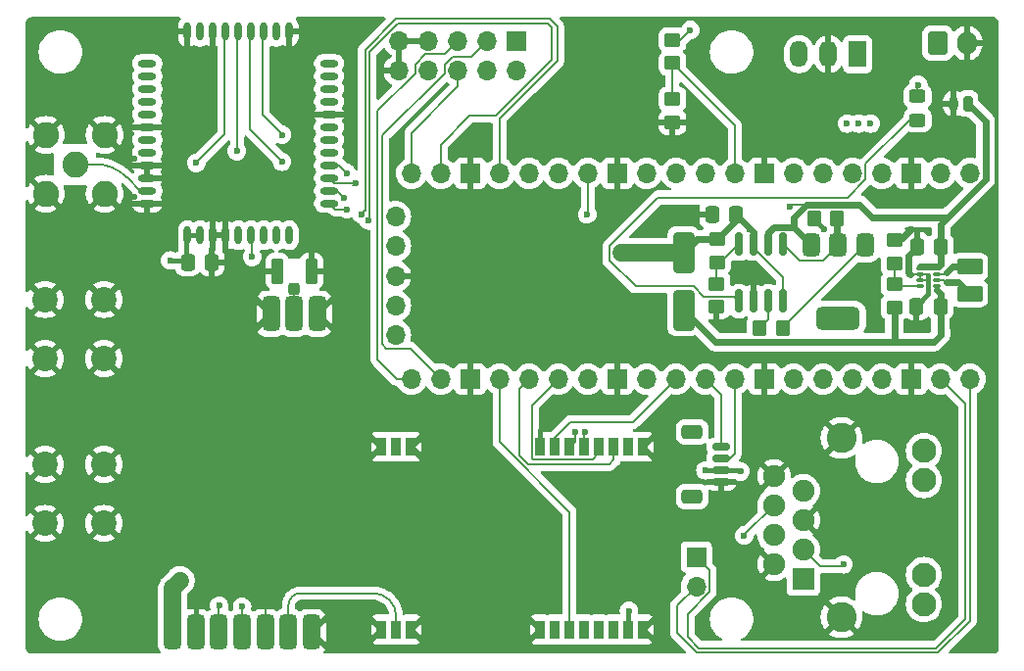
<source format=gbr>
%TF.GenerationSoftware,KiCad,Pcbnew,8.0.6*%
%TF.CreationDate,2025-01-11T15:36:53-06:00*%
%TF.ProjectId,babelfox,62616265-6c66-46f7-982e-6b696361645f,rev?*%
%TF.SameCoordinates,Original*%
%TF.FileFunction,Copper,L1,Top*%
%TF.FilePolarity,Positive*%
%FSLAX46Y46*%
G04 Gerber Fmt 4.6, Leading zero omitted, Abs format (unit mm)*
G04 Created by KiCad (PCBNEW 8.0.6) date 2025-01-11 15:36:53*
%MOMM*%
%LPD*%
G01*
G04 APERTURE LIST*
G04 Aperture macros list*
%AMRoundRect*
0 Rectangle with rounded corners*
0 $1 Rounding radius*
0 $2 $3 $4 $5 $6 $7 $8 $9 X,Y pos of 4 corners*
0 Add a 4 corners polygon primitive as box body*
4,1,4,$2,$3,$4,$5,$6,$7,$8,$9,$2,$3,0*
0 Add four circle primitives for the rounded corners*
1,1,$1+$1,$2,$3*
1,1,$1+$1,$4,$5*
1,1,$1+$1,$6,$7*
1,1,$1+$1,$8,$9*
0 Add four rect primitives between the rounded corners*
20,1,$1+$1,$2,$3,$4,$5,0*
20,1,$1+$1,$4,$5,$6,$7,0*
20,1,$1+$1,$6,$7,$8,$9,0*
20,1,$1+$1,$8,$9,$2,$3,0*%
G04 Aperture macros list end*
%TA.AperFunction,ComponentPad*%
%ADD10O,1.700000X1.700000*%
%TD*%
%TA.AperFunction,ComponentPad*%
%ADD11R,1.700000X1.700000*%
%TD*%
%TA.AperFunction,SMDPad,CuDef*%
%ADD12RoundRect,0.150000X0.625000X-0.150000X0.625000X0.150000X-0.625000X0.150000X-0.625000X-0.150000X0*%
%TD*%
%TA.AperFunction,SMDPad,CuDef*%
%ADD13RoundRect,0.250000X0.650000X-0.350000X0.650000X0.350000X-0.650000X0.350000X-0.650000X-0.350000X0*%
%TD*%
%TA.AperFunction,ComponentPad*%
%ADD14R,1.900000X1.900000*%
%TD*%
%TA.AperFunction,ComponentPad*%
%ADD15C,1.900000*%
%TD*%
%TA.AperFunction,ComponentPad*%
%ADD16C,2.100000*%
%TD*%
%TA.AperFunction,ComponentPad*%
%ADD17C,2.600000*%
%TD*%
%TA.AperFunction,ComponentPad*%
%ADD18O,1.500000X2.300000*%
%TD*%
%TA.AperFunction,ComponentPad*%
%ADD19R,1.500000X2.300000*%
%TD*%
%TA.AperFunction,SMDPad,CuDef*%
%ADD20RoundRect,0.375000X-0.375000X0.625000X-0.375000X-0.625000X0.375000X-0.625000X0.375000X0.625000X0*%
%TD*%
%TA.AperFunction,SMDPad,CuDef*%
%ADD21RoundRect,0.500000X-1.400000X0.500000X-1.400000X-0.500000X1.400000X-0.500000X1.400000X0.500000X0*%
%TD*%
%TA.AperFunction,SMDPad,CuDef*%
%ADD22RoundRect,0.250000X0.337500X0.475000X-0.337500X0.475000X-0.337500X-0.475000X0.337500X-0.475000X0*%
%TD*%
%TA.AperFunction,SMDPad,CuDef*%
%ADD23RoundRect,0.381000X0.381000X-1.119000X0.381000X1.119000X-0.381000X1.119000X-0.381000X-1.119000X0*%
%TD*%
%TA.AperFunction,ComponentPad*%
%ADD24C,2.250000*%
%TD*%
%TA.AperFunction,SMDPad,CuDef*%
%ADD25RoundRect,0.250000X0.450000X-0.350000X0.450000X0.350000X-0.450000X0.350000X-0.450000X-0.350000X0*%
%TD*%
%TA.AperFunction,SMDPad,CuDef*%
%ADD26O,1.600000X0.600000*%
%TD*%
%TA.AperFunction,SMDPad,CuDef*%
%ADD27O,0.600000X1.600000*%
%TD*%
%TA.AperFunction,SMDPad,CuDef*%
%ADD28RoundRect,0.250000X-0.650000X1.500000X-0.650000X-1.500000X0.650000X-1.500000X0.650000X1.500000X0*%
%TD*%
%TA.AperFunction,SMDPad,CuDef*%
%ADD29RoundRect,0.250000X-0.450000X0.350000X-0.450000X-0.350000X0.450000X-0.350000X0.450000X0.350000X0*%
%TD*%
%TA.AperFunction,SMDPad,CuDef*%
%ADD30RoundRect,0.050000X0.285000X0.100000X-0.285000X0.100000X-0.285000X-0.100000X0.285000X-0.100000X0*%
%TD*%
%TA.AperFunction,SMDPad,CuDef*%
%ADD31R,0.820000X1.600000*%
%TD*%
%TA.AperFunction,ComponentPad*%
%ADD32O,0.800000X1.300000*%
%TD*%
%TA.AperFunction,ComponentPad*%
%ADD33RoundRect,0.200000X0.200000X0.450000X-0.200000X0.450000X-0.200000X-0.450000X0.200000X-0.450000X0*%
%TD*%
%TA.AperFunction,ComponentPad*%
%ADD34C,2.200000*%
%TD*%
%TA.AperFunction,SMDPad,CuDef*%
%ADD35RoundRect,0.250000X-0.337500X-0.475000X0.337500X-0.475000X0.337500X0.475000X-0.337500X0.475000X0*%
%TD*%
%TA.AperFunction,ComponentPad*%
%ADD36O,1.700000X2.000000*%
%TD*%
%TA.AperFunction,ComponentPad*%
%ADD37RoundRect,0.250000X-0.600000X-0.750000X0.600000X-0.750000X0.600000X0.750000X-0.600000X0.750000X0*%
%TD*%
%TA.AperFunction,SMDPad,CuDef*%
%ADD38RoundRect,0.250000X-0.450000X0.325000X-0.450000X-0.325000X0.450000X-0.325000X0.450000X0.325000X0*%
%TD*%
%TA.AperFunction,SMDPad,CuDef*%
%ADD39RoundRect,0.250000X0.275000X-0.850000X0.275000X0.850000X-0.275000X0.850000X-0.275000X-0.850000X0*%
%TD*%
%TA.AperFunction,SMDPad,CuDef*%
%ADD40RoundRect,0.250000X0.250000X-0.275000X0.250000X0.275000X-0.250000X0.275000X-0.250000X-0.275000X0*%
%TD*%
%TA.AperFunction,SMDPad,CuDef*%
%ADD41RoundRect,0.250000X-0.350000X-0.450000X0.350000X-0.450000X0.350000X0.450000X-0.350000X0.450000X0*%
%TD*%
%TA.AperFunction,SMDPad,CuDef*%
%ADD42RoundRect,0.150000X-0.150000X0.825000X-0.150000X-0.825000X0.150000X-0.825000X0.150000X0.825000X0*%
%TD*%
%TA.AperFunction,SMDPad,CuDef*%
%ADD43RoundRect,0.250001X-0.849999X0.462499X-0.849999X-0.462499X0.849999X-0.462499X0.849999X0.462499X0*%
%TD*%
%TA.AperFunction,ViaPad*%
%ADD44C,0.600000*%
%TD*%
%TA.AperFunction,Conductor*%
%ADD45C,0.200000*%
%TD*%
%TA.AperFunction,Conductor*%
%ADD46C,0.400000*%
%TD*%
%TA.AperFunction,Conductor*%
%ADD47C,0.600000*%
%TD*%
%TA.AperFunction,Conductor*%
%ADD48C,0.145000*%
%TD*%
%TA.AperFunction,Conductor*%
%ADD49C,1.500000*%
%TD*%
G04 APERTURE END LIST*
D10*
%TO.P,J10,2,Pin_2*%
%TO.N,DBUG_TX*%
X160553000Y-126004000D03*
D11*
%TO.P,J10,1,Pin_1*%
%TO.N,DBUG_RX*%
X160553000Y-123464000D03*
%TD*%
%TO.P,J3,1,Pin_1*%
%TO.N,3v3*%
X145034000Y-78862000D03*
D10*
%TO.P,J3,2,Pin_2*%
%TO.N,5Vcc*%
X145034000Y-81402000D03*
%TO.P,J3,3,Pin_3*%
%TO.N,UART3_TX*%
X142494000Y-78862000D03*
%TO.P,J3,4,Pin_4*%
%TO.N,GPIO4*%
X142494000Y-81402000D03*
%TO.P,J3,5,Pin_5*%
%TO.N,UART3_RX*%
X139954001Y-78862000D03*
%TO.P,J3,6,Pin_6*%
%TO.N,GPIO0*%
X139954000Y-81402000D03*
%TO.P,J3,7,Pin_7*%
%TO.N,GND*%
X137414000Y-78862000D03*
%TO.P,J3,8,Pin_8*%
%TO.N,ADC0*%
X137414000Y-81402000D03*
%TO.P,J3,9,Pin_9*%
%TO.N,GND*%
X134874000Y-78862000D03*
%TO.P,J3,10,Pin_10*%
X134874000Y-81402000D03*
%TD*%
D12*
%TO.P,J4,1,Pin_1*%
%TO.N,GND*%
X162712400Y-116944400D03*
%TO.P,J4,2,Pin_2*%
%TO.N,3v3*%
X162712400Y-115944400D03*
%TO.P,J4,3,Pin_3*%
%TO.N,I2C_SDA*%
X162712400Y-114944400D03*
%TO.P,J4,4,Pin_4*%
%TO.N,I2C_SCL*%
X162712400Y-113944400D03*
D13*
%TO.P,J4,MP*%
%TO.N,N/C*%
X160187400Y-118244400D03*
X160187400Y-112644400D03*
%TD*%
D14*
%TO.P,J5,1,TD+*%
%TO.N,Net-(J5-TD+)*%
X169801000Y-125370000D03*
D15*
%TO.P,J5,2,TCT*%
%TO.N,GND*%
X167261000Y-124100000D03*
%TO.P,J5,3,TD-*%
%TO.N,Net-(J5-TD-)*%
X169801000Y-122830000D03*
%TO.P,J5,4,RD+*%
%TO.N,Net-(J5-RD+)*%
X167261000Y-121560000D03*
%TO.P,J5,5,RCT*%
%TO.N,GND*%
X169801000Y-120290001D03*
%TO.P,J5,6,RD-*%
%TO.N,Net-(J5-RD-)*%
X167261000Y-119020000D03*
%TO.P,J5,7,NC*%
%TO.N,unconnected-(J5-NC-Pad7)*%
X169801000Y-117750000D03*
%TO.P,J5,8*%
%TO.N,GND*%
X167261000Y-116480000D03*
D16*
%TO.P,J5,L1*%
%TO.N,unconnected-(J5-PadL1)*%
X180211000Y-127550000D03*
%TO.P,J5,L2*%
%TO.N,unconnected-(J5-PadL2)*%
X180211000Y-125010000D03*
%TO.P,J5,L3*%
%TO.N,unconnected-(J5-PadL3)*%
X180211000Y-116840000D03*
%TO.P,J5,L4*%
%TO.N,unconnected-(J5-PadL4)*%
X180211001Y-114300000D03*
D17*
%TO.P,J5,SH*%
%TO.N,GND*%
X173101000Y-128670000D03*
X173101000Y-113180000D03*
%TD*%
D18*
%TO.P,U10,3,OUT*%
%TO.N,5V_dc*%
X169418000Y-80010000D03*
%TO.P,U10,2,GND*%
%TO.N,GND*%
X171957999Y-80010000D03*
D19*
%TO.P,U10,1,IN*%
%TO.N,DCin*%
X174497999Y-80010000D03*
%TD*%
D20*
%TO.P,Q1,1,B*%
%TO.N,Net-(Q1-B)*%
X175121600Y-96519201D03*
%TO.P,Q1,2,C*%
%TO.N,Net-(Q1-C)*%
X172821600Y-96519202D03*
%TO.P,Q1,3,E*%
%TO.N,BAT_Vcc*%
X170521600Y-96519201D03*
D21*
%TO.P,Q1,4*%
%TO.N,N/C*%
X172821600Y-102819200D03*
%TD*%
D22*
%TO.P,C1,2*%
%TO.N,GND*%
X179581900Y-101787901D03*
%TO.P,C1,1*%
%TO.N,5V_batt*%
X181656900Y-101787901D03*
%TD*%
D23*
%TO.P,U5,10,GND*%
%TO.N,GND*%
X127812001Y-102455000D03*
%TO.P,U5,9,RF_ANT*%
%TO.N,Net-(J9-In)*%
X125812000Y-102455000D03*
%TO.P,U5,8,GND*%
%TO.N,GND*%
X123812000Y-102454999D03*
%TO.P,U5,7,GND*%
X127312000Y-129955000D03*
%TO.P,U5,6,RF_PIN*%
%TO.N,Net-(U4-LORA_ANT)*%
X125312000Y-129955000D03*
%TO.P,U5,5,GND*%
%TO.N,GND*%
X123312001Y-129955000D03*
%TO.P,U5,4,RX_EN*%
%TO.N,LNA_RXEN*%
X121312000Y-129955000D03*
%TO.P,U5,3,TX_EN*%
%TO.N,LNA_TXEN*%
X119312000Y-129954999D03*
%TO.P,U5,2,GND*%
%TO.N,GND*%
X117312000Y-129955000D03*
%TO.P,U5,1,VCC*%
%TO.N,5Vcc*%
X115311999Y-129955000D03*
%TD*%
D24*
%TO.P,J8,2,Ext*%
%TO.N,GND*%
X109423200Y-86969600D03*
X104343200Y-86969600D03*
X109423200Y-92049600D03*
X104343200Y-92049600D03*
%TO.P,J8,1,In*%
%TO.N,Net-(J8-In)*%
X106883200Y-89509600D03*
%TD*%
D25*
%TO.P,R2,2*%
%TO.N,GND*%
X177673000Y-96094800D03*
%TO.P,R2,1*%
%TO.N,Net-(U1-FB)*%
X177673000Y-98094800D03*
%TD*%
D26*
%TO.P,U3,1,UART1_TXD*%
%TO.N,LTE_RX*%
X128824400Y-92906400D03*
%TO.P,U3,2,UART1_RXD*%
%TO.N,LTE_TX*%
X128824400Y-91806400D03*
%TO.P,U3,3,UART1_RTS*%
%TO.N,LTE_CTS*%
X128824400Y-90706400D03*
%TO.P,U3,4,UART1_CTS*%
%TO.N,LTE_RTS*%
X128824400Y-89606400D03*
%TO.P,U3,5,UART1_DCD*%
%TO.N,unconnected-(U3-UART1_DCD-Pad5)*%
X128824400Y-88506400D03*
%TO.P,U3,6,UART1_DTR*%
%TO.N,unconnected-(U3-UART1_DTR-Pad6)*%
X128824400Y-87406400D03*
%TO.P,U3,7,UART1_RI*%
%TO.N,unconnected-(U3-UART1_RI-Pad7)*%
X128824400Y-86306400D03*
%TO.P,U3,8,GND*%
%TO.N,GND*%
X128824400Y-85206400D03*
%TO.P,U3,9*%
%TO.N,N/C*%
X128824400Y-84106400D03*
%TO.P,U3,10,BOOT*%
%TO.N,unconnected-(U3-BOOT-Pad10)*%
X128824400Y-83006400D03*
%TO.P,U3,11,AON_GPIO*%
%TO.N,unconnected-(U3-AON_GPIO-Pad11)*%
X128824400Y-81906400D03*
%TO.P,U3,12*%
%TO.N,N/C*%
X128824400Y-80806400D03*
D27*
%TO.P,U3,13,GND*%
%TO.N,GND*%
X125374400Y-78056400D03*
%TO.P,U3,14,GPIO1*%
%TO.N,unconnected-(U3-GPIO1-Pad14)*%
X124274400Y-78056400D03*
%TO.P,U3,15,SIM_DATA*%
%TO.N,Net-(U3-SIM_DATA)*%
X123174400Y-78056400D03*
%TO.P,U3,16,SIM_CLK*%
%TO.N,Net-(U3-SIM_CLK)*%
X122074400Y-78056400D03*
%TO.P,U3,17,SIM_RST*%
%TO.N,Net-(U3-SIM_RST)*%
X120974400Y-78056400D03*
%TO.P,U3,18,SIM_VDD*%
%TO.N,Net-(U3-SIM_VDD)*%
X119874400Y-78056400D03*
%TO.P,U3,19,GND*%
%TO.N,GND*%
X118774400Y-78056400D03*
%TO.P,U3,20,IO_1833_SEL*%
%TO.N,unconnected-(U3-IO_1833_SEL-Pad20)*%
X117674400Y-78056400D03*
%TO.P,U3,21,GND*%
%TO.N,GND*%
X116574400Y-78056400D03*
D26*
%TO.P,U3,22,UART0_TXD*%
%TO.N,unconnected-(U3-UART0_TXD-Pad22)*%
X113124400Y-80806400D03*
%TO.P,U3,23,UART0_RXD*%
%TO.N,unconnected-(U3-UART0_RXD-Pad23)*%
X113124400Y-81906400D03*
%TO.P,U3,24*%
%TO.N,N/C*%
X113124400Y-83006400D03*
%TO.P,U3,25*%
X113124400Y-84106400D03*
%TO.P,U3,26*%
X113124400Y-85206400D03*
%TO.P,U3,27,GND*%
%TO.N,GND*%
X113124400Y-86306400D03*
%TO.P,U3,28,RESET*%
%TO.N,unconnected-(U3-RESET-Pad28)*%
X113124400Y-87406400D03*
%TO.P,U3,29,GPIO2*%
%TO.N,unconnected-(U3-GPIO2-Pad29)*%
X113124400Y-88506400D03*
%TO.P,U3,30,GND*%
%TO.N,GND*%
X113124400Y-89606400D03*
%TO.P,U3,31,GND*%
X113124400Y-90706400D03*
%TO.P,U3,32,ANT*%
%TO.N,Net-(J8-In)*%
X113124400Y-91806400D03*
%TO.P,U3,33,GND*%
%TO.N,GND*%
X113124400Y-92906400D03*
D27*
%TO.P,U3,34,VBAT*%
%TO.N,3v3*%
X116574400Y-95656400D03*
%TO.P,U3,35,VBAT*%
X117674400Y-95656400D03*
%TO.P,U3,36,GND*%
%TO.N,GND*%
X118774400Y-95656400D03*
%TO.P,U3,37,GND*%
X119874400Y-95656400D03*
%TO.P,U3,38,ADC*%
%TO.N,unconnected-(U3-ADC-Pad38)*%
X120974400Y-95656400D03*
%TO.P,U3,39,WAKEUP*%
%TO.N,LTE_WAKEUP*%
X122074400Y-95656400D03*
%TO.P,U3,40,VDD_EXT*%
%TO.N,unconnected-(U3-VDD_EXT-Pad40)*%
X123174400Y-95656400D03*
%TO.P,U3,41,NETLIGHT*%
%TO.N,unconnected-(U3-NETLIGHT-Pad41)*%
X124274400Y-95656400D03*
%TO.P,U3,42,STATUS*%
%TO.N,unconnected-(U3-STATUS-Pad42)*%
X125374400Y-95656400D03*
%TD*%
D28*
%TO.P,D2,2,A*%
%TO.N,5V_batt*%
X159465851Y-102132551D03*
%TO.P,D2,1,K*%
%TO.N,5Vcc*%
X159465851Y-97132551D03*
%TD*%
D29*
%TO.P,R9,2*%
%TO.N,ADC1*%
X158496000Y-80772000D03*
%TO.P,R9,1*%
%TO.N,BAT_Vcc*%
X158496000Y-78772000D03*
%TD*%
D22*
%TO.P,C7,2*%
%TO.N,GND*%
X161903500Y-93887401D03*
%TO.P,C7,1*%
%TO.N,5Vcc*%
X163978500Y-93887401D03*
%TD*%
D30*
%TO.P,U1,8,FB*%
%TO.N,Net-(U1-FB)*%
X179857401Y-100042601D03*
%TO.P,U1,7,GND*%
%TO.N,GND*%
X179857401Y-99542601D03*
%TO.P,U1,6,MODE*%
X179857401Y-99042601D03*
%TO.P,U1,5,EN*%
%TO.N,BAT_Vcc*%
X179857401Y-98542601D03*
%TO.P,U1,4,VIN*%
X181337401Y-98542601D03*
%TO.P,U1,3,LX1*%
%TO.N,Net-(U1-LX1)*%
X181337401Y-99042601D03*
%TO.P,U1,2,LX2*%
%TO.N,Net-(U1-LX2)*%
X181337401Y-99542601D03*
%TO.P,U1,1,VOUT*%
%TO.N,5V_batt*%
X181337401Y-100042601D03*
%TD*%
D22*
%TO.P,C8,2*%
%TO.N,GND*%
X179632700Y-96646301D03*
%TO.P,C8,1*%
%TO.N,BAT_Vcc*%
X181707700Y-96646301D03*
%TD*%
D31*
%TO.P,U4,1,GND*%
%TO.N,GND*%
X155956000Y-113943200D03*
%TO.P,U4,2*%
%TO.N,N/C*%
X154686000Y-113943200D03*
%TO.P,U4,3,MISO*%
%TO.N,LORA_MISO*%
X153416000Y-113943200D03*
%TO.P,U4,4,MOSI*%
%TO.N,LORA_MOSI*%
X152146000Y-113943200D03*
%TO.P,U4,5,SCK*%
%TO.N,LORA_CLK*%
X150876000Y-113943200D03*
%TO.P,U4,6,NSS*%
%TO.N,LORA_IRQ*%
X149606000Y-113943200D03*
%TO.P,U4,7,BUSY*%
%TO.N,LORA_BUSY*%
X148336000Y-113943200D03*
%TO.P,U4,8,GND*%
%TO.N,GND*%
X147066000Y-113943200D03*
%TO.P,U4,11,GND*%
X135896000Y-113943200D03*
%TO.P,U4,12,2.4G_ANT*%
%TO.N,unconnected-(U4-2.4G_ANT-Pad12)*%
X134626000Y-113943200D03*
%TO.P,U4,13,GND*%
%TO.N,GND*%
X133356000Y-113943200D03*
%TO.P,U4,14,GND*%
X133356000Y-129743200D03*
%TO.P,U4,15,LORA_ANT*%
%TO.N,Net-(U4-LORA_ANT)*%
X134626000Y-129743200D03*
%TO.P,U4,16,GND*%
%TO.N,GND*%
X135896000Y-129743200D03*
%TO.P,U4,19,GND*%
X147066000Y-129743200D03*
%TO.P,U4,20*%
%TO.N,N/C*%
X148336000Y-129743200D03*
%TO.P,U4,21,LR_NRESET*%
%TO.N,LORA_NRST*%
X149606000Y-129743200D03*
%TO.P,U4,22,DIO9*%
%TO.N,unconnected-(U4-DIO9-Pad22)*%
X150876000Y-129743200D03*
%TO.P,U4,23,DIO8*%
%TO.N,unconnected-(U4-DIO8-Pad23)*%
X152146000Y-129743200D03*
%TO.P,U4,24,DIO7*%
%TO.N,unconnected-(U4-DIO7-Pad24)*%
X153416000Y-129743200D03*
%TO.P,U4,25,VCC*%
%TO.N,3v3*%
X154686000Y-129743200D03*
%TO.P,U4,26,GND*%
%TO.N,GND*%
X155956000Y-129743200D03*
%TD*%
D32*
%TO.P,J2,2,Pin_2*%
%TO.N,GND*%
X182778400Y-84277200D03*
D33*
%TO.P,J2,1,Pin_1*%
%TO.N,BAT_Vcc*%
X184028399Y-84277200D03*
%TD*%
D34*
%TO.P,J7,2,Ext*%
%TO.N,GND*%
X104282400Y-120558400D03*
X109382400Y-120558400D03*
X104282400Y-115458400D03*
X109382400Y-115458400D03*
%TD*%
D35*
%TO.P,C4,2*%
%TO.N,GND*%
X118690300Y-97993200D03*
%TO.P,C4,1*%
%TO.N,3v3*%
X116615300Y-97993200D03*
%TD*%
D36*
%TO.P,J1,2,Pin_2*%
%TO.N,GND*%
X183926800Y-79049600D03*
D37*
%TO.P,J1,1,Pin_1*%
%TO.N,DCin*%
X181426800Y-79049600D03*
%TD*%
D38*
%TO.P,D3,2,A*%
%TO.N,Net-(D3-A)*%
X179679600Y-85699199D03*
%TO.P,D3,1,K*%
%TO.N,Net-(D3-K)*%
X179679600Y-83649201D03*
%TD*%
D29*
%TO.P,R5,2*%
%TO.N,GND*%
X162306001Y-101837600D03*
%TO.P,R5,1*%
%TO.N,Net-(U9-TS)*%
X162306001Y-99837600D03*
%TD*%
D39*
%TO.P,J9,2,Ext*%
%TO.N,GND*%
X127306600Y-98765800D03*
X124356600Y-98765800D03*
D40*
%TO.P,J9,1,In*%
%TO.N,Net-(J9-In)*%
X125831600Y-100290800D03*
%TD*%
D41*
%TO.P,R6,2*%
%TO.N,Net-(Q1-B)*%
X168019051Y-103696551D03*
%TO.P,R6,1*%
%TO.N,Net-(U9-CC)*%
X166019051Y-103696551D03*
%TD*%
D29*
%TO.P,R4,2*%
%TO.N,Net-(U9-TS)*%
X162331400Y-97986201D03*
%TO.P,R4,1*%
%TO.N,5Vcc*%
X162331400Y-95986201D03*
%TD*%
D42*
%TO.P,U9,8,COMP*%
%TO.N,5Vcc*%
X168046400Y-101356802D03*
%TO.P,U9,7,CC*%
%TO.N,Net-(U9-CC)*%
X166776400Y-101356802D03*
%TO.P,U9,6,VSS*%
%TO.N,GND*%
X165506400Y-101356802D03*
%TO.P,U9,5,STAT*%
%TO.N,Net-(D3-A)*%
X164236400Y-101356802D03*
%TO.P,U9,4,TS*%
%TO.N,Net-(U9-TS)*%
X164236400Y-96406802D03*
%TO.P,U9,3,VCC*%
%TO.N,5Vcc*%
X165506400Y-96406802D03*
%TO.P,U9,2,BAT*%
%TO.N,BAT_Vcc*%
X166776400Y-96406802D03*
%TO.P,U9,1,SNS*%
%TO.N,Net-(Q1-C)*%
X168046400Y-96406802D03*
%TD*%
D34*
%TO.P,J6,2,Ext*%
%TO.N,GND*%
X104282400Y-106309000D03*
X109382400Y-106309000D03*
X104282400Y-101209000D03*
X109382400Y-101209000D03*
%TD*%
D41*
%TO.P,R3,2*%
%TO.N,Net-(Q1-C)*%
X172729400Y-94192201D03*
%TO.P,R3,1*%
%TO.N,5Vcc*%
X170729400Y-94192201D03*
%TD*%
D43*
%TO.P,L1,2,2*%
%TO.N,Net-(U1-LX2)*%
X184175400Y-100721101D03*
%TO.P,L1,1,1*%
%TO.N,Net-(U1-LX1)*%
X184175400Y-98396099D03*
%TD*%
D29*
%TO.P,R8,2*%
%TO.N,GND*%
X158496000Y-85886800D03*
%TO.P,R8,1*%
%TO.N,ADC1*%
X158496000Y-83886800D03*
%TD*%
D25*
%TO.P,R1,2*%
%TO.N,Net-(U1-FB)*%
X177673000Y-99904800D03*
%TO.P,R1,1*%
%TO.N,5V_batt*%
X177673000Y-101904800D03*
%TD*%
D10*
%TO.P,U2,1,1B2/UART2_TX*%
%TO.N,DBUG_TX*%
X184200800Y-108077000D03*
%TO.P,U2,2,1B3/UART2_RX*%
%TO.N,DBUG_RX*%
X181660800Y-108077000D03*
D11*
%TO.P,U2,3,GND*%
%TO.N,GND*%
X179120800Y-108077000D03*
D10*
%TO.P,U2,4,1C7/UART4_CTS*%
%TO.N,LTE_CTS*%
X176580800Y-108077000D03*
%TO.P,U2,5,1C6/UART4_RTS*%
%TO.N,LTE_RTS*%
X174040800Y-108077000D03*
%TO.P,U2,6,1C5/UART4_TX*%
%TO.N,LTE_TX*%
X171500800Y-108077000D03*
%TO.P,U2,7,1C4/UART4_RX*%
%TO.N,LTE_RX*%
X168960800Y-108077000D03*
D11*
%TO.P,U2,8,GND*%
%TO.N,GND*%
X166420800Y-108077000D03*
D10*
%TO.P,U2,9,1D2/SPI0_CS1*%
%TO.N,I2C_SDA*%
X163880800Y-108077000D03*
%TO.P,U2,10,1D3/I2C3_SCL*%
%TO.N,I2C_SCL*%
X161340800Y-108077000D03*
%TO.P,U2,11,1A2/PWM0_M0*%
%TO.N,LORA_BUSY*%
X158800800Y-108077000D03*
%TO.P,U2,12,1C0/SPI0_CS0*%
%TO.N,LORA_CS*%
X156260800Y-108077000D03*
D11*
%TO.P,U2,13,GND*%
%TO.N,GND*%
X153720800Y-108077000D03*
D10*
%TO.P,U2,14,1C1/SPI0_CLK*%
%TO.N,LORA_CLK*%
X151180800Y-108077000D03*
%TO.P,U2,15,1C2/SPI0_MOSI*%
%TO.N,LORA_MOSI*%
X148640800Y-108077000D03*
%TO.P,U2,16,1C3/SPI0_MISO*%
%TO.N,LORA_MISO*%
X146100800Y-108077000D03*
%TO.P,U2,17,0A4/PWM1_M0*%
%TO.N,LORA_NRST*%
X143560800Y-108077000D03*
D11*
%TO.P,U2,18,GND*%
%TO.N,GND*%
X141020800Y-108077000D03*
D10*
%TO.P,U2,19,1D0/UART3_TX*%
%TO.N,UART3_TX*%
X138480800Y-108077000D03*
%TO.P,U2,20,1D1/UART3_RX*%
%TO.N,UART3_RX*%
X135940800Y-108077000D03*
%TO.P,U2,21,4B1*%
%TO.N,GPIO0*%
X135940800Y-90297000D03*
%TO.P,U2,22,4B0*%
%TO.N,LNA_RXEN*%
X138480800Y-90297000D03*
D11*
%TO.P,U2,23,GND*%
%TO.N,GND*%
X141020800Y-90297000D03*
D10*
%TO.P,U2,24,4A6*%
%TO.N,LNA_TXEN*%
X143560800Y-90297000D03*
%TO.P,U2,25,4A2*%
%TO.N,LTE_WAKEUP*%
X146100800Y-90297000D03*
%TO.P,U2,26,4A3*%
%TO.N,GPIO4*%
X148640800Y-90297000D03*
%TO.P,U2,27,4A4*%
%TO.N,LORA_IRQ*%
X151180800Y-90297000D03*
D11*
%TO.P,U2,28,GND*%
%TO.N,GND*%
X153720800Y-90297000D03*
D10*
%TO.P,U2,29*%
%TO.N,N/C*%
X156260800Y-90297000D03*
%TO.P,U2,30*%
X158800800Y-90297000D03*
%TO.P,U2,31,4C0/ADC_IN0*%
%TO.N,ADC0*%
X161340800Y-90297000D03*
%TO.P,U2,32,4C1/ADC_IN1*%
%TO.N,ADC1*%
X163880800Y-90297000D03*
D11*
%TO.P,U2,33,AGND*%
%TO.N,GND*%
X166420800Y-90297000D03*
D10*
%TO.P,U2,34*%
%TO.N,N/C*%
X168960800Y-90297000D03*
%TO.P,U2,35*%
X171500800Y-90297000D03*
%TO.P,U2,36,3V3*%
%TO.N,3v3*%
X174040800Y-90297000D03*
%TO.P,U2,37,3V3_EN*%
%TO.N,unconnected-(U2-3V3_EN-Pad37)_1*%
X176580800Y-90297000D03*
D11*
%TO.P,U2,38,GND*%
%TO.N,GND*%
X179120800Y-90297000D03*
D10*
%TO.P,U2,39,VSYS*%
%TO.N,5Vcc*%
X181660800Y-90297000D03*
%TO.P,U2,40,VBUS*%
%TO.N,5V_usb*%
X184200800Y-90297000D03*
%TO.P,U2,41,ETH_TXP*%
%TO.N,Net-(J5-TD+)*%
X134570800Y-104287001D03*
%TO.P,U2,42,ETH_TXN*%
%TO.N,Net-(J5-TD-)*%
X134570800Y-101737000D03*
%TO.P,U2,43,GND*%
%TO.N,GND*%
X134570800Y-99187000D03*
%TO.P,U2,44,ETH_RXP*%
%TO.N,Net-(J5-RD+)*%
X134570800Y-96586999D03*
%TO.P,U2,45,ETH_RXN*%
%TO.N,Net-(J5-RD-)*%
X134570800Y-94037000D03*
%TD*%
D44*
%TO.N,GND*%
X180263800Y-103530400D03*
X178968400Y-103505000D03*
X179095400Y-95148400D03*
X180543200Y-95199200D03*
X124841000Y-126365000D03*
X134874000Y-126492000D03*
X130810000Y-125730000D03*
X129032000Y-125730000D03*
X129921000Y-125730000D03*
%TO.N,LORA_IRQ*%
X151130000Y-93853000D03*
%TO.N,LTE_WAKEUP*%
X122174000Y-97536000D03*
%TO.N,5Vcc*%
X115366800Y-127152400D03*
X173583600Y-86004400D03*
X165201600Y-95148400D03*
X115529108Y-125943108D03*
X155295600Y-97132551D03*
X115366800Y-126542800D03*
X155905200Y-97132551D03*
X171602400Y-95148400D03*
X154076400Y-97129600D03*
X115960907Y-125511307D03*
X154686000Y-97132551D03*
X175615600Y-86004400D03*
X174599600Y-86004400D03*
%TO.N,GND*%
X128828800Y-97942400D03*
X158394400Y-93624400D03*
X128828800Y-109524800D03*
X141071600Y-87680800D03*
X164134800Y-99314000D03*
X174904400Y-99974400D03*
X133604000Y-128117600D03*
X135940800Y-128066800D03*
X112014000Y-89052400D03*
X123494800Y-127711200D03*
X133045200Y-127558800D03*
X172313600Y-100888800D03*
X147574000Y-112014000D03*
X178206400Y-88392000D03*
X127457200Y-127609600D03*
X126492000Y-127609600D03*
X112014000Y-92354400D03*
X163271200Y-103733600D03*
X175818800Y-103581200D03*
X132232400Y-127558800D03*
X128371600Y-127609600D03*
X175514000Y-92151200D03*
X182930800Y-91694000D03*
%TO.N,3v3*%
X154736800Y-128117600D03*
X161340800Y-115976400D03*
X115083000Y-97840800D03*
X164388800Y-116078000D03*
%TO.N,BAT_Vcc*%
X168656000Y-93167200D03*
X160036000Y-77927200D03*
%TO.N,LTE_RTS*%
X130352800Y-90271600D03*
%TO.N,Net-(U3-SIM_CLK)*%
X124764800Y-89306400D03*
%TO.N,Net-(U3-SIM_VDD)*%
X117348000Y-89408000D03*
%TO.N,LTE_TX*%
X130149600Y-92456000D03*
%TO.N,LTE_RX*%
X130352800Y-93421200D03*
%TO.N,Net-(U3-SIM_RST)*%
X120853200Y-88392000D03*
%TO.N,LTE_CTS*%
X131114800Y-91135200D03*
%TO.N,Net-(U3-SIM_DATA)*%
X124764800Y-86969600D03*
%TO.N,LORA_CLK*%
X150977600Y-112623600D03*
%TO.N,LORA_IRQ*%
X150063200Y-112623600D03*
%TO.N,LNA_TXEN*%
X119329200Y-127660400D03*
X131622800Y-93827600D03*
%TO.N,LNA_RXEN*%
X121310400Y-127762000D03*
X132232400Y-94386400D03*
%TO.N,Net-(D3-K)*%
X179730400Y-82651600D03*
%TO.N,Net-(J5-TD-)*%
X173278800Y-124104400D03*
%TO.N,Net-(J5-RD-)*%
X164693600Y-121615200D03*
%TD*%
D45*
%TO.N,GND*%
X180544002Y-99042601D02*
X180594000Y-99092599D01*
X179857401Y-99042601D02*
X180544002Y-99042601D01*
D46*
X180594000Y-99092599D02*
X180601199Y-99092599D01*
X180602401Y-99093801D02*
X180601199Y-99092599D01*
X180602401Y-100767400D02*
X180602401Y-99093801D01*
D47*
X178149000Y-96094800D02*
X179095400Y-95148400D01*
X177673000Y-96094800D02*
X178149000Y-96094800D01*
%TO.N,5V_batt*%
X181656900Y-103805900D02*
X181656900Y-101787901D01*
X181686200Y-103835200D02*
X181656900Y-103805900D01*
X181686200Y-104267000D02*
X181686200Y-103835200D01*
X181056649Y-104896551D02*
X181686200Y-104267000D01*
X177800000Y-104896551D02*
X181056649Y-104896551D01*
X162229851Y-104896551D02*
X159465851Y-102132551D01*
X177800000Y-104896551D02*
X162229851Y-104896551D01*
X177673000Y-104769551D02*
X177800000Y-104896551D01*
X177673000Y-101904800D02*
X177673000Y-104769551D01*
X181656900Y-100723100D02*
X181656900Y-101787901D01*
X181337400Y-100403600D02*
X181656900Y-100723100D01*
%TO.N,BAT_Vcc*%
X182640794Y-93766194D02*
X181707700Y-94699288D01*
X182640794Y-93766194D02*
X182253739Y-94153250D01*
X181707700Y-94699288D02*
X181707700Y-96646301D01*
X185550800Y-90856189D02*
X182640794Y-93766194D01*
%TO.N,5V_batt*%
X177673000Y-101904800D02*
X177761900Y-101993700D01*
D45*
%TO.N,DBUG_RX*%
X161703000Y-124614000D02*
X160553000Y-123464000D01*
X161703000Y-126480346D02*
X161703000Y-124614000D01*
X159807543Y-128375803D02*
X161703000Y-126480346D01*
X159807543Y-130362057D02*
X159807543Y-128375803D01*
X160784368Y-131338882D02*
X159807543Y-130362057D01*
X183800800Y-128815514D02*
X181277432Y-131338882D01*
X183800800Y-110217000D02*
X183800800Y-128815514D01*
X181277432Y-131338882D02*
X160784368Y-131338882D01*
X181660800Y-108077000D02*
X183800800Y-110217000D01*
%TO.N,DBUG_TX*%
X158902400Y-130022600D02*
X158902400Y-127654600D01*
X160618682Y-131738882D02*
X158902400Y-130022600D01*
X181443118Y-131738882D02*
X160618682Y-131738882D01*
X158902400Y-127654600D02*
X160553000Y-126004000D01*
X184200800Y-128981200D02*
X181443118Y-131738882D01*
X184200800Y-108077000D02*
X184200800Y-128981200D01*
%TO.N,LNA_TXEN*%
X131927600Y-93522800D02*
X131622800Y-93827600D01*
X131934000Y-93522800D02*
X131927600Y-93522800D01*
X147848701Y-76927000D02*
X134616968Y-76927000D01*
X148557207Y-77635506D02*
X147848701Y-76927000D01*
X148557207Y-80558424D02*
X148557207Y-77635506D01*
X143560800Y-85554831D02*
X148557207Y-80558424D01*
X131934000Y-79609968D02*
X131934000Y-93522800D01*
X134616968Y-76927000D02*
X131934000Y-79609968D01*
X143560800Y-90297000D02*
X143560800Y-85554831D01*
%TO.N,LNA_RXEN*%
X138480800Y-87826800D02*
X138480800Y-90297000D01*
X140963600Y-85344000D02*
X138480800Y-87826800D01*
X147683015Y-77327000D02*
X148081007Y-77724993D01*
X143205946Y-85344000D02*
X140963600Y-85344000D01*
X134782654Y-77327000D02*
X147683015Y-77327000D01*
X132334000Y-79775654D02*
X134782654Y-77327000D01*
X148081007Y-80468939D02*
X143205946Y-85344000D01*
X132334000Y-94284800D02*
X132334000Y-79775654D01*
X148081007Y-77724993D02*
X148081007Y-80468939D01*
X132232400Y-94386400D02*
X132334000Y-94284800D01*
%TO.N,UART3_RX*%
X137160000Y-80012000D02*
X138804001Y-80012000D01*
X138804001Y-80012000D02*
X139954001Y-78862000D01*
X133020800Y-84881546D02*
X136264000Y-81638346D01*
X136264000Y-80908000D02*
X137160000Y-80012000D01*
X134696200Y-108077000D02*
X133020800Y-106401600D01*
X136264000Y-81638346D02*
X136264000Y-80908000D01*
X135940800Y-108077000D02*
X134696200Y-108077000D01*
X133020800Y-106401600D02*
X133020800Y-84881546D01*
%TO.N,UART3_TX*%
X141104000Y-80252000D02*
X142494000Y-78862000D01*
X139477654Y-80252000D02*
X141104000Y-80252000D01*
X133420800Y-105074400D02*
X133420800Y-87051200D01*
X135840801Y-105437001D02*
X133783401Y-105437001D01*
X133420800Y-87051200D02*
X138804000Y-81668000D01*
X138480800Y-108077000D02*
X135840801Y-105437001D01*
X133783401Y-105437001D02*
X133420800Y-105074400D01*
X138804000Y-81668000D02*
X138804000Y-80925654D01*
X138804000Y-80925654D02*
X139477654Y-80252000D01*
%TO.N,GPIO0*%
X135940800Y-86817200D02*
X139954000Y-82804000D01*
X139954000Y-82804000D02*
X139954000Y-81402000D01*
X135940800Y-90297000D02*
X135940800Y-86817200D01*
%TO.N,LORA_IRQ*%
X151130000Y-93853000D02*
X151130000Y-93726000D01*
X151130000Y-93726000D02*
X151180800Y-93675200D01*
X151180800Y-93675200D02*
X151180800Y-90297000D01*
%TO.N,LTE_WAKEUP*%
X122174000Y-95756000D02*
X122074400Y-95656400D01*
X122174000Y-97536000D02*
X122174000Y-95756000D01*
D48*
%TO.N,Net-(U4-LORA_ANT)*%
X134038800Y-127180800D02*
G75*
G03*
X132621173Y-126593611I-1417600J-1417600D01*
G01*
X125622600Y-126904200D02*
G75*
G03*
X125311952Y-127654054I749800J-749900D01*
G01*
X134038800Y-127180800D02*
G75*
G02*
X134625989Y-128598426I-1417600J-1417600D01*
G01*
X126372454Y-126593600D02*
G75*
G03*
X125622634Y-126904234I46J-1060400D01*
G01*
%TO.N,Net-(J8-In)*%
X111359000Y-90658000D02*
G75*
G03*
X108586517Y-89509593I-2772500J-2772500D01*
G01*
X112507400Y-91806400D02*
X113124400Y-91806400D01*
X111359000Y-90658000D02*
X112507400Y-91806400D01*
X108586517Y-89509600D02*
X106883200Y-89509600D01*
D45*
%TO.N,ADC1*%
X163880800Y-86156800D02*
X158496000Y-80772000D01*
X163880800Y-90297000D02*
X163880800Y-86156800D01*
D49*
%TO.N,5Vcc*%
X115311999Y-126160217D02*
X115529108Y-125943108D01*
X115311999Y-129955000D02*
X115311999Y-126160217D01*
X115960907Y-125511309D02*
X115529108Y-125943108D01*
X154079351Y-97132551D02*
X154076400Y-97129600D01*
D47*
X163978500Y-93887401D02*
X165506400Y-95415301D01*
D45*
X168046400Y-99292353D02*
X165506401Y-96752353D01*
D47*
X160612201Y-95986201D02*
X159465851Y-97132551D01*
X163978500Y-93887401D02*
X163978500Y-94339101D01*
D46*
X170729400Y-94192201D02*
X170729400Y-94275400D01*
X170729400Y-94275400D02*
X171602400Y-95148400D01*
D49*
X155295600Y-97132551D02*
X154686000Y-97132551D01*
D47*
X165506400Y-95415301D02*
X165506400Y-96406801D01*
X163978500Y-94339101D02*
X162331400Y-95986201D01*
D49*
X154686000Y-97132551D02*
X154079351Y-97132551D01*
X115960907Y-125511307D02*
X115960907Y-125511309D01*
D47*
X162331400Y-95986201D02*
X160612201Y-95986201D01*
D49*
X155905200Y-97132551D02*
X155295600Y-97132551D01*
D45*
X165506401Y-96752353D02*
X165506400Y-96406801D01*
D49*
X159465851Y-97132551D02*
X155905200Y-97132551D01*
D45*
X168046400Y-101356801D02*
X168046400Y-99292353D01*
D46*
%TO.N,GND*%
X179581900Y-101787901D02*
X180602401Y-100767400D01*
D45*
X179476041Y-99042601D02*
X179463391Y-99055251D01*
X123312001Y-129955000D02*
X123312001Y-127893999D01*
D46*
X147066000Y-112522000D02*
X147574000Y-112014000D01*
X117312000Y-129955000D02*
X117312000Y-127747200D01*
D47*
X178873000Y-97406001D02*
X178873000Y-98888401D01*
X178873000Y-98888401D02*
X179039850Y-99055251D01*
D46*
X147066000Y-113943200D02*
X147066000Y-112522000D01*
X117312000Y-127747200D02*
X117551200Y-127508000D01*
D45*
X179463391Y-99055251D02*
X179039850Y-99055251D01*
X179857401Y-99042601D02*
X179476041Y-99042601D01*
X123312001Y-127893999D02*
X123494800Y-127711200D01*
D47*
X179632700Y-96646302D02*
X178873000Y-97406001D01*
D46*
%TO.N,3v3*%
X162712400Y-115944400D02*
X164255200Y-115944400D01*
X164255200Y-115944400D02*
X164388800Y-116078000D01*
X115083000Y-97840800D02*
X116462900Y-97840800D01*
X162712400Y-115944400D02*
X161372800Y-115944400D01*
X161372800Y-115944400D02*
X161340800Y-115976400D01*
X116462900Y-97840800D02*
X116615300Y-97993200D01*
X116505400Y-96307800D02*
X116505400Y-97891600D01*
X154686000Y-129743201D02*
X154686000Y-128168400D01*
X154686000Y-128168400D02*
X154736800Y-128117600D01*
X116574400Y-95656400D02*
X117674400Y-95656400D01*
D47*
%TO.N,BAT_Vcc*%
X181707700Y-98172299D02*
X181487399Y-98392600D01*
X168934200Y-94931801D02*
X170521600Y-96519201D01*
D45*
X170061812Y-92992201D02*
X168830999Y-92992201D01*
D47*
X167276401Y-94931801D02*
X168934200Y-94931801D01*
D45*
X168830999Y-92992201D02*
X168656000Y-93167200D01*
D47*
X184028399Y-84277200D02*
X185550800Y-85799601D01*
X166776400Y-96406801D02*
X166776400Y-97035195D01*
X181707700Y-96646302D02*
X181707700Y-98172299D01*
X181487399Y-98392600D02*
X179857400Y-98392599D01*
X166776400Y-95431802D02*
X167276401Y-94931801D01*
X182253739Y-94153250D02*
X180289200Y-94153250D01*
X168934200Y-94119813D02*
X170061812Y-92992201D01*
D45*
X159191200Y-78772000D02*
X160036000Y-77927200D01*
X158562800Y-78772000D02*
X159191200Y-78772000D01*
D47*
X170061812Y-92992201D02*
X174623601Y-92992201D01*
X166776400Y-96406801D02*
X166776400Y-95431802D01*
X168934200Y-94931801D02*
X168934200Y-94119813D01*
X174623601Y-92992201D02*
X175784650Y-94153250D01*
X185550800Y-85799601D02*
X185550800Y-90856189D01*
X175784650Y-94153250D02*
X180289200Y-94153250D01*
D45*
%TO.N,ADC1*%
X158496000Y-82346800D02*
X158496000Y-83886800D01*
X158496000Y-80772000D02*
X158496000Y-82346800D01*
%TO.N,Net-(U1-LX2)*%
X181949600Y-99542600D02*
X182041800Y-99634801D01*
D47*
X184175400Y-100721101D02*
X183167695Y-99713396D01*
D45*
X181337400Y-99542600D02*
X181949600Y-99542600D01*
D47*
X183167695Y-99713396D02*
X182172400Y-99713396D01*
%TO.N,Net-(U1-LX1)*%
X182648105Y-98396099D02*
X182172400Y-98871803D01*
X184175400Y-98396099D02*
X182648105Y-98396099D01*
D45*
X181337400Y-99042600D02*
X181973600Y-99042599D01*
X181973600Y-99042599D02*
X182041800Y-98974400D01*
%TO.N,Net-(U1-FB)*%
X179857401Y-100042600D02*
X177810800Y-100042600D01*
X177673000Y-98094800D02*
X177672999Y-99904800D01*
X177810800Y-100042600D02*
X177672999Y-99904800D01*
%TO.N,LTE_RTS*%
X130352800Y-90271600D02*
X129687600Y-89606400D01*
X129687600Y-89606400D02*
X128824400Y-89606400D01*
%TO.N,Net-(U3-SIM_CLK)*%
X122013500Y-86504300D02*
X124772900Y-89263700D01*
X122013500Y-78665100D02*
X122013500Y-86504300D01*
%TO.N,Net-(U3-SIM_VDD)*%
X117356100Y-89365300D02*
X119813500Y-86907900D01*
X119813500Y-86907900D02*
X119813500Y-78665100D01*
%TO.N,LTE_TX*%
X130149600Y-92456000D02*
X129500000Y-91806400D01*
X129500000Y-91806400D02*
X128824400Y-91806400D01*
X130147800Y-92457800D02*
X130149600Y-92456000D01*
%TO.N,LTE_RX*%
X130352800Y-93421200D02*
X129339200Y-93421200D01*
X129339200Y-93421200D02*
X128824400Y-92906400D01*
%TO.N,Net-(U3-SIM_RST)*%
X120913500Y-88297100D02*
X120913500Y-78665100D01*
%TO.N,LTE_CTS*%
X129253200Y-91135200D02*
X128824400Y-90706400D01*
X131114800Y-91135200D02*
X130892200Y-91357800D01*
X131114800Y-91135200D02*
X129253200Y-91135200D01*
%TO.N,Net-(U3-SIM_DATA)*%
X123113500Y-85267500D02*
X124772900Y-86926900D01*
X123113500Y-78665100D02*
X123113500Y-85267500D01*
%TO.N,LORA_NRST*%
X143560800Y-108077000D02*
X143560800Y-113544886D01*
X149606000Y-119590086D02*
X149606000Y-129743200D01*
X143560800Y-113544886D02*
X149606000Y-119590086D01*
%TO.N,LORA_CLK*%
X150876001Y-113943200D02*
X150876001Y-112725199D01*
X150876001Y-112725199D02*
X150977600Y-112623600D01*
%TO.N,LORA_MISO*%
X145250800Y-108927000D02*
X145250800Y-114669200D01*
X153034800Y-115443200D02*
X153416000Y-115062000D01*
X146100800Y-108077000D02*
X145250800Y-108927000D01*
X146024800Y-115443200D02*
X153034800Y-115443200D01*
X153416000Y-115062000D02*
X153416000Y-113943200D01*
X145250800Y-114669200D02*
X146024800Y-115443200D01*
%TO.N,LORA_MOSI*%
X151586001Y-115043200D02*
X152146000Y-114483201D01*
X148640800Y-108077000D02*
X146356000Y-110361800D01*
X152146000Y-114483201D02*
X152146000Y-113943200D01*
X146356000Y-114961600D02*
X146437600Y-115043200D01*
X146356000Y-110361800D02*
X146356000Y-114961600D01*
X146437600Y-115043200D02*
X151586001Y-115043200D01*
%TO.N,LORA_BUSY*%
X158800800Y-108077000D02*
X155067000Y-111810800D01*
X149707600Y-111810800D02*
X148335999Y-113182401D01*
X148335999Y-113182401D02*
X148335999Y-113943200D01*
X155067000Y-111810800D02*
X149707600Y-111810800D01*
%TO.N,LORA_IRQ*%
X150063200Y-112623600D02*
X150063200Y-113486000D01*
X150063200Y-113486000D02*
X149606000Y-113943200D01*
D48*
%TO.N,Net-(U4-LORA_ANT)*%
X132621173Y-126593600D02*
X126372454Y-126593600D01*
X125312000Y-127654054D02*
X125312000Y-129955000D01*
X134626000Y-128598426D02*
X134626000Y-129743201D01*
D45*
%TO.N,LNA_TXEN*%
X119312000Y-127677600D02*
X119329200Y-127660400D01*
X119312000Y-129954999D02*
X119312000Y-127677600D01*
%TO.N,LNA_RXEN*%
X121312000Y-129955000D02*
X121312000Y-127763600D01*
X121310400Y-127762000D02*
X121312000Y-127763600D01*
%TO.N,5V_batt*%
X181337401Y-100042600D02*
X181337400Y-100403600D01*
%TO.N,Net-(D3-K)*%
X179679600Y-83649201D02*
X179679600Y-82702400D01*
X179679600Y-82702400D02*
X179730400Y-82651600D01*
%TO.N,Net-(D3-A)*%
X157238999Y-92392201D02*
X153026400Y-96604800D01*
X175190800Y-89487999D02*
X175190800Y-90835801D01*
X175190800Y-90835801D02*
X173634400Y-92392201D01*
X153026400Y-97806800D02*
X155302151Y-100082551D01*
X178979600Y-85699199D02*
X175190800Y-89487999D01*
X179679600Y-85699199D02*
X178979600Y-85699199D01*
X173634400Y-92392201D02*
X157238999Y-92392201D01*
X155302151Y-100082551D02*
X160350595Y-100082551D01*
X161205644Y-100937600D02*
X163817198Y-100937600D01*
X153026400Y-96604800D02*
X153026400Y-97806800D01*
X163817198Y-100937600D02*
X164236400Y-101356802D01*
X160350595Y-100082551D02*
X161205644Y-100937600D01*
%TO.N,Net-(Q1-B)*%
X168019051Y-103621750D02*
X175121600Y-96519201D01*
X168019051Y-103696551D02*
X168019051Y-103621750D01*
%TO.N,Net-(Q1-C)*%
X172821600Y-96519202D02*
X171521602Y-97819200D01*
X169458800Y-97819201D02*
X168046400Y-96406801D01*
X171521602Y-97819200D02*
X169458800Y-97819201D01*
D47*
X172729400Y-94192201D02*
X172729400Y-96427002D01*
D45*
%TO.N,Net-(J5-TD-)*%
X171227800Y-124256800D02*
X173126400Y-124256800D01*
X169801000Y-122830000D02*
X171227800Y-124256800D01*
X173126400Y-124256800D02*
X173278800Y-124104400D01*
%TO.N,Net-(U9-TS)*%
X162657000Y-97986201D02*
X162331400Y-97986201D01*
X162306000Y-99837601D02*
X162306000Y-98011601D01*
X164236400Y-96406801D02*
X162657000Y-97986201D01*
X162306000Y-98011601D02*
X162331400Y-97986201D01*
%TO.N,Net-(U9-CC)*%
X166776400Y-101356802D02*
X166776400Y-102939202D01*
X166776400Y-102939202D02*
X166019051Y-103696551D01*
X166776400Y-102244001D02*
X166776400Y-101356801D01*
%TO.N,Net-(J5-RD-)*%
X167261000Y-119020000D02*
X164693600Y-121587400D01*
X164693600Y-121587400D02*
X164693600Y-121615200D01*
%TO.N,I2C_SDA*%
X163487399Y-114944400D02*
X162712400Y-114944400D01*
X163880800Y-108077000D02*
X163880800Y-114550999D01*
X163880800Y-114550999D02*
X163487399Y-114944400D01*
%TO.N,I2C_SCL*%
X162712400Y-109448600D02*
X162712400Y-113944400D01*
X161340800Y-108077000D02*
X162712400Y-109448600D01*
D48*
%TO.N,Net-(J9-In)*%
X125812000Y-100716800D02*
X125812000Y-102455000D01*
D45*
%TO.N,GND*%
X179857401Y-99042601D02*
X179857402Y-99542601D01*
X179857402Y-99542601D02*
X180441600Y-99542601D01*
%TD*%
%TA.AperFunction,Conductor*%
%TO.N,GND*%
G36*
X186193098Y-76795749D02*
G01*
X186287595Y-76807023D01*
X186314501Y-76813336D01*
X186398085Y-76843104D01*
X186422920Y-76855219D01*
X186497832Y-76902765D01*
X186519365Y-76920078D01*
X186581888Y-76983043D01*
X186599051Y-77004698D01*
X186625126Y-77046430D01*
X186646066Y-77079943D01*
X186658009Y-77104872D01*
X186687184Y-77188655D01*
X186693308Y-77215610D01*
X186703970Y-77310660D01*
X186704743Y-77324483D01*
X186704743Y-131311071D01*
X186703970Y-131324894D01*
X186693303Y-131419989D01*
X186687179Y-131446944D01*
X186658005Y-131530724D01*
X186646062Y-131555653D01*
X186599049Y-131630894D01*
X186581879Y-131652559D01*
X186537398Y-131697355D01*
X186519369Y-131715511D01*
X186497827Y-131732832D01*
X186422923Y-131780373D01*
X186398076Y-131792493D01*
X186314501Y-131822257D01*
X186287590Y-131828571D01*
X186193068Y-131839848D01*
X186178367Y-131840721D01*
X182490184Y-131840400D01*
X182423146Y-131820710D01*
X182377396Y-131767902D01*
X182367459Y-131698742D01*
X182396489Y-131635189D01*
X182402500Y-131628733D01*
X184569513Y-129461721D01*
X184569516Y-129461720D01*
X184681320Y-129349916D01*
X184731439Y-129263104D01*
X184760377Y-129212985D01*
X184801300Y-129060258D01*
X184801300Y-128902143D01*
X184801300Y-109366090D01*
X184820985Y-109299051D01*
X184872901Y-109253706D01*
X184878630Y-109251035D01*
X185072201Y-109115495D01*
X185239295Y-108948401D01*
X185374835Y-108754830D01*
X185474703Y-108540663D01*
X185535863Y-108312408D01*
X185556459Y-108077000D01*
X185535863Y-107841592D01*
X185474703Y-107613337D01*
X185374835Y-107399171D01*
X185369225Y-107391158D01*
X185239294Y-107205597D01*
X185072202Y-107038506D01*
X185072195Y-107038501D01*
X185070948Y-107037628D01*
X184975310Y-106970661D01*
X184878634Y-106902967D01*
X184878630Y-106902965D01*
X184854198Y-106891572D01*
X184664463Y-106803097D01*
X184664459Y-106803096D01*
X184664455Y-106803094D01*
X184436213Y-106741938D01*
X184436203Y-106741936D01*
X184200801Y-106721341D01*
X184200799Y-106721341D01*
X183965396Y-106741936D01*
X183965386Y-106741938D01*
X183737144Y-106803094D01*
X183737135Y-106803098D01*
X183522971Y-106902964D01*
X183522969Y-106902965D01*
X183329397Y-107038505D01*
X183162305Y-107205597D01*
X183032375Y-107391158D01*
X182977798Y-107434783D01*
X182908300Y-107441977D01*
X182845945Y-107410454D01*
X182829225Y-107391158D01*
X182699294Y-107205597D01*
X182532202Y-107038506D01*
X182532195Y-107038501D01*
X182530948Y-107037628D01*
X182435310Y-106970661D01*
X182338634Y-106902967D01*
X182338630Y-106902965D01*
X182314198Y-106891572D01*
X182124463Y-106803097D01*
X182124459Y-106803096D01*
X182124455Y-106803094D01*
X181896213Y-106741938D01*
X181896203Y-106741936D01*
X181660801Y-106721341D01*
X181660799Y-106721341D01*
X181425396Y-106741936D01*
X181425386Y-106741938D01*
X181197144Y-106803094D01*
X181197135Y-106803098D01*
X180982971Y-106902964D01*
X180982969Y-106902965D01*
X180789400Y-107038503D01*
X180667084Y-107160819D01*
X180605761Y-107194303D01*
X180536069Y-107189319D01*
X180480136Y-107147447D01*
X180463221Y-107116470D01*
X180414154Y-106984913D01*
X180414150Y-106984906D01*
X180327990Y-106869812D01*
X180327987Y-106869809D01*
X180212893Y-106783649D01*
X180212886Y-106783645D01*
X180078179Y-106733403D01*
X180078172Y-106733401D01*
X180018644Y-106727000D01*
X179370800Y-106727000D01*
X179370800Y-107632439D01*
X179317653Y-107601755D01*
X179187943Y-107567000D01*
X179053657Y-107567000D01*
X178923947Y-107601755D01*
X178870800Y-107632439D01*
X178870800Y-106727000D01*
X178222955Y-106727000D01*
X178163427Y-106733401D01*
X178163420Y-106733403D01*
X178028713Y-106783645D01*
X178028706Y-106783649D01*
X177913612Y-106869809D01*
X177913609Y-106869812D01*
X177827449Y-106984906D01*
X177827445Y-106984913D01*
X177778378Y-107116470D01*
X177736507Y-107172404D01*
X177671042Y-107196821D01*
X177602769Y-107181969D01*
X177574515Y-107160819D01*
X177530166Y-107116470D01*
X177452201Y-107038505D01*
X177452197Y-107038502D01*
X177452196Y-107038501D01*
X177258634Y-106902967D01*
X177258630Y-106902965D01*
X177234198Y-106891572D01*
X177044463Y-106803097D01*
X177044459Y-106803096D01*
X177044455Y-106803094D01*
X176816213Y-106741938D01*
X176816203Y-106741936D01*
X176580801Y-106721341D01*
X176580799Y-106721341D01*
X176345396Y-106741936D01*
X176345386Y-106741938D01*
X176117144Y-106803094D01*
X176117135Y-106803098D01*
X175902971Y-106902964D01*
X175902969Y-106902965D01*
X175709397Y-107038505D01*
X175542305Y-107205597D01*
X175412375Y-107391158D01*
X175357798Y-107434783D01*
X175288300Y-107441977D01*
X175225945Y-107410454D01*
X175209225Y-107391158D01*
X175079294Y-107205597D01*
X174912202Y-107038506D01*
X174912195Y-107038501D01*
X174910948Y-107037628D01*
X174815310Y-106970661D01*
X174718634Y-106902967D01*
X174718630Y-106902965D01*
X174694198Y-106891572D01*
X174504463Y-106803097D01*
X174504459Y-106803096D01*
X174504455Y-106803094D01*
X174276213Y-106741938D01*
X174276203Y-106741936D01*
X174040801Y-106721341D01*
X174040799Y-106721341D01*
X173805396Y-106741936D01*
X173805386Y-106741938D01*
X173577144Y-106803094D01*
X173577135Y-106803098D01*
X173362971Y-106902964D01*
X173362969Y-106902965D01*
X173169397Y-107038505D01*
X173002305Y-107205597D01*
X172872375Y-107391158D01*
X172817798Y-107434783D01*
X172748300Y-107441977D01*
X172685945Y-107410454D01*
X172669225Y-107391158D01*
X172539294Y-107205597D01*
X172372202Y-107038506D01*
X172372195Y-107038501D01*
X172370948Y-107037628D01*
X172275310Y-106970661D01*
X172178634Y-106902967D01*
X172178630Y-106902965D01*
X172154198Y-106891572D01*
X171964463Y-106803097D01*
X171964459Y-106803096D01*
X171964455Y-106803094D01*
X171736213Y-106741938D01*
X171736203Y-106741936D01*
X171500801Y-106721341D01*
X171500799Y-106721341D01*
X171265396Y-106741936D01*
X171265386Y-106741938D01*
X171037144Y-106803094D01*
X171037135Y-106803098D01*
X170822971Y-106902964D01*
X170822969Y-106902965D01*
X170629397Y-107038505D01*
X170462305Y-107205597D01*
X170332375Y-107391158D01*
X170277798Y-107434783D01*
X170208300Y-107441977D01*
X170145945Y-107410454D01*
X170129225Y-107391158D01*
X169999294Y-107205597D01*
X169832202Y-107038506D01*
X169832195Y-107038501D01*
X169830948Y-107037628D01*
X169735310Y-106970661D01*
X169638634Y-106902967D01*
X169638630Y-106902965D01*
X169614198Y-106891572D01*
X169424463Y-106803097D01*
X169424459Y-106803096D01*
X169424455Y-106803094D01*
X169196213Y-106741938D01*
X169196203Y-106741936D01*
X168960801Y-106721341D01*
X168960799Y-106721341D01*
X168725396Y-106741936D01*
X168725386Y-106741938D01*
X168497144Y-106803094D01*
X168497135Y-106803098D01*
X168282971Y-106902964D01*
X168282969Y-106902965D01*
X168089400Y-107038503D01*
X167967084Y-107160819D01*
X167905761Y-107194303D01*
X167836069Y-107189319D01*
X167780136Y-107147447D01*
X167763221Y-107116470D01*
X167714154Y-106984913D01*
X167714150Y-106984906D01*
X167627990Y-106869812D01*
X167627987Y-106869809D01*
X167512893Y-106783649D01*
X167512886Y-106783645D01*
X167378179Y-106733403D01*
X167378172Y-106733401D01*
X167318644Y-106727000D01*
X166670800Y-106727000D01*
X166670800Y-107632439D01*
X166617653Y-107601755D01*
X166487943Y-107567000D01*
X166353657Y-107567000D01*
X166223947Y-107601755D01*
X166170800Y-107632439D01*
X166170800Y-106727000D01*
X165522955Y-106727000D01*
X165463427Y-106733401D01*
X165463420Y-106733403D01*
X165328713Y-106783645D01*
X165328706Y-106783649D01*
X165213612Y-106869809D01*
X165213609Y-106869812D01*
X165127449Y-106984906D01*
X165127445Y-106984913D01*
X165078378Y-107116470D01*
X165036507Y-107172404D01*
X164971042Y-107196821D01*
X164902769Y-107181969D01*
X164874515Y-107160819D01*
X164830166Y-107116470D01*
X164752201Y-107038505D01*
X164752197Y-107038502D01*
X164752196Y-107038501D01*
X164558634Y-106902967D01*
X164558630Y-106902965D01*
X164534198Y-106891572D01*
X164344463Y-106803097D01*
X164344459Y-106803096D01*
X164344455Y-106803094D01*
X164116213Y-106741938D01*
X164116203Y-106741936D01*
X163880801Y-106721341D01*
X163880799Y-106721341D01*
X163645396Y-106741936D01*
X163645386Y-106741938D01*
X163417144Y-106803094D01*
X163417135Y-106803098D01*
X163202971Y-106902964D01*
X163202969Y-106902965D01*
X163009397Y-107038505D01*
X162842305Y-107205597D01*
X162712375Y-107391158D01*
X162657798Y-107434783D01*
X162588300Y-107441977D01*
X162525945Y-107410454D01*
X162509225Y-107391158D01*
X162379294Y-107205597D01*
X162212202Y-107038506D01*
X162212195Y-107038501D01*
X162210948Y-107037628D01*
X162115310Y-106970661D01*
X162018634Y-106902967D01*
X162018630Y-106902965D01*
X161994198Y-106891572D01*
X161804463Y-106803097D01*
X161804459Y-106803096D01*
X161804455Y-106803094D01*
X161576213Y-106741938D01*
X161576203Y-106741936D01*
X161340801Y-106721341D01*
X161340799Y-106721341D01*
X161105396Y-106741936D01*
X161105386Y-106741938D01*
X160877144Y-106803094D01*
X160877135Y-106803098D01*
X160662971Y-106902964D01*
X160662969Y-106902965D01*
X160469397Y-107038505D01*
X160302305Y-107205597D01*
X160172375Y-107391158D01*
X160117798Y-107434783D01*
X160048300Y-107441977D01*
X159985945Y-107410454D01*
X159969225Y-107391158D01*
X159839294Y-107205597D01*
X159672202Y-107038506D01*
X159672195Y-107038501D01*
X159670948Y-107037628D01*
X159575310Y-106970661D01*
X159478634Y-106902967D01*
X159478630Y-106902965D01*
X159454198Y-106891572D01*
X159264463Y-106803097D01*
X159264459Y-106803096D01*
X159264455Y-106803094D01*
X159036213Y-106741938D01*
X159036203Y-106741936D01*
X158800801Y-106721341D01*
X158800799Y-106721341D01*
X158565396Y-106741936D01*
X158565386Y-106741938D01*
X158337144Y-106803094D01*
X158337135Y-106803098D01*
X158122971Y-106902964D01*
X158122969Y-106902965D01*
X157929397Y-107038505D01*
X157762305Y-107205597D01*
X157632375Y-107391158D01*
X157577798Y-107434783D01*
X157508300Y-107441977D01*
X157445945Y-107410454D01*
X157429225Y-107391158D01*
X157299294Y-107205597D01*
X157132202Y-107038506D01*
X157132195Y-107038501D01*
X157130948Y-107037628D01*
X157035310Y-106970661D01*
X156938634Y-106902967D01*
X156938630Y-106902965D01*
X156914198Y-106891572D01*
X156724463Y-106803097D01*
X156724459Y-106803096D01*
X156724455Y-106803094D01*
X156496213Y-106741938D01*
X156496203Y-106741936D01*
X156260801Y-106721341D01*
X156260799Y-106721341D01*
X156025396Y-106741936D01*
X156025386Y-106741938D01*
X155797144Y-106803094D01*
X155797135Y-106803098D01*
X155582971Y-106902964D01*
X155582969Y-106902965D01*
X155389400Y-107038503D01*
X155267084Y-107160819D01*
X155205761Y-107194303D01*
X155136069Y-107189319D01*
X155080136Y-107147447D01*
X155063221Y-107116470D01*
X155014154Y-106984913D01*
X155014150Y-106984906D01*
X154927990Y-106869812D01*
X154927987Y-106869809D01*
X154812893Y-106783649D01*
X154812886Y-106783645D01*
X154678179Y-106733403D01*
X154678172Y-106733401D01*
X154618644Y-106727000D01*
X153970800Y-106727000D01*
X153970800Y-107632439D01*
X153917653Y-107601755D01*
X153787943Y-107567000D01*
X153653657Y-107567000D01*
X153523947Y-107601755D01*
X153470800Y-107632439D01*
X153470800Y-106727000D01*
X152822955Y-106727000D01*
X152763427Y-106733401D01*
X152763420Y-106733403D01*
X152628713Y-106783645D01*
X152628706Y-106783649D01*
X152513612Y-106869809D01*
X152513609Y-106869812D01*
X152427449Y-106984906D01*
X152427445Y-106984913D01*
X152378378Y-107116470D01*
X152336507Y-107172404D01*
X152271042Y-107196821D01*
X152202769Y-107181969D01*
X152174515Y-107160819D01*
X152130166Y-107116470D01*
X152052201Y-107038505D01*
X152052197Y-107038502D01*
X152052196Y-107038501D01*
X151858634Y-106902967D01*
X151858630Y-106902965D01*
X151834198Y-106891572D01*
X151644463Y-106803097D01*
X151644459Y-106803096D01*
X151644455Y-106803094D01*
X151416213Y-106741938D01*
X151416203Y-106741936D01*
X151180801Y-106721341D01*
X151180799Y-106721341D01*
X150945396Y-106741936D01*
X150945386Y-106741938D01*
X150717144Y-106803094D01*
X150717135Y-106803098D01*
X150502971Y-106902964D01*
X150502969Y-106902965D01*
X150309397Y-107038505D01*
X150142305Y-107205597D01*
X150012375Y-107391158D01*
X149957798Y-107434783D01*
X149888300Y-107441977D01*
X149825945Y-107410454D01*
X149809225Y-107391158D01*
X149679294Y-107205597D01*
X149512202Y-107038506D01*
X149512195Y-107038501D01*
X149510948Y-107037628D01*
X149415310Y-106970661D01*
X149318634Y-106902967D01*
X149318630Y-106902965D01*
X149294198Y-106891572D01*
X149104463Y-106803097D01*
X149104459Y-106803096D01*
X149104455Y-106803094D01*
X148876213Y-106741938D01*
X148876203Y-106741936D01*
X148640801Y-106721341D01*
X148640799Y-106721341D01*
X148405396Y-106741936D01*
X148405386Y-106741938D01*
X148177144Y-106803094D01*
X148177135Y-106803098D01*
X147962971Y-106902964D01*
X147962969Y-106902965D01*
X147769397Y-107038505D01*
X147602305Y-107205597D01*
X147472375Y-107391158D01*
X147417798Y-107434783D01*
X147348300Y-107441977D01*
X147285945Y-107410454D01*
X147269225Y-107391158D01*
X147139294Y-107205597D01*
X146972202Y-107038506D01*
X146972195Y-107038501D01*
X146970948Y-107037628D01*
X146875310Y-106970661D01*
X146778634Y-106902967D01*
X146778630Y-106902965D01*
X146754198Y-106891572D01*
X146564463Y-106803097D01*
X146564459Y-106803096D01*
X146564455Y-106803094D01*
X146336213Y-106741938D01*
X146336203Y-106741936D01*
X146100801Y-106721341D01*
X146100799Y-106721341D01*
X145865396Y-106741936D01*
X145865386Y-106741938D01*
X145637144Y-106803094D01*
X145637135Y-106803098D01*
X145422971Y-106902964D01*
X145422969Y-106902965D01*
X145229397Y-107038505D01*
X145062305Y-107205597D01*
X144932375Y-107391158D01*
X144877798Y-107434783D01*
X144808300Y-107441977D01*
X144745945Y-107410454D01*
X144729225Y-107391158D01*
X144599294Y-107205597D01*
X144432202Y-107038506D01*
X144432195Y-107038501D01*
X144430948Y-107037628D01*
X144335310Y-106970661D01*
X144238634Y-106902967D01*
X144238630Y-106902965D01*
X144214198Y-106891572D01*
X144024463Y-106803097D01*
X144024459Y-106803096D01*
X144024455Y-106803094D01*
X143796213Y-106741938D01*
X143796203Y-106741936D01*
X143560801Y-106721341D01*
X143560799Y-106721341D01*
X143325396Y-106741936D01*
X143325386Y-106741938D01*
X143097144Y-106803094D01*
X143097135Y-106803098D01*
X142882971Y-106902964D01*
X142882969Y-106902965D01*
X142689400Y-107038503D01*
X142567084Y-107160819D01*
X142505761Y-107194303D01*
X142436069Y-107189319D01*
X142380136Y-107147447D01*
X142363221Y-107116470D01*
X142314154Y-106984913D01*
X142314150Y-106984906D01*
X142227990Y-106869812D01*
X142227987Y-106869809D01*
X142112893Y-106783649D01*
X142112886Y-106783645D01*
X141978179Y-106733403D01*
X141978172Y-106733401D01*
X141918644Y-106727000D01*
X141270800Y-106727000D01*
X141270800Y-107632439D01*
X141217653Y-107601755D01*
X141087943Y-107567000D01*
X140953657Y-107567000D01*
X140823947Y-107601755D01*
X140770800Y-107632439D01*
X140770800Y-106727000D01*
X140122955Y-106727000D01*
X140063427Y-106733401D01*
X140063420Y-106733403D01*
X139928713Y-106783645D01*
X139928706Y-106783649D01*
X139813612Y-106869809D01*
X139813609Y-106869812D01*
X139727449Y-106984906D01*
X139727445Y-106984913D01*
X139678378Y-107116470D01*
X139636507Y-107172404D01*
X139571042Y-107196821D01*
X139502769Y-107181969D01*
X139474515Y-107160819D01*
X139430166Y-107116470D01*
X139352201Y-107038505D01*
X139352197Y-107038502D01*
X139352196Y-107038501D01*
X139158634Y-106902967D01*
X139158630Y-106902965D01*
X139134198Y-106891572D01*
X138944463Y-106803097D01*
X138944459Y-106803096D01*
X138944455Y-106803094D01*
X138716213Y-106741938D01*
X138716203Y-106741936D01*
X138480801Y-106721341D01*
X138480799Y-106721341D01*
X138245396Y-106741936D01*
X138245383Y-106741939D01*
X138117041Y-106776327D01*
X138047192Y-106774664D01*
X137997268Y-106744233D01*
X136328391Y-105075356D01*
X136328389Y-105075353D01*
X136209518Y-104956482D01*
X136209517Y-104956481D01*
X136122705Y-104906361D01*
X136122705Y-104906360D01*
X136122701Y-104906359D01*
X136072586Y-104877424D01*
X135948051Y-104844054D01*
X135888392Y-104807690D01*
X135857863Y-104744842D01*
X135860370Y-104692190D01*
X135905863Y-104522409D01*
X135926459Y-104287001D01*
X135923691Y-104255369D01*
X135922339Y-104239919D01*
X135905863Y-104051593D01*
X135844703Y-103823338D01*
X135744835Y-103609172D01*
X135666025Y-103496618D01*
X135609294Y-103415598D01*
X135442202Y-103248507D01*
X135442196Y-103248502D01*
X135249500Y-103113575D01*
X135205875Y-103058998D01*
X135198681Y-102989500D01*
X135230204Y-102927145D01*
X135249495Y-102910429D01*
X135442201Y-102775495D01*
X135609295Y-102608401D01*
X135744835Y-102414830D01*
X135844703Y-102200663D01*
X135905863Y-101972408D01*
X135926459Y-101737000D01*
X135905863Y-101501592D01*
X135844703Y-101273337D01*
X135744835Y-101059171D01*
X135698139Y-100992481D01*
X135609294Y-100865597D01*
X135442202Y-100698506D01*
X135442201Y-100698505D01*
X135249063Y-100563268D01*
X135205440Y-100508692D01*
X135198247Y-100439193D01*
X135229769Y-100376839D01*
X135249064Y-100360119D01*
X135441882Y-100225105D01*
X135608905Y-100058082D01*
X135744400Y-99864578D01*
X135844229Y-99650492D01*
X135844232Y-99650486D01*
X135901436Y-99437000D01*
X135015360Y-99437000D01*
X135046045Y-99383853D01*
X135080800Y-99254143D01*
X135080800Y-99119857D01*
X135046045Y-98990147D01*
X135015360Y-98937000D01*
X135901436Y-98937000D01*
X135901435Y-98936999D01*
X135844232Y-98723513D01*
X135844229Y-98723507D01*
X135744400Y-98509422D01*
X135744399Y-98509420D01*
X135608913Y-98315926D01*
X135608908Y-98315920D01*
X135441882Y-98148894D01*
X135248378Y-98013399D01*
X135218907Y-97999657D01*
X135166468Y-97953484D01*
X135147316Y-97886290D01*
X135167532Y-97819409D01*
X135218906Y-97774894D01*
X135248630Y-97761034D01*
X135442201Y-97625494D01*
X135609295Y-97458400D01*
X135744835Y-97264829D01*
X135844703Y-97050662D01*
X135905863Y-96822407D01*
X135926459Y-96586999D01*
X135905863Y-96351591D01*
X135844956Y-96124280D01*
X135844705Y-96123343D01*
X135844704Y-96123342D01*
X135844703Y-96123336D01*
X135744835Y-95909170D01*
X135742896Y-95906400D01*
X135609294Y-95715596D01*
X135442202Y-95548505D01*
X135442201Y-95548504D01*
X135249500Y-95413573D01*
X135205877Y-95358997D01*
X135198684Y-95289498D01*
X135230206Y-95227144D01*
X135249499Y-95210426D01*
X135442201Y-95075495D01*
X135609295Y-94908401D01*
X135744835Y-94714830D01*
X135844703Y-94500663D01*
X135905863Y-94272408D01*
X135926459Y-94037000D01*
X135905863Y-93801592D01*
X135844703Y-93573337D01*
X135744835Y-93359171D01*
X135738931Y-93350738D01*
X135609294Y-93165597D01*
X135442202Y-92998506D01*
X135442195Y-92998501D01*
X135248634Y-92862967D01*
X135248630Y-92862965D01*
X135034463Y-92763097D01*
X135034459Y-92763096D01*
X135034455Y-92763094D01*
X134806213Y-92701938D01*
X134806203Y-92701936D01*
X134570801Y-92681341D01*
X134570799Y-92681341D01*
X134335396Y-92701936D01*
X134335383Y-92701939D01*
X134177392Y-92744271D01*
X134107542Y-92742608D01*
X134049680Y-92703445D01*
X134022177Y-92639216D01*
X134021300Y-92624496D01*
X134021300Y-87351296D01*
X134040985Y-87284257D01*
X134057614Y-87263620D01*
X138893988Y-82427245D01*
X138955311Y-82393761D01*
X139025003Y-82398745D01*
X139069350Y-82427246D01*
X139082597Y-82440493D01*
X139082603Y-82440498D01*
X139188383Y-82514566D01*
X139232008Y-82569143D01*
X139239202Y-82638641D01*
X139207679Y-82700996D01*
X139204941Y-82703822D01*
X135572086Y-86336678D01*
X135460281Y-86448482D01*
X135460279Y-86448484D01*
X135435724Y-86491016D01*
X135425345Y-86508994D01*
X135381223Y-86585415D01*
X135340299Y-86738143D01*
X135340299Y-86738145D01*
X135340299Y-86906246D01*
X135340300Y-86906259D01*
X135340300Y-89007908D01*
X135320615Y-89074947D01*
X135268714Y-89120286D01*
X135262973Y-89122963D01*
X135262969Y-89122965D01*
X135069397Y-89258505D01*
X134902305Y-89425597D01*
X134766765Y-89619169D01*
X134766764Y-89619171D01*
X134666898Y-89833335D01*
X134666894Y-89833344D01*
X134605738Y-90061586D01*
X134605736Y-90061596D01*
X134585141Y-90296999D01*
X134585141Y-90297000D01*
X134605736Y-90532403D01*
X134605738Y-90532413D01*
X134666894Y-90760655D01*
X134666896Y-90760659D01*
X134666897Y-90760663D01*
X134750477Y-90939901D01*
X134766765Y-90974830D01*
X134766767Y-90974834D01*
X134868451Y-91120052D01*
X134902305Y-91168401D01*
X135069399Y-91335495D01*
X135113649Y-91366479D01*
X135262965Y-91471032D01*
X135262967Y-91471033D01*
X135262970Y-91471035D01*
X135477137Y-91570903D01*
X135477143Y-91570904D01*
X135477144Y-91570905D01*
X135484601Y-91572903D01*
X135705392Y-91632063D01*
X135876119Y-91647000D01*
X135940799Y-91652659D01*
X135940800Y-91652659D01*
X135940801Y-91652659D01*
X136005481Y-91647000D01*
X136176208Y-91632063D01*
X136404463Y-91570903D01*
X136618630Y-91471035D01*
X136812201Y-91335495D01*
X136979295Y-91168401D01*
X137109225Y-90982842D01*
X137163802Y-90939217D01*
X137233300Y-90932023D01*
X137295655Y-90963546D01*
X137312375Y-90982842D01*
X137442300Y-91168395D01*
X137442305Y-91168401D01*
X137609399Y-91335495D01*
X137653649Y-91366479D01*
X137802965Y-91471032D01*
X137802967Y-91471033D01*
X137802970Y-91471035D01*
X138017137Y-91570903D01*
X138017143Y-91570904D01*
X138017144Y-91570905D01*
X138024601Y-91572903D01*
X138245392Y-91632063D01*
X138416119Y-91647000D01*
X138480799Y-91652659D01*
X138480800Y-91652659D01*
X138480801Y-91652659D01*
X138545481Y-91647000D01*
X138716208Y-91632063D01*
X138944463Y-91570903D01*
X139158630Y-91471035D01*
X139352201Y-91335495D01*
X139474517Y-91213178D01*
X139535836Y-91179696D01*
X139605528Y-91184680D01*
X139661462Y-91226551D01*
X139678377Y-91257528D01*
X139727446Y-91389088D01*
X139727449Y-91389093D01*
X139813609Y-91504187D01*
X139813612Y-91504190D01*
X139928706Y-91590350D01*
X139928713Y-91590354D01*
X140063420Y-91640596D01*
X140063427Y-91640598D01*
X140122955Y-91646999D01*
X140122972Y-91647000D01*
X140770800Y-91647000D01*
X140770800Y-90741560D01*
X140823947Y-90772245D01*
X140953657Y-90807000D01*
X141087943Y-90807000D01*
X141217653Y-90772245D01*
X141270800Y-90741560D01*
X141270800Y-91647000D01*
X141918628Y-91647000D01*
X141918644Y-91646999D01*
X141978172Y-91640598D01*
X141978179Y-91640596D01*
X142112886Y-91590354D01*
X142112893Y-91590350D01*
X142227987Y-91504190D01*
X142227990Y-91504187D01*
X142314150Y-91389093D01*
X142314154Y-91389086D01*
X142363222Y-91257529D01*
X142405093Y-91201595D01*
X142470557Y-91177178D01*
X142538830Y-91192030D01*
X142567085Y-91213181D01*
X142689399Y-91335495D01*
X142733649Y-91366479D01*
X142882965Y-91471032D01*
X142882967Y-91471033D01*
X142882970Y-91471035D01*
X143097137Y-91570903D01*
X143097143Y-91570904D01*
X143097144Y-91570905D01*
X143104601Y-91572903D01*
X143325392Y-91632063D01*
X143496119Y-91647000D01*
X143560799Y-91652659D01*
X143560800Y-91652659D01*
X143560801Y-91652659D01*
X143625481Y-91647000D01*
X143796208Y-91632063D01*
X144024463Y-91570903D01*
X144238630Y-91471035D01*
X144432201Y-91335495D01*
X144599295Y-91168401D01*
X144729225Y-90982842D01*
X144783802Y-90939217D01*
X144853300Y-90932023D01*
X144915655Y-90963546D01*
X144932375Y-90982842D01*
X145062300Y-91168395D01*
X145062305Y-91168401D01*
X145229399Y-91335495D01*
X145273649Y-91366479D01*
X145422965Y-91471032D01*
X145422967Y-91471033D01*
X145422970Y-91471035D01*
X145637137Y-91570903D01*
X145637143Y-91570904D01*
X145637144Y-91570905D01*
X145644601Y-91572903D01*
X145865392Y-91632063D01*
X146036119Y-91647000D01*
X146100799Y-91652659D01*
X146100800Y-91652659D01*
X146100801Y-91652659D01*
X146165481Y-91647000D01*
X146336208Y-91632063D01*
X146564463Y-91570903D01*
X146778630Y-91471035D01*
X146972201Y-91335495D01*
X147139295Y-91168401D01*
X147269225Y-90982842D01*
X147323802Y-90939217D01*
X147393300Y-90932023D01*
X147455655Y-90963546D01*
X147472375Y-90982842D01*
X147602300Y-91168395D01*
X147602305Y-91168401D01*
X147769399Y-91335495D01*
X147813649Y-91366479D01*
X147962965Y-91471032D01*
X147962967Y-91471033D01*
X147962970Y-91471035D01*
X148177137Y-91570903D01*
X148177143Y-91570904D01*
X148177144Y-91570905D01*
X148184601Y-91572903D01*
X148405392Y-91632063D01*
X148576119Y-91647000D01*
X148640799Y-91652659D01*
X148640800Y-91652659D01*
X148640801Y-91652659D01*
X148705481Y-91647000D01*
X148876208Y-91632063D01*
X149104463Y-91570903D01*
X149318630Y-91471035D01*
X149512201Y-91335495D01*
X149679295Y-91168401D01*
X149809225Y-90982842D01*
X149863802Y-90939217D01*
X149933300Y-90932023D01*
X149995655Y-90963546D01*
X150012375Y-90982842D01*
X150142300Y-91168395D01*
X150142305Y-91168401D01*
X150309399Y-91335495D01*
X150353649Y-91366479D01*
X150502965Y-91471032D01*
X150502967Y-91471033D01*
X150502970Y-91471035D01*
X150508698Y-91473706D01*
X150561139Y-91519872D01*
X150580300Y-91586090D01*
X150580300Y-93219260D01*
X150560615Y-93286299D01*
X150543981Y-93306941D01*
X150500184Y-93350737D01*
X150404211Y-93503476D01*
X150344631Y-93673745D01*
X150344630Y-93673750D01*
X150324435Y-93852996D01*
X150324435Y-93853003D01*
X150344630Y-94032249D01*
X150344631Y-94032254D01*
X150404211Y-94202523D01*
X150471752Y-94310013D01*
X150500184Y-94355262D01*
X150627738Y-94482816D01*
X150683424Y-94517806D01*
X150773368Y-94574322D01*
X150780478Y-94578789D01*
X150844628Y-94601236D01*
X150950745Y-94638368D01*
X150950750Y-94638369D01*
X151129996Y-94658565D01*
X151130000Y-94658565D01*
X151130004Y-94658565D01*
X151309249Y-94638369D01*
X151309252Y-94638368D01*
X151309255Y-94638368D01*
X151479522Y-94578789D01*
X151632262Y-94482816D01*
X151759816Y-94355262D01*
X151855789Y-94202522D01*
X151915368Y-94032255D01*
X151915454Y-94031492D01*
X151935565Y-93853003D01*
X151935565Y-93852996D01*
X151915369Y-93673750D01*
X151915366Y-93673737D01*
X151855790Y-93503481D01*
X151855789Y-93503478D01*
X151834995Y-93470385D01*
X151800306Y-93415176D01*
X151781300Y-93349204D01*
X151781300Y-91586090D01*
X151800985Y-91519051D01*
X151852901Y-91473706D01*
X151858630Y-91471035D01*
X152052201Y-91335495D01*
X152174517Y-91213178D01*
X152235836Y-91179696D01*
X152305528Y-91184680D01*
X152361462Y-91226551D01*
X152378377Y-91257528D01*
X152427446Y-91389088D01*
X152427449Y-91389093D01*
X152513609Y-91504187D01*
X152513612Y-91504190D01*
X152628706Y-91590350D01*
X152628713Y-91590354D01*
X152763420Y-91640596D01*
X152763427Y-91640598D01*
X152822955Y-91646999D01*
X152822972Y-91647000D01*
X153470800Y-91647000D01*
X153470800Y-90741560D01*
X153523947Y-90772245D01*
X153653657Y-90807000D01*
X153787943Y-90807000D01*
X153917653Y-90772245D01*
X153970800Y-90741560D01*
X153970800Y-91647000D01*
X154618628Y-91647000D01*
X154618644Y-91646999D01*
X154678172Y-91640598D01*
X154678179Y-91640596D01*
X154812886Y-91590354D01*
X154812893Y-91590350D01*
X154927987Y-91504190D01*
X154927990Y-91504187D01*
X155014150Y-91389093D01*
X155014154Y-91389086D01*
X155063222Y-91257529D01*
X155105093Y-91201595D01*
X155170557Y-91177178D01*
X155238830Y-91192030D01*
X155267085Y-91213181D01*
X155389399Y-91335495D01*
X155433649Y-91366479D01*
X155582965Y-91471032D01*
X155582967Y-91471033D01*
X155582970Y-91471035D01*
X155797137Y-91570903D01*
X155797143Y-91570904D01*
X155797144Y-91570905D01*
X155804601Y-91572903D01*
X156025392Y-91632063D01*
X156196119Y-91647000D01*
X156260799Y-91652659D01*
X156260800Y-91652659D01*
X156260801Y-91652659D01*
X156325481Y-91647000D01*
X156496208Y-91632063D01*
X156724463Y-91570903D01*
X156938630Y-91471035D01*
X157132201Y-91335495D01*
X157299295Y-91168401D01*
X157429225Y-90982842D01*
X157483802Y-90939217D01*
X157553300Y-90932023D01*
X157615655Y-90963546D01*
X157632375Y-90982842D01*
X157762300Y-91168395D01*
X157762305Y-91168401D01*
X157929399Y-91335495D01*
X157973649Y-91366479D01*
X158122965Y-91471032D01*
X158122967Y-91471033D01*
X158122970Y-91471035D01*
X158303719Y-91555319D01*
X158356157Y-91601491D01*
X158375309Y-91668685D01*
X158355093Y-91735566D01*
X158301928Y-91780900D01*
X158251313Y-91791701D01*
X157325669Y-91791701D01*
X157325653Y-91791700D01*
X157318057Y-91791700D01*
X157159942Y-91791700D01*
X157083578Y-91812162D01*
X157007213Y-91832624D01*
X157007208Y-91832627D01*
X156870289Y-91911676D01*
X156870281Y-91911682D01*
X152545881Y-96236082D01*
X152545879Y-96236085D01*
X152513456Y-96292245D01*
X152513455Y-96292247D01*
X152466823Y-96373014D01*
X152458708Y-96403300D01*
X152425899Y-96525743D01*
X152425899Y-96525745D01*
X152425899Y-96693846D01*
X152425900Y-96693859D01*
X152425900Y-97720130D01*
X152425899Y-97720148D01*
X152425899Y-97885854D01*
X152425898Y-97885854D01*
X152430638Y-97903542D01*
X152466823Y-98038585D01*
X152466824Y-98038586D01*
X152480453Y-98062192D01*
X152480454Y-98062195D01*
X152545875Y-98175509D01*
X152545881Y-98175517D01*
X152664749Y-98294385D01*
X152664755Y-98294390D01*
X154817290Y-100446925D01*
X154817300Y-100446936D01*
X154821630Y-100451266D01*
X154821631Y-100451267D01*
X154933435Y-100563071D01*
X155020246Y-100613190D01*
X155020248Y-100613192D01*
X155058302Y-100635162D01*
X155070366Y-100642128D01*
X155223094Y-100683052D01*
X155223097Y-100683052D01*
X155388804Y-100683052D01*
X155388820Y-100683051D01*
X157941351Y-100683051D01*
X158008390Y-100702736D01*
X158054145Y-100755540D01*
X158065351Y-100807051D01*
X158065351Y-103682552D01*
X158065352Y-103682559D01*
X158075851Y-103785347D01*
X158075852Y-103785350D01*
X158131036Y-103951882D01*
X158131038Y-103951887D01*
X158159676Y-103998316D01*
X158223139Y-104101207D01*
X158347195Y-104225263D01*
X158496517Y-104317365D01*
X158663054Y-104372550D01*
X158765842Y-104383051D01*
X160165859Y-104383050D01*
X160268648Y-104372550D01*
X160425229Y-104320663D01*
X160495053Y-104318262D01*
X160551911Y-104350689D01*
X161603721Y-105402498D01*
X161603742Y-105402521D01*
X161719558Y-105518337D01*
X161719562Y-105518340D01*
X161850667Y-105605942D01*
X161850668Y-105605942D01*
X161850672Y-105605945D01*
X161939311Y-105642660D01*
X161939312Y-105642660D01*
X161939313Y-105642661D01*
X161971422Y-105655961D01*
X161996354Y-105666288D01*
X161996358Y-105666288D01*
X161996359Y-105666289D01*
X162151005Y-105697051D01*
X162151008Y-105697051D01*
X181135493Y-105697051D01*
X181135494Y-105697050D01*
X181290146Y-105666288D01*
X181435828Y-105605945D01*
X181566938Y-105518340D01*
X182307989Y-104777289D01*
X182395594Y-104646179D01*
X182455938Y-104500497D01*
X182486700Y-104345842D01*
X182486700Y-104188157D01*
X182486700Y-103756358D01*
X182472021Y-103682559D01*
X182459783Y-103621035D01*
X182457400Y-103596844D01*
X182457400Y-102912631D01*
X182477085Y-102845592D01*
X182493719Y-102824950D01*
X182538754Y-102779915D01*
X182587112Y-102731557D01*
X182679214Y-102582235D01*
X182734399Y-102415698D01*
X182744900Y-102312910D01*
X182744899Y-101929498D01*
X182764583Y-101862461D01*
X182817387Y-101816706D01*
X182886546Y-101806762D01*
X182933996Y-101823962D01*
X183006062Y-101868413D01*
X183006064Y-101868414D01*
X183006066Y-101868415D01*
X183172603Y-101923600D01*
X183275392Y-101934101D01*
X183275397Y-101934101D01*
X185075403Y-101934101D01*
X185075408Y-101934101D01*
X185178197Y-101923600D01*
X185344734Y-101868415D01*
X185494055Y-101776312D01*
X185618111Y-101652256D01*
X185710214Y-101502935D01*
X185765399Y-101336398D01*
X185775900Y-101233609D01*
X185775900Y-100208593D01*
X185765399Y-100105804D01*
X185710214Y-99939267D01*
X185707535Y-99934924D01*
X185618113Y-99789949D01*
X185618110Y-99789945D01*
X185494056Y-99665891D01*
X185494055Y-99665890D01*
X185491215Y-99664138D01*
X185489678Y-99662429D01*
X185488388Y-99661409D01*
X185488562Y-99661188D01*
X185444492Y-99612193D01*
X185433268Y-99543230D01*
X185461110Y-99479148D01*
X185491214Y-99453061D01*
X185494055Y-99451310D01*
X185618111Y-99327254D01*
X185710214Y-99177933D01*
X185765399Y-99011396D01*
X185775900Y-98908607D01*
X185775900Y-97883591D01*
X185765399Y-97780802D01*
X185710214Y-97614265D01*
X185702505Y-97601767D01*
X185618113Y-97464947D01*
X185618110Y-97464943D01*
X185494055Y-97340888D01*
X185494051Y-97340885D01*
X185344737Y-97248786D01*
X185344735Y-97248785D01*
X185230658Y-97210984D01*
X185178197Y-97193600D01*
X185178195Y-97193599D01*
X185075415Y-97183099D01*
X185075408Y-97183099D01*
X183275392Y-97183099D01*
X183275384Y-97183099D01*
X183172604Y-97193599D01*
X183172603Y-97193600D01*
X183006064Y-97248785D01*
X183006062Y-97248786D01*
X182984793Y-97261905D01*
X182917400Y-97280344D01*
X182850737Y-97259420D01*
X182805969Y-97205777D01*
X182795699Y-97156369D01*
X182795699Y-96121293D01*
X182785199Y-96018504D01*
X182730014Y-95851967D01*
X182637912Y-95702645D01*
X182544519Y-95609252D01*
X182511034Y-95547929D01*
X182508200Y-95521571D01*
X182508200Y-95082227D01*
X182527885Y-95015188D01*
X182544515Y-94994550D01*
X182756959Y-94782105D01*
X182756966Y-94782100D01*
X182764026Y-94775040D01*
X182764028Y-94775039D01*
X182875528Y-94663539D01*
X182875528Y-94663538D01*
X183262583Y-94276483D01*
X183321142Y-94217924D01*
X183321154Y-94217910D01*
X186172588Y-91366479D01*
X186172589Y-91366478D01*
X186260194Y-91235368D01*
X186307959Y-91120052D01*
X186320537Y-91089687D01*
X186351300Y-90935032D01*
X186351300Y-90777347D01*
X186351300Y-85720759D01*
X186350490Y-85716689D01*
X186347588Y-85702102D01*
X186324413Y-85585590D01*
X186320537Y-85566104D01*
X186308342Y-85536663D01*
X186300294Y-85517234D01*
X186268262Y-85439901D01*
X186260194Y-85420422D01*
X186260192Y-85420420D01*
X186260192Y-85420418D01*
X186172590Y-85289313D01*
X186149046Y-85265769D01*
X186061089Y-85177812D01*
X184965218Y-84081941D01*
X184931733Y-84020618D01*
X184928899Y-83994260D01*
X184928899Y-83770586D01*
X184924958Y-83727220D01*
X184922485Y-83700004D01*
X184871877Y-83537594D01*
X184783871Y-83392015D01*
X184783869Y-83392013D01*
X184783868Y-83392011D01*
X184663587Y-83271730D01*
X184661992Y-83270766D01*
X184518005Y-83183722D01*
X184355595Y-83133114D01*
X184355593Y-83133113D01*
X184355591Y-83133113D01*
X184306177Y-83128623D01*
X184285015Y-83126700D01*
X183771783Y-83126700D01*
X183752544Y-83128448D01*
X183701206Y-83133113D01*
X183701203Y-83133114D01*
X183574117Y-83172715D01*
X183538790Y-83183723D01*
X183394803Y-83270766D01*
X183327249Y-83288602D01*
X183261763Y-83267751D01*
X183204716Y-83229633D01*
X183204707Y-83229628D01*
X183040919Y-83161785D01*
X183028400Y-83159294D01*
X183028400Y-84227472D01*
X182990340Y-84135586D01*
X182920014Y-84065260D01*
X182828128Y-84027200D01*
X182728672Y-84027200D01*
X182636786Y-84065260D01*
X182566460Y-84135586D01*
X182528400Y-84227472D01*
X182528400Y-84326928D01*
X182566460Y-84418814D01*
X182636786Y-84489140D01*
X182728672Y-84527200D01*
X182828128Y-84527200D01*
X182920014Y-84489140D01*
X182990340Y-84418814D01*
X183028400Y-84326928D01*
X183028400Y-85395103D01*
X183040916Y-85392615D01*
X183040923Y-85392612D01*
X183204708Y-85324770D01*
X183261762Y-85286648D01*
X183328439Y-85265769D01*
X183394799Y-85283630D01*
X183538793Y-85370678D01*
X183701203Y-85421286D01*
X183771783Y-85427700D01*
X183995459Y-85427700D01*
X184062498Y-85447385D01*
X184083140Y-85464019D01*
X184713981Y-86094860D01*
X184747466Y-86156183D01*
X184750300Y-86182541D01*
X184750300Y-88884496D01*
X184730615Y-88951535D01*
X184677811Y-88997290D01*
X184608653Y-89007234D01*
X184594208Y-89004271D01*
X184436216Y-88961939D01*
X184436212Y-88961938D01*
X184436208Y-88961937D01*
X184436206Y-88961936D01*
X184436203Y-88961936D01*
X184200801Y-88941341D01*
X184200799Y-88941341D01*
X183965396Y-88961936D01*
X183965386Y-88961938D01*
X183737144Y-89023094D01*
X183737135Y-89023098D01*
X183522971Y-89122964D01*
X183522969Y-89122965D01*
X183329397Y-89258505D01*
X183162305Y-89425597D01*
X183032375Y-89611158D01*
X182977798Y-89654783D01*
X182908300Y-89661977D01*
X182845945Y-89630454D01*
X182829225Y-89611158D01*
X182699294Y-89425597D01*
X182532202Y-89258506D01*
X182532195Y-89258501D01*
X182502465Y-89237684D01*
X182493321Y-89231281D01*
X182338634Y-89122967D01*
X182338630Y-89122965D01*
X182323260Y-89115798D01*
X182124463Y-89023097D01*
X182124459Y-89023096D01*
X182124455Y-89023094D01*
X181896213Y-88961938D01*
X181896203Y-88961936D01*
X181660801Y-88941341D01*
X181660799Y-88941341D01*
X181425396Y-88961936D01*
X181425386Y-88961938D01*
X181197144Y-89023094D01*
X181197135Y-89023098D01*
X180982971Y-89122964D01*
X180982969Y-89122965D01*
X180789400Y-89258503D01*
X180667084Y-89380819D01*
X180605761Y-89414303D01*
X180536069Y-89409319D01*
X180480136Y-89367447D01*
X180463221Y-89336470D01*
X180414154Y-89204913D01*
X180414150Y-89204906D01*
X180327990Y-89089812D01*
X180327987Y-89089809D01*
X180212893Y-89003649D01*
X180212886Y-89003645D01*
X180078179Y-88953403D01*
X180078172Y-88953401D01*
X180018644Y-88947000D01*
X179370800Y-88947000D01*
X179370800Y-89852439D01*
X179317653Y-89821755D01*
X179187943Y-89787000D01*
X179053657Y-89787000D01*
X178923947Y-89821755D01*
X178870800Y-89852439D01*
X178870800Y-88947000D01*
X178222955Y-88947000D01*
X178163427Y-88953401D01*
X178163420Y-88953403D01*
X178028713Y-89003645D01*
X178028706Y-89003649D01*
X177913612Y-89089809D01*
X177913609Y-89089812D01*
X177827449Y-89204906D01*
X177827445Y-89204913D01*
X177778378Y-89336470D01*
X177736507Y-89392404D01*
X177671042Y-89416821D01*
X177602769Y-89401969D01*
X177574515Y-89380819D01*
X177522702Y-89329006D01*
X177452201Y-89258505D01*
X177452197Y-89258502D01*
X177452196Y-89258501D01*
X177258634Y-89122967D01*
X177258630Y-89122965D01*
X177243260Y-89115798D01*
X177044463Y-89023097D01*
X177044459Y-89023096D01*
X177044455Y-89023094D01*
X176826407Y-88964669D01*
X176766746Y-88928304D01*
X176736217Y-88865457D01*
X176744512Y-88796082D01*
X176770816Y-88757216D01*
X178787649Y-86740383D01*
X178848970Y-86706900D01*
X178914330Y-86710359D01*
X179076803Y-86764198D01*
X179179591Y-86774699D01*
X180179608Y-86774698D01*
X180179616Y-86774697D01*
X180179619Y-86774697D01*
X180235902Y-86768947D01*
X180282397Y-86764198D01*
X180448934Y-86709013D01*
X180598256Y-86616911D01*
X180722312Y-86492855D01*
X180814414Y-86343533D01*
X180869599Y-86176996D01*
X180880100Y-86074208D01*
X180880099Y-85324191D01*
X180878605Y-85309569D01*
X180869599Y-85221402D01*
X180869598Y-85221399D01*
X180855155Y-85177813D01*
X180814414Y-85054865D01*
X180722312Y-84905543D01*
X180598256Y-84781487D01*
X180598255Y-84781486D01*
X180595422Y-84779739D01*
X180593886Y-84778032D01*
X180592589Y-84777006D01*
X180592764Y-84776784D01*
X180548697Y-84727792D01*
X180537474Y-84658830D01*
X180556150Y-84615846D01*
X181878400Y-84615846D01*
X181912984Y-84789712D01*
X181912986Y-84789720D01*
X181980828Y-84953507D01*
X181980833Y-84953516D01*
X182079323Y-85100916D01*
X182079326Y-85100920D01*
X182204679Y-85226273D01*
X182204683Y-85226276D01*
X182352083Y-85324766D01*
X182352093Y-85324771D01*
X182515876Y-85392612D01*
X182515883Y-85392615D01*
X182528400Y-85395104D01*
X182528400Y-84527200D01*
X181878400Y-84527200D01*
X181878400Y-84615846D01*
X180556150Y-84615846D01*
X180565317Y-84594747D01*
X180595422Y-84568661D01*
X180598256Y-84566913D01*
X180722312Y-84442857D01*
X180814414Y-84293535D01*
X180869599Y-84126998D01*
X180880100Y-84024210D01*
X180880100Y-83938553D01*
X181878400Y-83938553D01*
X181878400Y-84027200D01*
X182528400Y-84027200D01*
X182528400Y-83159295D01*
X182528399Y-83159294D01*
X182515880Y-83161785D01*
X182352092Y-83229628D01*
X182352083Y-83229633D01*
X182204683Y-83328123D01*
X182204679Y-83328126D01*
X182079326Y-83453479D01*
X182079323Y-83453483D01*
X181980833Y-83600883D01*
X181980828Y-83600892D01*
X181912986Y-83764679D01*
X181912984Y-83764687D01*
X181878400Y-83938553D01*
X180880100Y-83938553D01*
X180880099Y-83274193D01*
X180879847Y-83271730D01*
X180869599Y-83171404D01*
X180869598Y-83171401D01*
X180856911Y-83133114D01*
X180814414Y-83004867D01*
X180722312Y-82855545D01*
X180598256Y-82731489D01*
X180598255Y-82731488D01*
X180592353Y-82727848D01*
X180545628Y-82675901D01*
X180534229Y-82636192D01*
X180515769Y-82472350D01*
X180515768Y-82472345D01*
X180504623Y-82440495D01*
X180456189Y-82302078D01*
X180360216Y-82149338D01*
X180232662Y-82021784D01*
X180079923Y-81925811D01*
X179909654Y-81866231D01*
X179909649Y-81866230D01*
X179730404Y-81846035D01*
X179730396Y-81846035D01*
X179551150Y-81866230D01*
X179551145Y-81866231D01*
X179380876Y-81925811D01*
X179228137Y-82021784D01*
X179100584Y-82149337D01*
X179004610Y-82302078D01*
X178945030Y-82472350D01*
X178934158Y-82568845D01*
X178907091Y-82633259D01*
X178876035Y-82660499D01*
X178760947Y-82731486D01*
X178760943Y-82731489D01*
X178636889Y-82855543D01*
X178544787Y-83004864D01*
X178544786Y-83004867D01*
X178489601Y-83171404D01*
X178489601Y-83171405D01*
X178489600Y-83171405D01*
X178479100Y-83274184D01*
X178479100Y-84024202D01*
X178479101Y-84024220D01*
X178489600Y-84126997D01*
X178489601Y-84127000D01*
X178522895Y-84227472D01*
X178544786Y-84293535D01*
X178622058Y-84418814D01*
X178636889Y-84442858D01*
X178760943Y-84566912D01*
X178760946Y-84566914D01*
X178763782Y-84568664D01*
X178765317Y-84570370D01*
X178766611Y-84571394D01*
X178766436Y-84571615D01*
X178810504Y-84620613D01*
X178821724Y-84689576D01*
X178793878Y-84753658D01*
X178763782Y-84779736D01*
X178760946Y-84781485D01*
X178760943Y-84781487D01*
X178636889Y-84905541D01*
X178544787Y-85054862D01*
X178544785Y-85054867D01*
X178520699Y-85127555D01*
X178489601Y-85221402D01*
X178489601Y-85221403D01*
X178489600Y-85221403D01*
X178480593Y-85309569D01*
X178454196Y-85374260D01*
X178444916Y-85384646D01*
X174822086Y-89007477D01*
X174822081Y-89007479D01*
X174822082Y-89007480D01*
X174771816Y-89057744D01*
X174710493Y-89091228D01*
X174640801Y-89086242D01*
X174631733Y-89082443D01*
X174504469Y-89023099D01*
X174504455Y-89023094D01*
X174276213Y-88961938D01*
X174276203Y-88961936D01*
X174040801Y-88941341D01*
X174040799Y-88941341D01*
X173805396Y-88961936D01*
X173805386Y-88961938D01*
X173577144Y-89023094D01*
X173577135Y-89023098D01*
X173362971Y-89122964D01*
X173362969Y-89122965D01*
X173169397Y-89258505D01*
X173002305Y-89425597D01*
X172872375Y-89611158D01*
X172817798Y-89654783D01*
X172748300Y-89661977D01*
X172685945Y-89630454D01*
X172669225Y-89611158D01*
X172539294Y-89425597D01*
X172372202Y-89258506D01*
X172372195Y-89258501D01*
X172342465Y-89237684D01*
X172333321Y-89231281D01*
X172178634Y-89122967D01*
X172178630Y-89122965D01*
X172163260Y-89115798D01*
X171964463Y-89023097D01*
X171964459Y-89023096D01*
X171964455Y-89023094D01*
X171736213Y-88961938D01*
X171736203Y-88961936D01*
X171500801Y-88941341D01*
X171500799Y-88941341D01*
X171265396Y-88961936D01*
X171265386Y-88961938D01*
X171037144Y-89023094D01*
X171037135Y-89023098D01*
X170822971Y-89122964D01*
X170822969Y-89122965D01*
X170629397Y-89258505D01*
X170462305Y-89425597D01*
X170332375Y-89611158D01*
X170277798Y-89654783D01*
X170208300Y-89661977D01*
X170145945Y-89630454D01*
X170129225Y-89611158D01*
X169999294Y-89425597D01*
X169832202Y-89258506D01*
X169832195Y-89258501D01*
X169802465Y-89237684D01*
X169793321Y-89231281D01*
X169638634Y-89122967D01*
X169638630Y-89122965D01*
X169623260Y-89115798D01*
X169424463Y-89023097D01*
X169424459Y-89023096D01*
X169424455Y-89023094D01*
X169196213Y-88961938D01*
X169196203Y-88961936D01*
X168960801Y-88941341D01*
X168960799Y-88941341D01*
X168725396Y-88961936D01*
X168725386Y-88961938D01*
X168497144Y-89023094D01*
X168497135Y-89023098D01*
X168282971Y-89122964D01*
X168282969Y-89122965D01*
X168089400Y-89258503D01*
X167967084Y-89380819D01*
X167905761Y-89414303D01*
X167836069Y-89409319D01*
X167780136Y-89367447D01*
X167763221Y-89336470D01*
X167714154Y-89204913D01*
X167714150Y-89204906D01*
X167627990Y-89089812D01*
X167627987Y-89089809D01*
X167512893Y-89003649D01*
X167512886Y-89003645D01*
X167378179Y-88953403D01*
X167378172Y-88953401D01*
X167318644Y-88947000D01*
X166670800Y-88947000D01*
X166670800Y-89852439D01*
X166617653Y-89821755D01*
X166487943Y-89787000D01*
X166353657Y-89787000D01*
X166223947Y-89821755D01*
X166170800Y-89852439D01*
X166170800Y-88947000D01*
X165522955Y-88947000D01*
X165463427Y-88953401D01*
X165463420Y-88953403D01*
X165328713Y-89003645D01*
X165328706Y-89003649D01*
X165213612Y-89089809D01*
X165213609Y-89089812D01*
X165127449Y-89204906D01*
X165127445Y-89204913D01*
X165078378Y-89336470D01*
X165036507Y-89392404D01*
X164971042Y-89416821D01*
X164902769Y-89401969D01*
X164874515Y-89380819D01*
X164822702Y-89329006D01*
X164752201Y-89258505D01*
X164752197Y-89258502D01*
X164752196Y-89258501D01*
X164558631Y-89122965D01*
X164558626Y-89122962D01*
X164552891Y-89120288D01*
X164500453Y-89074113D01*
X164481300Y-89007908D01*
X164481300Y-86077743D01*
X164481299Y-86077739D01*
X164469338Y-86033099D01*
X164469338Y-86033098D01*
X164461647Y-86004396D01*
X172778035Y-86004396D01*
X172778035Y-86004403D01*
X172798230Y-86183649D01*
X172798231Y-86183654D01*
X172857811Y-86353923D01*
X172929074Y-86467337D01*
X172953784Y-86506662D01*
X173081338Y-86634216D01*
X173111333Y-86653063D01*
X173220510Y-86721664D01*
X173234078Y-86730189D01*
X173361280Y-86774699D01*
X173404345Y-86789768D01*
X173404350Y-86789769D01*
X173583596Y-86809965D01*
X173583600Y-86809965D01*
X173583604Y-86809965D01*
X173762849Y-86789769D01*
X173762852Y-86789768D01*
X173762855Y-86789768D01*
X173933122Y-86730189D01*
X173946690Y-86721664D01*
X174004502Y-86685338D01*
X174025627Y-86672063D01*
X174092864Y-86653063D01*
X174157573Y-86672064D01*
X174250075Y-86730188D01*
X174420345Y-86789768D01*
X174420350Y-86789769D01*
X174599596Y-86809965D01*
X174599600Y-86809965D01*
X174599604Y-86809965D01*
X174778849Y-86789769D01*
X174778852Y-86789768D01*
X174778855Y-86789768D01*
X174949122Y-86730189D01*
X174962690Y-86721664D01*
X175020502Y-86685338D01*
X175041627Y-86672063D01*
X175108864Y-86653063D01*
X175173573Y-86672064D01*
X175266075Y-86730188D01*
X175436345Y-86789768D01*
X175436350Y-86789769D01*
X175615596Y-86809965D01*
X175615600Y-86809965D01*
X175615604Y-86809965D01*
X175794849Y-86789769D01*
X175794852Y-86789768D01*
X175794855Y-86789768D01*
X175965122Y-86730189D01*
X176117862Y-86634216D01*
X176245416Y-86506662D01*
X176341389Y-86353922D01*
X176400968Y-86183655D01*
X176401280Y-86180887D01*
X176421165Y-86004403D01*
X176421165Y-86004396D01*
X176400969Y-85825150D01*
X176400968Y-85825145D01*
X176390809Y-85796111D01*
X176341389Y-85654878D01*
X176340920Y-85654132D01*
X176297852Y-85585590D01*
X176245416Y-85502138D01*
X176117862Y-85374584D01*
X176062146Y-85339575D01*
X175965123Y-85278611D01*
X175794854Y-85219031D01*
X175794849Y-85219030D01*
X175615604Y-85198835D01*
X175615596Y-85198835D01*
X175436350Y-85219030D01*
X175436345Y-85219031D01*
X175266076Y-85278611D01*
X175173572Y-85336736D01*
X175106335Y-85355736D01*
X175041628Y-85336736D01*
X174949123Y-85278611D01*
X174778854Y-85219031D01*
X174778849Y-85219030D01*
X174599604Y-85198835D01*
X174599596Y-85198835D01*
X174420350Y-85219030D01*
X174420345Y-85219031D01*
X174250076Y-85278611D01*
X174157572Y-85336736D01*
X174090335Y-85355736D01*
X174025628Y-85336736D01*
X173933123Y-85278611D01*
X173762854Y-85219031D01*
X173762849Y-85219030D01*
X173583604Y-85198835D01*
X173583596Y-85198835D01*
X173404350Y-85219030D01*
X173404345Y-85219031D01*
X173234076Y-85278611D01*
X173081337Y-85374584D01*
X172953784Y-85502137D01*
X172857811Y-85654876D01*
X172798231Y-85825145D01*
X172798230Y-85825150D01*
X172778035Y-86004396D01*
X164461647Y-86004396D01*
X164440377Y-85925015D01*
X164383832Y-85827077D01*
X164383060Y-85825740D01*
X164361322Y-85788087D01*
X164361321Y-85788086D01*
X164361320Y-85788084D01*
X164249516Y-85676280D01*
X164249515Y-85676279D01*
X164245185Y-85671949D01*
X164245174Y-85671939D01*
X159732818Y-81159583D01*
X159699333Y-81098260D01*
X159696499Y-81071902D01*
X159696499Y-80371998D01*
X159696498Y-80371981D01*
X159685999Y-80269203D01*
X159685998Y-80269200D01*
X159667209Y-80212499D01*
X159630814Y-80102666D01*
X159538712Y-79953344D01*
X159445049Y-79859681D01*
X159427203Y-79826998D01*
X161727709Y-79826998D01*
X161727709Y-79827001D01*
X161746848Y-80094594D01*
X161746849Y-80094601D01*
X161803872Y-80356734D01*
X161897627Y-80608102D01*
X161897629Y-80608106D01*
X162026195Y-80843556D01*
X162026200Y-80843564D01*
X162186964Y-81058321D01*
X162186980Y-81058339D01*
X162376660Y-81248019D01*
X162376678Y-81248035D01*
X162591435Y-81408799D01*
X162591443Y-81408804D01*
X162826893Y-81537370D01*
X162826897Y-81537372D01*
X162826899Y-81537373D01*
X163078261Y-81631126D01*
X163078264Y-81631126D01*
X163078265Y-81631127D01*
X163122704Y-81640794D01*
X163340407Y-81688152D01*
X163587385Y-81705816D01*
X163607999Y-81707291D01*
X163608000Y-81707291D01*
X163608001Y-81707291D01*
X163627140Y-81705922D01*
X163875593Y-81688152D01*
X164137739Y-81631126D01*
X164389101Y-81537373D01*
X164624562Y-81408801D01*
X164839329Y-81248029D01*
X165029029Y-81058329D01*
X165189801Y-80843562D01*
X165318373Y-80608101D01*
X165412126Y-80356739D01*
X165469152Y-80094593D01*
X165488291Y-79827000D01*
X165469152Y-79559407D01*
X165458747Y-79511577D01*
X168167500Y-79511577D01*
X168167500Y-80508422D01*
X168198290Y-80702826D01*
X168259117Y-80890029D01*
X168335475Y-81039889D01*
X168348476Y-81065405D01*
X168464172Y-81224646D01*
X168603354Y-81363828D01*
X168762595Y-81479524D01*
X168837214Y-81517544D01*
X168937970Y-81568882D01*
X168937972Y-81568882D01*
X168937975Y-81568884D01*
X169038317Y-81601487D01*
X169125173Y-81629709D01*
X169319578Y-81660500D01*
X169319583Y-81660500D01*
X169516422Y-81660500D01*
X169710826Y-81629709D01*
X169790574Y-81603797D01*
X169898025Y-81568884D01*
X170073405Y-81479524D01*
X170232646Y-81363828D01*
X170371828Y-81224646D01*
X170487524Y-81065405D01*
X170576884Y-80890025D01*
X170576884Y-80890024D01*
X170577795Y-80888237D01*
X170625769Y-80837440D01*
X170693590Y-80820645D01*
X170759725Y-80843182D01*
X170798765Y-80888236D01*
X170888903Y-81065143D01*
X171004554Y-81224321D01*
X171143677Y-81363444D01*
X171302855Y-81479095D01*
X171478161Y-81568418D01*
X171665282Y-81629218D01*
X171707999Y-81635984D01*
X171707999Y-80443012D01*
X171765006Y-80475925D01*
X171892173Y-80510000D01*
X172023825Y-80510000D01*
X172150992Y-80475925D01*
X172207999Y-80443012D01*
X172207999Y-81635983D01*
X172250715Y-81629218D01*
X172437836Y-81568418D01*
X172613142Y-81479095D01*
X172772320Y-81363444D01*
X172911442Y-81224322D01*
X172911447Y-81224316D01*
X173023181Y-81070529D01*
X173078511Y-81027863D01*
X173148124Y-81021884D01*
X173209919Y-81054490D01*
X173244277Y-81115329D01*
X173247499Y-81143412D01*
X173247499Y-81207869D01*
X173247500Y-81207876D01*
X173253907Y-81267483D01*
X173304201Y-81402328D01*
X173304205Y-81402335D01*
X173390451Y-81517544D01*
X173390454Y-81517547D01*
X173505663Y-81603793D01*
X173505670Y-81603797D01*
X173640516Y-81654091D01*
X173640515Y-81654091D01*
X173647443Y-81654835D01*
X173700126Y-81660500D01*
X175295871Y-81660499D01*
X175355482Y-81654091D01*
X175490330Y-81603796D01*
X175605545Y-81517546D01*
X175691795Y-81402331D01*
X175742090Y-81267483D01*
X175748499Y-81207873D01*
X175748498Y-78812128D01*
X175742090Y-78752517D01*
X175732654Y-78727219D01*
X175691796Y-78617671D01*
X175691792Y-78617664D01*
X175605546Y-78502455D01*
X175605543Y-78502452D01*
X175490334Y-78416206D01*
X175490327Y-78416202D01*
X175355481Y-78365908D01*
X175355482Y-78365908D01*
X175295882Y-78359501D01*
X175295880Y-78359500D01*
X175295872Y-78359500D01*
X175295863Y-78359500D01*
X173700128Y-78359500D01*
X173700122Y-78359501D01*
X173640515Y-78365908D01*
X173505670Y-78416202D01*
X173505663Y-78416206D01*
X173390454Y-78502452D01*
X173390451Y-78502455D01*
X173304205Y-78617664D01*
X173304201Y-78617671D01*
X173253907Y-78752517D01*
X173247680Y-78810443D01*
X173247500Y-78812123D01*
X173247499Y-78812135D01*
X173247499Y-78876584D01*
X173227814Y-78943623D01*
X173175010Y-78989378D01*
X173105852Y-78999322D01*
X173042296Y-78970297D01*
X173023181Y-78949470D01*
X172911443Y-78795678D01*
X172772320Y-78656555D01*
X172613142Y-78540904D01*
X172437834Y-78451581D01*
X172250704Y-78390778D01*
X172207999Y-78384014D01*
X172207999Y-79576988D01*
X172150992Y-79544075D01*
X172023825Y-79510000D01*
X171892173Y-79510000D01*
X171765006Y-79544075D01*
X171707999Y-79576988D01*
X171707999Y-78384014D01*
X171707998Y-78384014D01*
X171665293Y-78390778D01*
X171478163Y-78451581D01*
X171302855Y-78540904D01*
X171143677Y-78656555D01*
X171004554Y-78795678D01*
X170888903Y-78954856D01*
X170798765Y-79131763D01*
X170750790Y-79182559D01*
X170682969Y-79199354D01*
X170616835Y-79176817D01*
X170577795Y-79131763D01*
X170551224Y-79079615D01*
X170487524Y-78954595D01*
X170371828Y-78795354D01*
X170232646Y-78656172D01*
X170073405Y-78540476D01*
X169898029Y-78451117D01*
X169710826Y-78390290D01*
X169516422Y-78359500D01*
X169516417Y-78359500D01*
X169319583Y-78359500D01*
X169319578Y-78359500D01*
X169125173Y-78390290D01*
X168937970Y-78451117D01*
X168762594Y-78540476D01*
X168703416Y-78583472D01*
X168603354Y-78656172D01*
X168603352Y-78656174D01*
X168603351Y-78656174D01*
X168464174Y-78795351D01*
X168464174Y-78795352D01*
X168464172Y-78795354D01*
X168451980Y-78812135D01*
X168348476Y-78954594D01*
X168259117Y-79129970D01*
X168198290Y-79317173D01*
X168167500Y-79511577D01*
X165458747Y-79511577D01*
X165412126Y-79297261D01*
X165318373Y-79045899D01*
X165290744Y-78995301D01*
X165189804Y-78810443D01*
X165189799Y-78810435D01*
X165029035Y-78595678D01*
X165029019Y-78595660D01*
X164839339Y-78405980D01*
X164839321Y-78405964D01*
X164630419Y-78249583D01*
X180076300Y-78249583D01*
X180076300Y-79849601D01*
X180076301Y-79849618D01*
X180086800Y-79952396D01*
X180086801Y-79952399D01*
X180141985Y-80118931D01*
X180141987Y-80118936D01*
X180164723Y-80155797D01*
X180234088Y-80268256D01*
X180358144Y-80392312D01*
X180507466Y-80484414D01*
X180674003Y-80539599D01*
X180776791Y-80550100D01*
X182076808Y-80550099D01*
X182179597Y-80539599D01*
X182346134Y-80484414D01*
X182495456Y-80392312D01*
X182619512Y-80268256D01*
X182711614Y-80118934D01*
X182711614Y-80118931D01*
X182715248Y-80113041D01*
X182767195Y-80066316D01*
X182836158Y-80055093D01*
X182900240Y-80082936D01*
X182908468Y-80090456D01*
X183047335Y-80229323D01*
X183047340Y-80229327D01*
X183219242Y-80354220D01*
X183408582Y-80450695D01*
X183610671Y-80516357D01*
X183676800Y-80526831D01*
X183676800Y-79482612D01*
X183733807Y-79515525D01*
X183860974Y-79549600D01*
X183992626Y-79549600D01*
X184119793Y-79515525D01*
X184176800Y-79482612D01*
X184176800Y-80526830D01*
X184242926Y-80516357D01*
X184242929Y-80516357D01*
X184445017Y-80450695D01*
X184634357Y-80354220D01*
X184806259Y-80229327D01*
X184806264Y-80229323D01*
X184956523Y-80079064D01*
X184956527Y-80079059D01*
X185081420Y-79907157D01*
X185177895Y-79717817D01*
X185243557Y-79515730D01*
X185243557Y-79515727D01*
X185276800Y-79305846D01*
X185276800Y-79299600D01*
X184359812Y-79299600D01*
X184392725Y-79242593D01*
X184426800Y-79115426D01*
X184426800Y-78983774D01*
X184392725Y-78856607D01*
X184359812Y-78799600D01*
X185276800Y-78799600D01*
X185276800Y-78793353D01*
X185243557Y-78583472D01*
X185243557Y-78583469D01*
X185177895Y-78381382D01*
X185081420Y-78192042D01*
X184956527Y-78020140D01*
X184956523Y-78020135D01*
X184806264Y-77869876D01*
X184806259Y-77869872D01*
X184634357Y-77744979D01*
X184445015Y-77648503D01*
X184242924Y-77582841D01*
X184176800Y-77572368D01*
X184176800Y-78616588D01*
X184119793Y-78583675D01*
X183992626Y-78549600D01*
X183860974Y-78549600D01*
X183733807Y-78583675D01*
X183676800Y-78616588D01*
X183676800Y-77572368D01*
X183676799Y-77572368D01*
X183610675Y-77582841D01*
X183408584Y-77648503D01*
X183219242Y-77744979D01*
X183047341Y-77869871D01*
X182908468Y-78008744D01*
X182847145Y-78042228D01*
X182777453Y-78037244D01*
X182721520Y-77995372D01*
X182715248Y-77986158D01*
X182702721Y-77965849D01*
X182619512Y-77830944D01*
X182495456Y-77706888D01*
X182346134Y-77614786D01*
X182179597Y-77559601D01*
X182179595Y-77559600D01*
X182076810Y-77549100D01*
X180776798Y-77549100D01*
X180776781Y-77549101D01*
X180674003Y-77559600D01*
X180674000Y-77559601D01*
X180507468Y-77614785D01*
X180507463Y-77614787D01*
X180358142Y-77706889D01*
X180234089Y-77830942D01*
X180141987Y-77980263D01*
X180141985Y-77980268D01*
X180138562Y-77990599D01*
X180086801Y-78146803D01*
X180086801Y-78146804D01*
X180086800Y-78146804D01*
X180076300Y-78249583D01*
X164630419Y-78249583D01*
X164624564Y-78245200D01*
X164624556Y-78245195D01*
X164389106Y-78116629D01*
X164389102Y-78116627D01*
X164137734Y-78022872D01*
X163875601Y-77965849D01*
X163875594Y-77965848D01*
X163608001Y-77946709D01*
X163607999Y-77946709D01*
X163340405Y-77965848D01*
X163340398Y-77965849D01*
X163078265Y-78022872D01*
X162826897Y-78116627D01*
X162826893Y-78116629D01*
X162591443Y-78245195D01*
X162591435Y-78245200D01*
X162376678Y-78405964D01*
X162376660Y-78405980D01*
X162186980Y-78595660D01*
X162186964Y-78595678D01*
X162026200Y-78810435D01*
X162026195Y-78810443D01*
X161897629Y-79045893D01*
X161897627Y-79045897D01*
X161803872Y-79297265D01*
X161746849Y-79559398D01*
X161746848Y-79559405D01*
X161727709Y-79826998D01*
X159427203Y-79826998D01*
X159411564Y-79798358D01*
X159416548Y-79728666D01*
X159445049Y-79684319D01*
X159486084Y-79643284D01*
X159538712Y-79590656D01*
X159630814Y-79441334D01*
X159685999Y-79274797D01*
X159696500Y-79172009D01*
X159696499Y-79167308D01*
X159716175Y-79100270D01*
X159732813Y-79079620D01*
X160054535Y-78757898D01*
X160115856Y-78724415D01*
X160128311Y-78722363D01*
X160215255Y-78712568D01*
X160385522Y-78652989D01*
X160538262Y-78557016D01*
X160665816Y-78429462D01*
X160761789Y-78276722D01*
X160821368Y-78106455D01*
X160821795Y-78102666D01*
X160841565Y-77927203D01*
X160841565Y-77927196D01*
X160821369Y-77747950D01*
X160821368Y-77747945D01*
X160813183Y-77724553D01*
X160761789Y-77577678D01*
X160750430Y-77559601D01*
X160722582Y-77515280D01*
X160665816Y-77424938D01*
X160538262Y-77297384D01*
X160489572Y-77266790D01*
X160385523Y-77201411D01*
X160215254Y-77141831D01*
X160215249Y-77141830D01*
X160036004Y-77121635D01*
X160035996Y-77121635D01*
X159856750Y-77141830D01*
X159856745Y-77141831D01*
X159686476Y-77201411D01*
X159533737Y-77297384D01*
X159406184Y-77424937D01*
X159310209Y-77577679D01*
X159295811Y-77618827D01*
X159255089Y-77675603D01*
X159190136Y-77701349D01*
X159139767Y-77695577D01*
X159098801Y-77682002D01*
X159098798Y-77682001D01*
X159098797Y-77682001D01*
X159098793Y-77682000D01*
X159098790Y-77682000D01*
X158996010Y-77671500D01*
X157995998Y-77671500D01*
X157995980Y-77671501D01*
X157893203Y-77682000D01*
X157893200Y-77682001D01*
X157726668Y-77737185D01*
X157726663Y-77737187D01*
X157577342Y-77829289D01*
X157453289Y-77953342D01*
X157361187Y-78102663D01*
X157361185Y-78102668D01*
X157356559Y-78116629D01*
X157306001Y-78269203D01*
X157306001Y-78269204D01*
X157306000Y-78269204D01*
X157295500Y-78371983D01*
X157295500Y-79172001D01*
X157295501Y-79172019D01*
X157306000Y-79274796D01*
X157306001Y-79274799D01*
X157361185Y-79441331D01*
X157361187Y-79441336D01*
X157368026Y-79452423D01*
X157434012Y-79559405D01*
X157453289Y-79590657D01*
X157546951Y-79684319D01*
X157580436Y-79745642D01*
X157575452Y-79815334D01*
X157546951Y-79859681D01*
X157453289Y-79953342D01*
X157361187Y-80102663D01*
X157361185Y-80102668D01*
X157343581Y-80155793D01*
X157306001Y-80269203D01*
X157306001Y-80269204D01*
X157306000Y-80269204D01*
X157295500Y-80371983D01*
X157295500Y-81172001D01*
X157295501Y-81172019D01*
X157306000Y-81274796D01*
X157306001Y-81274799D01*
X157354636Y-81421567D01*
X157361186Y-81441334D01*
X157453288Y-81590656D01*
X157577344Y-81714712D01*
X157726666Y-81806814D01*
X157810505Y-81834595D01*
X157867948Y-81874366D01*
X157894772Y-81938882D01*
X157895500Y-81952300D01*
X157895500Y-82706499D01*
X157875815Y-82773538D01*
X157823011Y-82819293D01*
X157810507Y-82824203D01*
X157777962Y-82834988D01*
X157726668Y-82851985D01*
X157726663Y-82851987D01*
X157577342Y-82944089D01*
X157453289Y-83068142D01*
X157361187Y-83217463D01*
X157361185Y-83217468D01*
X157338966Y-83284520D01*
X157306001Y-83384003D01*
X157306001Y-83384004D01*
X157306000Y-83384004D01*
X157295500Y-83486783D01*
X157295500Y-84286801D01*
X157295501Y-84286819D01*
X157306000Y-84389596D01*
X157306001Y-84389599D01*
X157361185Y-84556131D01*
X157361187Y-84556136D01*
X157396069Y-84612688D01*
X157443493Y-84689576D01*
X157453289Y-84705457D01*
X157547304Y-84799472D01*
X157580789Y-84860795D01*
X157575805Y-84930487D01*
X157547305Y-84974834D01*
X157453682Y-85068457D01*
X157361643Y-85217675D01*
X157361641Y-85217680D01*
X157306494Y-85384102D01*
X157306493Y-85384109D01*
X157296000Y-85486813D01*
X157296000Y-85636800D01*
X159695999Y-85636800D01*
X159695999Y-85486828D01*
X159695998Y-85486813D01*
X159685505Y-85384102D01*
X159630358Y-85217680D01*
X159630356Y-85217675D01*
X159538315Y-85068454D01*
X159444695Y-84974834D01*
X159411210Y-84913511D01*
X159416194Y-84843819D01*
X159444691Y-84799476D01*
X159538712Y-84705456D01*
X159630814Y-84556134D01*
X159685999Y-84389597D01*
X159696500Y-84286809D01*
X159696499Y-83486792D01*
X159693096Y-83453483D01*
X159685999Y-83384003D01*
X159685998Y-83384000D01*
X159656417Y-83294732D01*
X159630814Y-83217466D01*
X159538712Y-83068144D01*
X159414656Y-82944088D01*
X159321888Y-82886869D01*
X159265336Y-82851987D01*
X159265331Y-82851985D01*
X159263082Y-82851239D01*
X159181495Y-82824204D01*
X159124051Y-82784432D01*
X159097228Y-82719916D01*
X159096500Y-82706499D01*
X159096500Y-82521097D01*
X159116185Y-82454058D01*
X159168989Y-82408303D01*
X159238147Y-82398359D01*
X159301703Y-82427384D01*
X159308181Y-82433416D01*
X163243981Y-86369216D01*
X163277466Y-86430539D01*
X163280300Y-86456897D01*
X163280300Y-89007908D01*
X163260615Y-89074947D01*
X163208714Y-89120286D01*
X163202973Y-89122963D01*
X163202969Y-89122965D01*
X163009397Y-89258505D01*
X162842305Y-89425597D01*
X162712375Y-89611158D01*
X162657798Y-89654783D01*
X162588300Y-89661977D01*
X162525945Y-89630454D01*
X162509225Y-89611158D01*
X162379294Y-89425597D01*
X162212202Y-89258506D01*
X162212195Y-89258501D01*
X162182465Y-89237684D01*
X162173321Y-89231281D01*
X162018634Y-89122967D01*
X162018630Y-89122965D01*
X162003260Y-89115798D01*
X161804463Y-89023097D01*
X161804459Y-89023096D01*
X161804455Y-89023094D01*
X161576213Y-88961938D01*
X161576203Y-88961936D01*
X161340801Y-88941341D01*
X161340799Y-88941341D01*
X161105396Y-88961936D01*
X161105386Y-88961938D01*
X160877144Y-89023094D01*
X160877135Y-89023098D01*
X160662971Y-89122964D01*
X160662969Y-89122965D01*
X160469397Y-89258505D01*
X160302305Y-89425597D01*
X160172375Y-89611158D01*
X160117798Y-89654783D01*
X160048300Y-89661977D01*
X159985945Y-89630454D01*
X159969225Y-89611158D01*
X159839294Y-89425597D01*
X159672202Y-89258506D01*
X159672195Y-89258501D01*
X159642465Y-89237684D01*
X159633321Y-89231281D01*
X159478634Y-89122967D01*
X159478630Y-89122965D01*
X159463260Y-89115798D01*
X159264463Y-89023097D01*
X159264459Y-89023096D01*
X159264455Y-89023094D01*
X159036213Y-88961938D01*
X159036203Y-88961936D01*
X158800801Y-88941341D01*
X158800799Y-88941341D01*
X158565396Y-88961936D01*
X158565386Y-88961938D01*
X158337144Y-89023094D01*
X158337135Y-89023098D01*
X158122971Y-89122964D01*
X158122969Y-89122965D01*
X157929397Y-89258505D01*
X157762305Y-89425597D01*
X157632375Y-89611158D01*
X157577798Y-89654783D01*
X157508300Y-89661977D01*
X157445945Y-89630454D01*
X157429225Y-89611158D01*
X157299294Y-89425597D01*
X157132202Y-89258506D01*
X157132195Y-89258501D01*
X157102465Y-89237684D01*
X157093321Y-89231281D01*
X156938634Y-89122967D01*
X156938630Y-89122965D01*
X156923260Y-89115798D01*
X156724463Y-89023097D01*
X156724459Y-89023096D01*
X156724455Y-89023094D01*
X156496213Y-88961938D01*
X156496203Y-88961936D01*
X156260801Y-88941341D01*
X156260799Y-88941341D01*
X156025396Y-88961936D01*
X156025386Y-88961938D01*
X155797144Y-89023094D01*
X155797135Y-89023098D01*
X155582971Y-89122964D01*
X155582969Y-89122965D01*
X155389400Y-89258503D01*
X155267084Y-89380819D01*
X155205761Y-89414303D01*
X155136069Y-89409319D01*
X155080136Y-89367447D01*
X155063221Y-89336470D01*
X155014154Y-89204913D01*
X155014150Y-89204906D01*
X154927990Y-89089812D01*
X154927987Y-89089809D01*
X154812893Y-89003649D01*
X154812886Y-89003645D01*
X154678179Y-88953403D01*
X154678172Y-88953401D01*
X154618644Y-88947000D01*
X153970800Y-88947000D01*
X153970800Y-89852439D01*
X153917653Y-89821755D01*
X153787943Y-89787000D01*
X153653657Y-89787000D01*
X153523947Y-89821755D01*
X153470800Y-89852439D01*
X153470800Y-88947000D01*
X152822955Y-88947000D01*
X152763427Y-88953401D01*
X152763420Y-88953403D01*
X152628713Y-89003645D01*
X152628706Y-89003649D01*
X152513612Y-89089809D01*
X152513609Y-89089812D01*
X152427449Y-89204906D01*
X152427445Y-89204913D01*
X152378378Y-89336470D01*
X152336507Y-89392404D01*
X152271042Y-89416821D01*
X152202769Y-89401969D01*
X152174515Y-89380819D01*
X152122702Y-89329006D01*
X152052201Y-89258505D01*
X152052197Y-89258502D01*
X152052196Y-89258501D01*
X151858634Y-89122967D01*
X151858630Y-89122965D01*
X151843260Y-89115798D01*
X151644463Y-89023097D01*
X151644459Y-89023096D01*
X151644455Y-89023094D01*
X151416213Y-88961938D01*
X151416203Y-88961936D01*
X151180801Y-88941341D01*
X151180799Y-88941341D01*
X150945396Y-88961936D01*
X150945386Y-88961938D01*
X150717144Y-89023094D01*
X150717135Y-89023098D01*
X150502971Y-89122964D01*
X150502969Y-89122965D01*
X150309397Y-89258505D01*
X150142305Y-89425597D01*
X150012375Y-89611158D01*
X149957798Y-89654783D01*
X149888300Y-89661977D01*
X149825945Y-89630454D01*
X149809225Y-89611158D01*
X149679294Y-89425597D01*
X149512202Y-89258506D01*
X149512195Y-89258501D01*
X149482465Y-89237684D01*
X149473321Y-89231281D01*
X149318634Y-89122967D01*
X149318630Y-89122965D01*
X149303260Y-89115798D01*
X149104463Y-89023097D01*
X149104459Y-89023096D01*
X149104455Y-89023094D01*
X148876213Y-88961938D01*
X148876203Y-88961936D01*
X148640801Y-88941341D01*
X148640799Y-88941341D01*
X148405396Y-88961936D01*
X148405386Y-88961938D01*
X148177144Y-89023094D01*
X148177135Y-89023098D01*
X147962971Y-89122964D01*
X147962969Y-89122965D01*
X147769397Y-89258505D01*
X147602305Y-89425597D01*
X147472375Y-89611158D01*
X147417798Y-89654783D01*
X147348300Y-89661977D01*
X147285945Y-89630454D01*
X147269225Y-89611158D01*
X147139294Y-89425597D01*
X146972202Y-89258506D01*
X146972195Y-89258501D01*
X146942465Y-89237684D01*
X146933321Y-89231281D01*
X146778634Y-89122967D01*
X146778630Y-89122965D01*
X146763260Y-89115798D01*
X146564463Y-89023097D01*
X146564459Y-89023096D01*
X146564455Y-89023094D01*
X146336213Y-88961938D01*
X146336203Y-88961936D01*
X146100801Y-88941341D01*
X146100799Y-88941341D01*
X145865396Y-88961936D01*
X145865386Y-88961938D01*
X145637144Y-89023094D01*
X145637135Y-89023098D01*
X145422971Y-89122964D01*
X145422969Y-89122965D01*
X145229397Y-89258505D01*
X145062305Y-89425597D01*
X144932375Y-89611158D01*
X144877798Y-89654783D01*
X144808300Y-89661977D01*
X144745945Y-89630454D01*
X144729225Y-89611158D01*
X144599294Y-89425597D01*
X144432202Y-89258506D01*
X144432195Y-89258501D01*
X144402465Y-89237684D01*
X144387513Y-89227214D01*
X144238631Y-89122965D01*
X144238626Y-89122962D01*
X144232891Y-89120288D01*
X144180453Y-89074113D01*
X144161300Y-89007908D01*
X144161300Y-86286786D01*
X157296001Y-86286786D01*
X157306494Y-86389497D01*
X157361641Y-86555919D01*
X157361643Y-86555924D01*
X157453684Y-86705145D01*
X157577654Y-86829115D01*
X157726875Y-86921156D01*
X157726880Y-86921158D01*
X157893302Y-86976305D01*
X157893309Y-86976306D01*
X157996019Y-86986799D01*
X158245999Y-86986799D01*
X158746000Y-86986799D01*
X158995972Y-86986799D01*
X158995986Y-86986798D01*
X159098697Y-86976305D01*
X159265119Y-86921158D01*
X159265124Y-86921156D01*
X159414345Y-86829115D01*
X159538315Y-86705145D01*
X159630356Y-86555924D01*
X159630358Y-86555919D01*
X159685505Y-86389497D01*
X159685506Y-86389490D01*
X159695999Y-86286786D01*
X159696000Y-86286773D01*
X159696000Y-86136800D01*
X158746000Y-86136800D01*
X158746000Y-86986799D01*
X158245999Y-86986799D01*
X158246000Y-86986798D01*
X158246000Y-86136800D01*
X157296001Y-86136800D01*
X157296001Y-86286786D01*
X144161300Y-86286786D01*
X144161300Y-85854928D01*
X144180985Y-85787889D01*
X144197619Y-85767247D01*
X146580866Y-83384000D01*
X149037727Y-80927140D01*
X149116784Y-80790208D01*
X149157708Y-80637481D01*
X149157708Y-80479366D01*
X149157708Y-80471771D01*
X149157707Y-80471753D01*
X149157707Y-77724566D01*
X149157708Y-77724553D01*
X149157708Y-77556451D01*
X149157708Y-77556449D01*
X149116784Y-77403721D01*
X149037727Y-77266790D01*
X148781890Y-77010953D01*
X148748405Y-76949630D01*
X148753389Y-76879938D01*
X148795261Y-76824005D01*
X148860725Y-76799588D01*
X148869535Y-76799272D01*
X186178421Y-76794877D01*
X186193098Y-76795749D01*
G37*
%TD.AperFunction*%
%TA.AperFunction,Conductor*%
G36*
X133661322Y-76820750D02*
G01*
X133707083Y-76873548D01*
X133717035Y-76942706D01*
X133688018Y-77006265D01*
X133681976Y-77012754D01*
X131565286Y-79129446D01*
X131453481Y-79241250D01*
X131453479Y-79241253D01*
X131434113Y-79274797D01*
X131412067Y-79312982D01*
X131374423Y-79378183D01*
X131333499Y-79530911D01*
X131333499Y-79530913D01*
X131333499Y-79699014D01*
X131333500Y-79699027D01*
X131333500Y-89920758D01*
X131313815Y-89987797D01*
X131261011Y-90033552D01*
X131191853Y-90043496D01*
X131128297Y-90014471D01*
X131092459Y-89961713D01*
X131078590Y-89922080D01*
X131078589Y-89922078D01*
X130982616Y-89769338D01*
X130855062Y-89641784D01*
X130819074Y-89619171D01*
X130702321Y-89545810D01*
X130532049Y-89486230D01*
X130445130Y-89476437D01*
X130380716Y-89449370D01*
X130371333Y-89440898D01*
X130175190Y-89244755D01*
X130175188Y-89244752D01*
X130056317Y-89125881D01*
X130056312Y-89125877D01*
X130038854Y-89115798D01*
X129990639Y-89065231D01*
X129977415Y-88996624D01*
X129997752Y-88939520D01*
X130027992Y-88894262D01*
X130033794Y-88885579D01*
X130094137Y-88739897D01*
X130124900Y-88585242D01*
X130124900Y-88427558D01*
X130124900Y-88427555D01*
X130124899Y-88427553D01*
X130094138Y-88272910D01*
X130094137Y-88272903D01*
X130069216Y-88212737D01*
X130033797Y-88127227D01*
X130033793Y-88127220D01*
X130033789Y-88127214D01*
X129965684Y-88025288D01*
X129944808Y-87958614D01*
X129963292Y-87891234D01*
X129965657Y-87887552D01*
X130033794Y-87785579D01*
X130094137Y-87639897D01*
X130124900Y-87485242D01*
X130124900Y-87327558D01*
X130124900Y-87327555D01*
X130124899Y-87327553D01*
X130112181Y-87263615D01*
X130094137Y-87172903D01*
X130094135Y-87172898D01*
X130033797Y-87027227D01*
X130033793Y-87027220D01*
X130018733Y-87004681D01*
X129965684Y-86925288D01*
X129944808Y-86858614D01*
X129963292Y-86791234D01*
X129965657Y-86787552D01*
X130033794Y-86685579D01*
X130094137Y-86539897D01*
X130124900Y-86385242D01*
X130124900Y-86227558D01*
X130124900Y-86227555D01*
X130124899Y-86227553D01*
X130116166Y-86183649D01*
X130094137Y-86072903D01*
X130077650Y-86033099D01*
X130033797Y-85927227D01*
X130033790Y-85927214D01*
X129965386Y-85824841D01*
X129944508Y-85758164D01*
X129962992Y-85690784D01*
X129965386Y-85687059D01*
X130033347Y-85585348D01*
X130033352Y-85585338D01*
X130086761Y-85456400D01*
X127562039Y-85456400D01*
X127615447Y-85585338D01*
X127615455Y-85585353D01*
X127683413Y-85687060D01*
X127704291Y-85753737D01*
X127685806Y-85821117D01*
X127683413Y-85824840D01*
X127615012Y-85927209D01*
X127615002Y-85927227D01*
X127554664Y-86072898D01*
X127554661Y-86072910D01*
X127523900Y-86227553D01*
X127523900Y-86385246D01*
X127554661Y-86539889D01*
X127554664Y-86539901D01*
X127615002Y-86685572D01*
X127615009Y-86685585D01*
X127683113Y-86787509D01*
X127703991Y-86854187D01*
X127685507Y-86921567D01*
X127683113Y-86925291D01*
X127615009Y-87027214D01*
X127615002Y-87027227D01*
X127554664Y-87172898D01*
X127554661Y-87172910D01*
X127523900Y-87327553D01*
X127523900Y-87485246D01*
X127554661Y-87639889D01*
X127554664Y-87639901D01*
X127615002Y-87785572D01*
X127615009Y-87785585D01*
X127683113Y-87887509D01*
X127703991Y-87954187D01*
X127685507Y-88021567D01*
X127683113Y-88025291D01*
X127615009Y-88127214D01*
X127615002Y-88127227D01*
X127554664Y-88272898D01*
X127554661Y-88272910D01*
X127523900Y-88427553D01*
X127523900Y-88585246D01*
X127554661Y-88739889D01*
X127554664Y-88739901D01*
X127615002Y-88885572D01*
X127615009Y-88885585D01*
X127683113Y-88987509D01*
X127703991Y-89054187D01*
X127685507Y-89121567D01*
X127683113Y-89125291D01*
X127615009Y-89227214D01*
X127615002Y-89227227D01*
X127554664Y-89372898D01*
X127554661Y-89372910D01*
X127523900Y-89527553D01*
X127523900Y-89685246D01*
X127554661Y-89839889D01*
X127554664Y-89839901D01*
X127615002Y-89985572D01*
X127615009Y-89985585D01*
X127683113Y-90087509D01*
X127703991Y-90154187D01*
X127685507Y-90221567D01*
X127683113Y-90225291D01*
X127615009Y-90327214D01*
X127615002Y-90327227D01*
X127554664Y-90472898D01*
X127554661Y-90472910D01*
X127523900Y-90627553D01*
X127523900Y-90785246D01*
X127554661Y-90939889D01*
X127554664Y-90939901D01*
X127615002Y-91085572D01*
X127615009Y-91085585D01*
X127683113Y-91187509D01*
X127703991Y-91254187D01*
X127685507Y-91321567D01*
X127683113Y-91325291D01*
X127615009Y-91427214D01*
X127615002Y-91427227D01*
X127554664Y-91572898D01*
X127554661Y-91572910D01*
X127523900Y-91727553D01*
X127523900Y-91885246D01*
X127554661Y-92039889D01*
X127554664Y-92039901D01*
X127615002Y-92185572D01*
X127615009Y-92185585D01*
X127683113Y-92287509D01*
X127703991Y-92354187D01*
X127685507Y-92421567D01*
X127683113Y-92425291D01*
X127615009Y-92527214D01*
X127615002Y-92527227D01*
X127554664Y-92672898D01*
X127554661Y-92672910D01*
X127523900Y-92827553D01*
X127523900Y-92985246D01*
X127554661Y-93139889D01*
X127554664Y-93139901D01*
X127615002Y-93285572D01*
X127615009Y-93285585D01*
X127702610Y-93416688D01*
X127702613Y-93416692D01*
X127814107Y-93528186D01*
X127814111Y-93528189D01*
X127945214Y-93615790D01*
X127945227Y-93615797D01*
X128090898Y-93676135D01*
X128090903Y-93676137D01*
X128243039Y-93706399D01*
X128245553Y-93706899D01*
X128245556Y-93706900D01*
X128245558Y-93706900D01*
X128724303Y-93706900D01*
X128791342Y-93726585D01*
X128811984Y-93743219D01*
X128854339Y-93785574D01*
X128854349Y-93785585D01*
X128858679Y-93789915D01*
X128858680Y-93789916D01*
X128970484Y-93901720D01*
X129043004Y-93943589D01*
X129107415Y-93980777D01*
X129260143Y-94021700D01*
X129418257Y-94021700D01*
X129770388Y-94021700D01*
X129837427Y-94041385D01*
X129847703Y-94048755D01*
X129850536Y-94051014D01*
X129850538Y-94051016D01*
X130003278Y-94146989D01*
X130161982Y-94202522D01*
X130173545Y-94206568D01*
X130173550Y-94206569D01*
X130352796Y-94226765D01*
X130352800Y-94226765D01*
X130352804Y-94226765D01*
X130532049Y-94206569D01*
X130532052Y-94206568D01*
X130532055Y-94206568D01*
X130702322Y-94146989D01*
X130723333Y-94133786D01*
X130790569Y-94114786D01*
X130857404Y-94135153D01*
X130894300Y-94172808D01*
X130980511Y-94310012D01*
X130992984Y-94329862D01*
X131120538Y-94457416D01*
X131273278Y-94553389D01*
X131410019Y-94601236D01*
X131466794Y-94641958D01*
X131486105Y-94677322D01*
X131506610Y-94735920D01*
X131506610Y-94735922D01*
X131586236Y-94862644D01*
X131602584Y-94888662D01*
X131730138Y-95016216D01*
X131773543Y-95043489D01*
X131856153Y-95095397D01*
X131882878Y-95112189D01*
X131997137Y-95152170D01*
X132053145Y-95171768D01*
X132053150Y-95171769D01*
X132232396Y-95191965D01*
X132232400Y-95191965D01*
X132232401Y-95191965D01*
X132239206Y-95191198D01*
X132282417Y-95186329D01*
X132351237Y-95198383D01*
X132402617Y-95245731D01*
X132420300Y-95309549D01*
X132420300Y-106314930D01*
X132420299Y-106314948D01*
X132420299Y-106480654D01*
X132420298Y-106480654D01*
X132461223Y-106633385D01*
X132490158Y-106683500D01*
X132490159Y-106683504D01*
X132490160Y-106683504D01*
X132540279Y-106770314D01*
X132540281Y-106770317D01*
X132659149Y-106889185D01*
X132659155Y-106889190D01*
X134211339Y-108441374D01*
X134211349Y-108441385D01*
X134215679Y-108445715D01*
X134215680Y-108445716D01*
X134327484Y-108557520D01*
X134327486Y-108557521D01*
X134327490Y-108557524D01*
X134378545Y-108587000D01*
X134464416Y-108636577D01*
X134576219Y-108666534D01*
X134617142Y-108677500D01*
X134617143Y-108677500D01*
X134651709Y-108677500D01*
X134718748Y-108697185D01*
X134764092Y-108749097D01*
X134766765Y-108754830D01*
X134902305Y-108948401D01*
X135069399Y-109115495D01*
X135145935Y-109169086D01*
X135262965Y-109251032D01*
X135262967Y-109251033D01*
X135262970Y-109251035D01*
X135477137Y-109350903D01*
X135705392Y-109412063D01*
X135876119Y-109427000D01*
X135940799Y-109432659D01*
X135940800Y-109432659D01*
X135940801Y-109432659D01*
X136005481Y-109427000D01*
X136176208Y-109412063D01*
X136404463Y-109350903D01*
X136618630Y-109251035D01*
X136812201Y-109115495D01*
X136979295Y-108948401D01*
X137109225Y-108762842D01*
X137163802Y-108719217D01*
X137233300Y-108712023D01*
X137295655Y-108743546D01*
X137312375Y-108762842D01*
X137442300Y-108948395D01*
X137442305Y-108948401D01*
X137609399Y-109115495D01*
X137685935Y-109169086D01*
X137802965Y-109251032D01*
X137802967Y-109251033D01*
X137802970Y-109251035D01*
X138017137Y-109350903D01*
X138245392Y-109412063D01*
X138416119Y-109427000D01*
X138480799Y-109432659D01*
X138480800Y-109432659D01*
X138480801Y-109432659D01*
X138545481Y-109427000D01*
X138716208Y-109412063D01*
X138944463Y-109350903D01*
X139158630Y-109251035D01*
X139352201Y-109115495D01*
X139474517Y-108993178D01*
X139535836Y-108959696D01*
X139605528Y-108964680D01*
X139661462Y-109006551D01*
X139678377Y-109037528D01*
X139727446Y-109169088D01*
X139727449Y-109169093D01*
X139813609Y-109284187D01*
X139813612Y-109284190D01*
X139928706Y-109370350D01*
X139928713Y-109370354D01*
X140063420Y-109420596D01*
X140063427Y-109420598D01*
X140122955Y-109426999D01*
X140122972Y-109427000D01*
X140770800Y-109427000D01*
X140770800Y-108521560D01*
X140823947Y-108552245D01*
X140953657Y-108587000D01*
X141087943Y-108587000D01*
X141217653Y-108552245D01*
X141270800Y-108521560D01*
X141270800Y-109427000D01*
X141918628Y-109427000D01*
X141918644Y-109426999D01*
X141978172Y-109420598D01*
X141978179Y-109420596D01*
X142112886Y-109370354D01*
X142112893Y-109370350D01*
X142227987Y-109284190D01*
X142227990Y-109284187D01*
X142314150Y-109169093D01*
X142314154Y-109169086D01*
X142363222Y-109037529D01*
X142405093Y-108981595D01*
X142470557Y-108957178D01*
X142538830Y-108972030D01*
X142567085Y-108993181D01*
X142689399Y-109115495D01*
X142765935Y-109169086D01*
X142882965Y-109251032D01*
X142882967Y-109251033D01*
X142882970Y-109251035D01*
X142888698Y-109253706D01*
X142941139Y-109299872D01*
X142960300Y-109366090D01*
X142960300Y-113458216D01*
X142960299Y-113458234D01*
X142960299Y-113623940D01*
X142960298Y-113623940D01*
X143001222Y-113776669D01*
X143004822Y-113782903D01*
X143004825Y-113782910D01*
X143080275Y-113913595D01*
X143080281Y-113913603D01*
X143199149Y-114032471D01*
X143199155Y-114032476D01*
X148969181Y-119802502D01*
X149002666Y-119863825D01*
X149005500Y-119890183D01*
X149005500Y-128328314D01*
X148985815Y-128395353D01*
X148933011Y-128441108D01*
X148863853Y-128451052D01*
X148853765Y-128449139D01*
X148793883Y-128442701D01*
X148793881Y-128442700D01*
X148793873Y-128442700D01*
X148793864Y-128442700D01*
X147878129Y-128442700D01*
X147878123Y-128442701D01*
X147818516Y-128449108D01*
X147743617Y-128477044D01*
X147673926Y-128482028D01*
X147656952Y-128477044D01*
X147583379Y-128449603D01*
X147583372Y-128449601D01*
X147523844Y-128443200D01*
X146608155Y-128443200D01*
X146548627Y-128449601D01*
X146548620Y-128449603D01*
X146413913Y-128499845D01*
X146413911Y-128499847D01*
X146298814Y-128586008D01*
X146298809Y-128586012D01*
X146283206Y-128606854D01*
X147066000Y-129389647D01*
X147331871Y-129655518D01*
X147365356Y-129716841D01*
X147360372Y-129786533D01*
X147331871Y-129830880D01*
X146283207Y-130879543D01*
X146283206Y-130879544D01*
X146298809Y-130900386D01*
X146298814Y-130900391D01*
X146413906Y-130986550D01*
X146413913Y-130986554D01*
X146548620Y-131036796D01*
X146548627Y-131036798D01*
X146608155Y-131043199D01*
X146608172Y-131043200D01*
X147523828Y-131043200D01*
X147523844Y-131043199D01*
X147583377Y-131036797D01*
X147583379Y-131036797D01*
X147656950Y-131009356D01*
X147726642Y-131004370D01*
X147743619Y-131009356D01*
X147818508Y-131037288D01*
X147818511Y-131037288D01*
X147818517Y-131037291D01*
X147878127Y-131043700D01*
X148793872Y-131043699D01*
X148853483Y-131037291D01*
X148927667Y-131009621D01*
X148997358Y-131004638D01*
X149014327Y-131009620D01*
X149088517Y-131037291D01*
X149148127Y-131043700D01*
X150063872Y-131043699D01*
X150123483Y-131037291D01*
X150197667Y-131009621D01*
X150267358Y-131004638D01*
X150284327Y-131009620D01*
X150358517Y-131037291D01*
X150418127Y-131043700D01*
X151333872Y-131043699D01*
X151393483Y-131037291D01*
X151467667Y-131009621D01*
X151537358Y-131004638D01*
X151554327Y-131009620D01*
X151628517Y-131037291D01*
X151688127Y-131043700D01*
X152603872Y-131043699D01*
X152663483Y-131037291D01*
X152737667Y-131009621D01*
X152807358Y-131004638D01*
X152824327Y-131009620D01*
X152898517Y-131037291D01*
X152958127Y-131043700D01*
X153873872Y-131043699D01*
X153933483Y-131037291D01*
X154007667Y-131009621D01*
X154077358Y-131004638D01*
X154094327Y-131009620D01*
X154168517Y-131037291D01*
X154228127Y-131043700D01*
X155143872Y-131043699D01*
X155203483Y-131037291D01*
X155278380Y-131009355D01*
X155348071Y-131004371D01*
X155365049Y-131009356D01*
X155438621Y-131036797D01*
X155498155Y-131043199D01*
X155498172Y-131043200D01*
X156413828Y-131043200D01*
X156413844Y-131043199D01*
X156473372Y-131036798D01*
X156473379Y-131036796D01*
X156608086Y-130986554D01*
X156608088Y-130986552D01*
X156723190Y-130900388D01*
X156738791Y-130879545D01*
X156738791Y-130879544D01*
X155690128Y-129830881D01*
X155656643Y-129769558D01*
X155658528Y-129743199D01*
X156309553Y-129743199D01*
X156309553Y-129743200D01*
X156865999Y-130299647D01*
X156866000Y-130299646D01*
X156866000Y-129186753D01*
X156865999Y-129186752D01*
X156309553Y-129743199D01*
X155658528Y-129743199D01*
X155661627Y-129699866D01*
X155690128Y-129655519D01*
X156738792Y-128606855D01*
X156738792Y-128606854D01*
X156723187Y-128586010D01*
X156723186Y-128586009D01*
X156608088Y-128499847D01*
X156608086Y-128499845D01*
X156473379Y-128449603D01*
X156473372Y-128449601D01*
X156413844Y-128443200D01*
X155644257Y-128443200D01*
X155577218Y-128423515D01*
X155531463Y-128370711D01*
X155521846Y-128303827D01*
X155521389Y-128303776D01*
X155521586Y-128302022D01*
X155521519Y-128301553D01*
X155521824Y-128299906D01*
X155542365Y-128117603D01*
X155542365Y-128117596D01*
X155522169Y-127938350D01*
X155522168Y-127938345D01*
X155501492Y-127879257D01*
X155462589Y-127768078D01*
X155458767Y-127761996D01*
X155409893Y-127684213D01*
X155366616Y-127615338D01*
X155239062Y-127487784D01*
X155212806Y-127471286D01*
X155086323Y-127391811D01*
X154916054Y-127332231D01*
X154916049Y-127332230D01*
X154736804Y-127312035D01*
X154736796Y-127312035D01*
X154557550Y-127332230D01*
X154557545Y-127332231D01*
X154387276Y-127391811D01*
X154234537Y-127487784D01*
X154106984Y-127615337D01*
X154011011Y-127768076D01*
X153951431Y-127938345D01*
X153951430Y-127938350D01*
X153931235Y-128117596D01*
X153931235Y-128117603D01*
X153952211Y-128303775D01*
X153949339Y-128304098D01*
X153945814Y-128360935D01*
X153904472Y-128417261D01*
X153839242Y-128442295D01*
X153829228Y-128442700D01*
X152958129Y-128442700D01*
X152958123Y-128442701D01*
X152898516Y-128449108D01*
X152824332Y-128476777D01*
X152754640Y-128481761D01*
X152737668Y-128476777D01*
X152663485Y-128449109D01*
X152663483Y-128449108D01*
X152603883Y-128442701D01*
X152603881Y-128442700D01*
X152603873Y-128442700D01*
X152603864Y-128442700D01*
X151688129Y-128442700D01*
X151688123Y-128442701D01*
X151628516Y-128449108D01*
X151554332Y-128476777D01*
X151484640Y-128481761D01*
X151467668Y-128476777D01*
X151393485Y-128449109D01*
X151393483Y-128449108D01*
X151333883Y-128442701D01*
X151333881Y-128442700D01*
X151333873Y-128442700D01*
X151333864Y-128442700D01*
X150418129Y-128442700D01*
X150418123Y-128442701D01*
X150350804Y-128449938D01*
X150350654Y-128448542D01*
X150289244Y-128445250D01*
X150232573Y-128404382D01*
X150206993Y-128339363D01*
X150206500Y-128328314D01*
X150206500Y-121615196D01*
X163888035Y-121615196D01*
X163888035Y-121615203D01*
X163908230Y-121794449D01*
X163908231Y-121794454D01*
X163967811Y-121964723D01*
X164061295Y-122113501D01*
X164063784Y-122117462D01*
X164191338Y-122245016D01*
X164344078Y-122340989D01*
X164514345Y-122400568D01*
X164514350Y-122400569D01*
X164693596Y-122420765D01*
X164693600Y-122420765D01*
X164693604Y-122420765D01*
X164872849Y-122400569D01*
X164872852Y-122400568D01*
X164872855Y-122400568D01*
X165043122Y-122340989D01*
X165195862Y-122245016D01*
X165323416Y-122117462D01*
X165419389Y-121964722D01*
X165478968Y-121794455D01*
X165492291Y-121676198D01*
X165519356Y-121611788D01*
X165527820Y-121602413D01*
X165598360Y-121531873D01*
X165659681Y-121498390D01*
X165729373Y-121503374D01*
X165785306Y-121545246D01*
X165809615Y-121609316D01*
X165825379Y-121799559D01*
X165884389Y-122032589D01*
X165980951Y-122252729D01*
X166112427Y-122453966D01*
X166112429Y-122453969D01*
X166275236Y-122630825D01*
X166405820Y-122732463D01*
X166446633Y-122789173D01*
X166450308Y-122858946D01*
X166427371Y-122899136D01*
X166426571Y-122912019D01*
X167172414Y-123657861D01*
X167087306Y-123680667D01*
X166984694Y-123739910D01*
X166900910Y-123823694D01*
X166841667Y-123926306D01*
X166818861Y-124011414D01*
X166073688Y-123266241D01*
X165981392Y-123407511D01*
X165884865Y-123627571D01*
X165825874Y-123860523D01*
X165806031Y-124099994D01*
X165806031Y-124100005D01*
X165825874Y-124339476D01*
X165884865Y-124572428D01*
X165981392Y-124792488D01*
X166073687Y-124933757D01*
X166818861Y-124188584D01*
X166841667Y-124273694D01*
X166900910Y-124376306D01*
X166984694Y-124460090D01*
X167087306Y-124519333D01*
X167172413Y-124542137D01*
X166426572Y-125287979D01*
X166465208Y-125318051D01*
X166676544Y-125432421D01*
X166676550Y-125432423D01*
X166903823Y-125510446D01*
X167140851Y-125550000D01*
X167381149Y-125550000D01*
X167618176Y-125510446D01*
X167845449Y-125432423D01*
X167845455Y-125432421D01*
X168056792Y-125318051D01*
X168056796Y-125318048D01*
X168150338Y-125245242D01*
X168215332Y-125219599D01*
X168283872Y-125233165D01*
X168334196Y-125281634D01*
X168350500Y-125343095D01*
X168350500Y-126367870D01*
X168350501Y-126367876D01*
X168356908Y-126427483D01*
X168407202Y-126562328D01*
X168407206Y-126562335D01*
X168493452Y-126677544D01*
X168493455Y-126677547D01*
X168608664Y-126763793D01*
X168608671Y-126763797D01*
X168743517Y-126814091D01*
X168743516Y-126814091D01*
X168750444Y-126814835D01*
X168803127Y-126820500D01*
X170798872Y-126820499D01*
X170858483Y-126814091D01*
X170993331Y-126763796D01*
X171108546Y-126677546D01*
X171194796Y-126562331D01*
X171245091Y-126427483D01*
X171251500Y-126367873D01*
X171251499Y-124981299D01*
X171271184Y-124914261D01*
X171323987Y-124868506D01*
X171375499Y-124857300D01*
X172985687Y-124857300D01*
X173026640Y-124864258D01*
X173062270Y-124876724D01*
X173099545Y-124889768D01*
X173099552Y-124889768D01*
X173099553Y-124889769D01*
X173278796Y-124909965D01*
X173278800Y-124909965D01*
X173278804Y-124909965D01*
X173458049Y-124889769D01*
X173458052Y-124889768D01*
X173458055Y-124889768D01*
X173628322Y-124830189D01*
X173781062Y-124734216D01*
X173908616Y-124606662D01*
X174004589Y-124453922D01*
X174064168Y-124283655D01*
X174064169Y-124283649D01*
X174084365Y-124104403D01*
X174084365Y-124104396D01*
X174064169Y-123925150D01*
X174064168Y-123925145D01*
X174004588Y-123754876D01*
X173930279Y-123636615D01*
X173908616Y-123602138D01*
X173781062Y-123474584D01*
X173779899Y-123473853D01*
X173628323Y-123378611D01*
X173458054Y-123319031D01*
X173458049Y-123319030D01*
X173278804Y-123298835D01*
X173278796Y-123298835D01*
X173099550Y-123319030D01*
X173099545Y-123319031D01*
X172929276Y-123378611D01*
X172776537Y-123474584D01*
X172648984Y-123602137D01*
X172644641Y-123607584D01*
X172642668Y-123606011D01*
X172599060Y-123644572D01*
X172546419Y-123656300D01*
X171527897Y-123656300D01*
X171460858Y-123636615D01*
X171440216Y-123619981D01*
X171216360Y-123396125D01*
X171182875Y-123334802D01*
X171183834Y-123278009D01*
X171236620Y-123069563D01*
X171250742Y-122899136D01*
X171256471Y-122830005D01*
X171256471Y-122829994D01*
X171236620Y-122590440D01*
X171236620Y-122590437D01*
X171177610Y-122357409D01*
X171081049Y-122137272D01*
X171069704Y-122119908D01*
X170983798Y-121988419D01*
X170949571Y-121936031D01*
X170786764Y-121759175D01*
X170786759Y-121759171D01*
X170786757Y-121759169D01*
X170656178Y-121657535D01*
X170615365Y-121600825D01*
X170611690Y-121531052D01*
X170634627Y-121490860D01*
X170635427Y-121477980D01*
X169889585Y-120732138D01*
X169974694Y-120709334D01*
X170077306Y-120650091D01*
X170161090Y-120566307D01*
X170220333Y-120463695D01*
X170243137Y-120378586D01*
X170988310Y-121123759D01*
X171080608Y-120982486D01*
X171177134Y-120762429D01*
X171236125Y-120529477D01*
X171255969Y-120290006D01*
X171255969Y-120289995D01*
X171236125Y-120050524D01*
X171177134Y-119817572D01*
X171080607Y-119597512D01*
X170988310Y-119456241D01*
X170243137Y-120201415D01*
X170220333Y-120116307D01*
X170161090Y-120013695D01*
X170077306Y-119929911D01*
X169974694Y-119870668D01*
X169889584Y-119847862D01*
X170635426Y-119102020D01*
X170634564Y-119088139D01*
X170615364Y-119061459D01*
X170611691Y-118991686D01*
X170646322Y-118931003D01*
X170656165Y-118922473D01*
X170786764Y-118820825D01*
X170949571Y-118643969D01*
X171081049Y-118442728D01*
X171177610Y-118222591D01*
X171236620Y-117989563D01*
X171248649Y-117844392D01*
X171256471Y-117750005D01*
X171256471Y-117749994D01*
X171243237Y-117590291D01*
X171236620Y-117510437D01*
X171177610Y-117277409D01*
X171081049Y-117057272D01*
X170949571Y-116856031D01*
X170786764Y-116679175D01*
X170786759Y-116679171D01*
X170786757Y-116679169D01*
X170597075Y-116531533D01*
X170597069Y-116531529D01*
X170385657Y-116417118D01*
X170385652Y-116417116D01*
X170158300Y-116339066D01*
X169961978Y-116306306D01*
X169921192Y-116299500D01*
X169680808Y-116299500D01*
X169640022Y-116306306D01*
X169443699Y-116339066D01*
X169216347Y-116417116D01*
X169216342Y-116417118D01*
X169004931Y-116531529D01*
X168914566Y-116601863D01*
X168849572Y-116627505D01*
X168781032Y-116613938D01*
X168730707Y-116565470D01*
X168714576Y-116497488D01*
X168714828Y-116493766D01*
X168715969Y-116480001D01*
X168715969Y-116479994D01*
X168696125Y-116240523D01*
X168637134Y-116007571D01*
X168540607Y-115787511D01*
X168448310Y-115646240D01*
X167703137Y-116391414D01*
X167680333Y-116306306D01*
X167621090Y-116203694D01*
X167537306Y-116119910D01*
X167434694Y-116060667D01*
X167349585Y-116037862D01*
X168095426Y-115292019D01*
X168095426Y-115292017D01*
X168056801Y-115261954D01*
X168056795Y-115261950D01*
X167845455Y-115147578D01*
X167845449Y-115147576D01*
X167618176Y-115069553D01*
X167381149Y-115030000D01*
X167140851Y-115030000D01*
X166903823Y-115069553D01*
X166676550Y-115147576D01*
X166676544Y-115147578D01*
X166465209Y-115261948D01*
X166426571Y-115292019D01*
X167172414Y-116037861D01*
X167087306Y-116060667D01*
X166984694Y-116119910D01*
X166900910Y-116203694D01*
X166841667Y-116306306D01*
X166818861Y-116391414D01*
X166073688Y-115646241D01*
X165981392Y-115787511D01*
X165884865Y-116007571D01*
X165825874Y-116240523D01*
X165806031Y-116479994D01*
X165806031Y-116480005D01*
X165825874Y-116719476D01*
X165884865Y-116952428D01*
X165981392Y-117172488D01*
X166073687Y-117313757D01*
X166818861Y-116568584D01*
X166841667Y-116653694D01*
X166900910Y-116756306D01*
X166984694Y-116840090D01*
X167087306Y-116899333D01*
X167172414Y-116922137D01*
X166426572Y-117667979D01*
X166427434Y-117681858D01*
X166446635Y-117708537D01*
X166450310Y-117778310D01*
X166415680Y-117838994D01*
X166405822Y-117847535D01*
X166275242Y-117949169D01*
X166275239Y-117949172D01*
X166112430Y-118126029D01*
X166112427Y-118126033D01*
X165980951Y-118327270D01*
X165884389Y-118547410D01*
X165825379Y-118780440D01*
X165805529Y-119019994D01*
X165805529Y-119020005D01*
X165825379Y-119259561D01*
X165878163Y-119468005D01*
X165875537Y-119537825D01*
X165845638Y-119586125D01*
X164643735Y-120788028D01*
X164582412Y-120821513D01*
X164569939Y-120823567D01*
X164514350Y-120829830D01*
X164344078Y-120889410D01*
X164191337Y-120985384D01*
X164063784Y-121112937D01*
X163967811Y-121265676D01*
X163908231Y-121435945D01*
X163908230Y-121435950D01*
X163888035Y-121615196D01*
X150206500Y-121615196D01*
X150206500Y-119679145D01*
X150206501Y-119679132D01*
X150206501Y-119511031D01*
X150206501Y-119511029D01*
X150165577Y-119358301D01*
X150136639Y-119308181D01*
X150086520Y-119221370D01*
X149974716Y-119109566D01*
X149974715Y-119109565D01*
X149970385Y-119105235D01*
X149970374Y-119105225D01*
X148709532Y-117844383D01*
X158786900Y-117844383D01*
X158786900Y-118644401D01*
X158786901Y-118644419D01*
X158797400Y-118747196D01*
X158797401Y-118747199D01*
X158852585Y-118913731D01*
X158852587Y-118913736D01*
X158877084Y-118953452D01*
X158944688Y-119063056D01*
X159068744Y-119187112D01*
X159218066Y-119279214D01*
X159384603Y-119334399D01*
X159487391Y-119344900D01*
X160887408Y-119344899D01*
X160990197Y-119334399D01*
X161156734Y-119279214D01*
X161306056Y-119187112D01*
X161430112Y-119063056D01*
X161522214Y-118913734D01*
X161577399Y-118747197D01*
X161587900Y-118644409D01*
X161587899Y-117844392D01*
X161581308Y-117779875D01*
X161594077Y-117711186D01*
X161641957Y-117660301D01*
X161709747Y-117643380D01*
X161767787Y-117660544D01*
X161827203Y-117695682D01*
X161827206Y-117695683D01*
X161984904Y-117741499D01*
X161984910Y-117741500D01*
X162021750Y-117744399D01*
X162021766Y-117744400D01*
X162462400Y-117744400D01*
X162962400Y-117744400D01*
X163403034Y-117744400D01*
X163403049Y-117744399D01*
X163439889Y-117741500D01*
X163439895Y-117741499D01*
X163597593Y-117695683D01*
X163597596Y-117695682D01*
X163738952Y-117612085D01*
X163738961Y-117612078D01*
X163855078Y-117495961D01*
X163855085Y-117495952D01*
X163938681Y-117354598D01*
X163984500Y-117196886D01*
X163984695Y-117194401D01*
X163984695Y-117194400D01*
X162962400Y-117194400D01*
X162962400Y-117744400D01*
X162462400Y-117744400D01*
X162462400Y-117194400D01*
X161440105Y-117194400D01*
X161423726Y-117212118D01*
X161422289Y-117218958D01*
X161373235Y-117268712D01*
X161305069Y-117284048D01*
X161247942Y-117265843D01*
X161156740Y-117209589D01*
X161156735Y-117209587D01*
X161156734Y-117209586D01*
X160990197Y-117154401D01*
X160990195Y-117154400D01*
X160887410Y-117143900D01*
X159487398Y-117143900D01*
X159487381Y-117143901D01*
X159384603Y-117154400D01*
X159384600Y-117154401D01*
X159218068Y-117209585D01*
X159218063Y-117209587D01*
X159068742Y-117301689D01*
X158944689Y-117425742D01*
X158852587Y-117575063D01*
X158852586Y-117575066D01*
X158797401Y-117741603D01*
X158797401Y-117741604D01*
X158797400Y-117741604D01*
X158786900Y-117844383D01*
X148709532Y-117844383D01*
X147120530Y-116255381D01*
X147087045Y-116194058D01*
X147092029Y-116124366D01*
X147133901Y-116068433D01*
X147199365Y-116044016D01*
X147208211Y-116043700D01*
X152948131Y-116043700D01*
X152948147Y-116043701D01*
X152955743Y-116043701D01*
X153113854Y-116043701D01*
X153113857Y-116043701D01*
X153266585Y-116002777D01*
X153316704Y-115973839D01*
X153403516Y-115923720D01*
X153515320Y-115811916D01*
X153515320Y-115811914D01*
X153525528Y-115801707D01*
X153525530Y-115801704D01*
X153774506Y-115552728D01*
X153774511Y-115552724D01*
X153784714Y-115542520D01*
X153784716Y-115542520D01*
X153896520Y-115430716D01*
X153952978Y-115332927D01*
X153975577Y-115293785D01*
X153975580Y-115293771D01*
X153975868Y-115293080D01*
X153976277Y-115292571D01*
X153979641Y-115286746D01*
X153980548Y-115287269D01*
X154019700Y-115238669D01*
X154085990Y-115216593D01*
X154133768Y-115224330D01*
X154168517Y-115237291D01*
X154228127Y-115243700D01*
X155143872Y-115243699D01*
X155203483Y-115237291D01*
X155278380Y-115209355D01*
X155348071Y-115204371D01*
X155365049Y-115209356D01*
X155438621Y-115236797D01*
X155498155Y-115243199D01*
X155498172Y-115243200D01*
X156413828Y-115243200D01*
X156413844Y-115243199D01*
X156473372Y-115236798D01*
X156473379Y-115236796D01*
X156608086Y-115186554D01*
X156608088Y-115186552D01*
X156723190Y-115100388D01*
X156738791Y-115079545D01*
X156738791Y-115079544D01*
X155690128Y-114030881D01*
X155656643Y-113969558D01*
X155658528Y-113943199D01*
X156309553Y-113943199D01*
X156309553Y-113943200D01*
X156865999Y-114499647D01*
X156866000Y-114499646D01*
X156866000Y-113386753D01*
X156865999Y-113386752D01*
X156309553Y-113943199D01*
X155658528Y-113943199D01*
X155661627Y-113899866D01*
X155690128Y-113855519D01*
X156738792Y-112806855D01*
X156738792Y-112806854D01*
X156723187Y-112786010D01*
X156723186Y-112786009D01*
X156608088Y-112699847D01*
X156608086Y-112699845D01*
X156473379Y-112649603D01*
X156473372Y-112649601D01*
X156413844Y-112643200D01*
X155498155Y-112643200D01*
X155438627Y-112649601D01*
X155438623Y-112649602D01*
X155365046Y-112677044D01*
X155295354Y-112682027D01*
X155278382Y-112677043D01*
X155203488Y-112649110D01*
X155203484Y-112649109D01*
X155203483Y-112649109D01*
X155189939Y-112647652D01*
X155125391Y-112620916D01*
X155085543Y-112563523D01*
X155083049Y-112493698D01*
X155118701Y-112433609D01*
X155171100Y-112404590D01*
X155298785Y-112370377D01*
X155348904Y-112341439D01*
X155435716Y-112291320D01*
X155547520Y-112179516D01*
X155547520Y-112179514D01*
X155557728Y-112169307D01*
X155557729Y-112169304D01*
X158317270Y-109409764D01*
X158378591Y-109376281D01*
X158437042Y-109377672D01*
X158492790Y-109392609D01*
X158565392Y-109412063D01*
X158736119Y-109427000D01*
X158800799Y-109432659D01*
X158800800Y-109432659D01*
X158800801Y-109432659D01*
X158865481Y-109427000D01*
X159036208Y-109412063D01*
X159264463Y-109350903D01*
X159478630Y-109251035D01*
X159672201Y-109115495D01*
X159839295Y-108948401D01*
X159969225Y-108762842D01*
X160023802Y-108719217D01*
X160093300Y-108712023D01*
X160155655Y-108743546D01*
X160172375Y-108762842D01*
X160302300Y-108948395D01*
X160302305Y-108948401D01*
X160469399Y-109115495D01*
X160545935Y-109169086D01*
X160662965Y-109251032D01*
X160662967Y-109251033D01*
X160662970Y-109251035D01*
X160877137Y-109350903D01*
X161105392Y-109412063D01*
X161276119Y-109427000D01*
X161340799Y-109432659D01*
X161340800Y-109432659D01*
X161340801Y-109432659D01*
X161405481Y-109427000D01*
X161576208Y-109412063D01*
X161704557Y-109377672D01*
X161774406Y-109379335D01*
X161824331Y-109409766D01*
X162075581Y-109661016D01*
X162109066Y-109722339D01*
X162111900Y-109748697D01*
X162111900Y-113022176D01*
X162092215Y-113089215D01*
X162039411Y-113134970D01*
X161997633Y-113145793D01*
X161984841Y-113146800D01*
X161984826Y-113146802D01*
X161827006Y-113192654D01*
X161827005Y-113192654D01*
X161767850Y-113227638D01*
X161700126Y-113244819D01*
X161633863Y-113222659D01*
X161590101Y-113168193D01*
X161581372Y-113108303D01*
X161587900Y-113044409D01*
X161587899Y-112244392D01*
X161577399Y-112141603D01*
X161522214Y-111975066D01*
X161430112Y-111825744D01*
X161306056Y-111701688D01*
X161213288Y-111644469D01*
X161156736Y-111609587D01*
X161156731Y-111609585D01*
X161155262Y-111609098D01*
X160990197Y-111554401D01*
X160990195Y-111554400D01*
X160887410Y-111543900D01*
X159487398Y-111543900D01*
X159487381Y-111543901D01*
X159384603Y-111554400D01*
X159384600Y-111554401D01*
X159218068Y-111609585D01*
X159218063Y-111609587D01*
X159068742Y-111701689D01*
X158944689Y-111825742D01*
X158852587Y-111975063D01*
X158852586Y-111975066D01*
X158797401Y-112141603D01*
X158797401Y-112141604D01*
X158797400Y-112141604D01*
X158786900Y-112244383D01*
X158786900Y-113044401D01*
X158786901Y-113044419D01*
X158797400Y-113147196D01*
X158797401Y-113147199D01*
X158852585Y-113313731D01*
X158852586Y-113313734D01*
X158944688Y-113463056D01*
X159068744Y-113587112D01*
X159218066Y-113679214D01*
X159384603Y-113734399D01*
X159487391Y-113744900D01*
X160887408Y-113744899D01*
X160990197Y-113734399D01*
X161156734Y-113679214D01*
X161247804Y-113623041D01*
X161315196Y-113604602D01*
X161381859Y-113625525D01*
X161426629Y-113679167D01*
X161436900Y-113728581D01*
X161436900Y-114160101D01*
X161439801Y-114196967D01*
X161439802Y-114196973D01*
X161485653Y-114354793D01*
X161485656Y-114354798D01*
X161499794Y-114378705D01*
X161501318Y-114381281D01*
X161518498Y-114449006D01*
X161501318Y-114507519D01*
X161485653Y-114534006D01*
X161439802Y-114691826D01*
X161439801Y-114691832D01*
X161436900Y-114728698D01*
X161436900Y-115049193D01*
X161417215Y-115116232D01*
X161364411Y-115161987D01*
X161326784Y-115172413D01*
X161161549Y-115191030D01*
X161161545Y-115191031D01*
X160991276Y-115250611D01*
X160838537Y-115346584D01*
X160710984Y-115474137D01*
X160615011Y-115626876D01*
X160555431Y-115797145D01*
X160555430Y-115797150D01*
X160535235Y-115976396D01*
X160535235Y-115976403D01*
X160555430Y-116155649D01*
X160555431Y-116155654D01*
X160615011Y-116325923D01*
X160678851Y-116427523D01*
X160710984Y-116478662D01*
X160838538Y-116606216D01*
X160991278Y-116702189D01*
X161105043Y-116741997D01*
X161161545Y-116761768D01*
X161161550Y-116761769D01*
X161340796Y-116781965D01*
X161340800Y-116781965D01*
X161340804Y-116781965D01*
X161520049Y-116761769D01*
X161520052Y-116761768D01*
X161520055Y-116761768D01*
X161690322Y-116702189D01*
X161690321Y-116702189D01*
X161692697Y-116701358D01*
X161733652Y-116694400D01*
X161803350Y-116694400D01*
X161837945Y-116699324D01*
X161984826Y-116741997D01*
X161984829Y-116741997D01*
X161984831Y-116741998D01*
X162021706Y-116744900D01*
X162021714Y-116744900D01*
X163403086Y-116744900D01*
X163403094Y-116744900D01*
X163439969Y-116741998D01*
X163439971Y-116741997D01*
X163439973Y-116741997D01*
X163586855Y-116699324D01*
X163621450Y-116694400D01*
X163829463Y-116694400D01*
X163895433Y-116713405D01*
X164039278Y-116803789D01*
X164188577Y-116856031D01*
X164209545Y-116863368D01*
X164209550Y-116863369D01*
X164388796Y-116883565D01*
X164388800Y-116883565D01*
X164388804Y-116883565D01*
X164568049Y-116863369D01*
X164568052Y-116863368D01*
X164568055Y-116863368D01*
X164738322Y-116803789D01*
X164891062Y-116707816D01*
X165018616Y-116580262D01*
X165114589Y-116427522D01*
X165174168Y-116257255D01*
X165174511Y-116254212D01*
X165194365Y-116078003D01*
X165194365Y-116077996D01*
X165174169Y-115898750D01*
X165174168Y-115898745D01*
X165144568Y-115814153D01*
X165114589Y-115728478D01*
X165018616Y-115575738D01*
X164891062Y-115448184D01*
X164813993Y-115399758D01*
X164738321Y-115352210D01*
X164568049Y-115292630D01*
X164508706Y-115285944D01*
X164475140Y-115277286D01*
X164459532Y-115270821D01*
X164459522Y-115270818D01*
X164324193Y-115243899D01*
X164323773Y-115243858D01*
X164323567Y-115243774D01*
X164318219Y-115242711D01*
X164318420Y-115241696D01*
X164258989Y-115217690D01*
X164218636Y-115160652D01*
X164215526Y-115090851D01*
X164248259Y-115032774D01*
X164249513Y-115031520D01*
X164249516Y-115031519D01*
X164361320Y-114919715D01*
X164423846Y-114811416D01*
X164440377Y-114782784D01*
X164481301Y-114630056D01*
X164481301Y-114471942D01*
X164481301Y-114464347D01*
X164481300Y-114464329D01*
X164481300Y-113179995D01*
X171295953Y-113179995D01*
X171295953Y-113180004D01*
X171316113Y-113449026D01*
X171316113Y-113449028D01*
X171376142Y-113712033D01*
X171376148Y-113712052D01*
X171474709Y-113963181D01*
X171474708Y-113963181D01*
X171609602Y-114196822D01*
X171663294Y-114264151D01*
X172385152Y-113542292D01*
X172392049Y-113558942D01*
X172479599Y-113689970D01*
X172591030Y-113801401D01*
X172722058Y-113888951D01*
X172738705Y-113895846D01*
X172015848Y-114618702D01*
X172198483Y-114743220D01*
X172198485Y-114743221D01*
X172441539Y-114860269D01*
X172441537Y-114860269D01*
X172699337Y-114939790D01*
X172699343Y-114939792D01*
X172966101Y-114979999D01*
X172966110Y-114980000D01*
X173235890Y-114980000D01*
X173235898Y-114979999D01*
X173502656Y-114939792D01*
X173502662Y-114939790D01*
X173760461Y-114860269D01*
X174003516Y-114743221D01*
X174003526Y-114743215D01*
X174132253Y-114655450D01*
X174198732Y-114633949D01*
X174266282Y-114651803D01*
X174313456Y-114703342D01*
X174325277Y-114772205D01*
X174321880Y-114789995D01*
X174321591Y-114791073D01*
X174307591Y-114843323D01*
X174307590Y-114843331D01*
X174275500Y-115087065D01*
X174275500Y-115087073D01*
X174275500Y-115332927D01*
X174307591Y-115576677D01*
X174366665Y-115797145D01*
X174371222Y-115814152D01*
X174371225Y-115814162D01*
X174451338Y-116007571D01*
X174465306Y-116041292D01*
X174588233Y-116254208D01*
X174588235Y-116254211D01*
X174588236Y-116254212D01*
X174737897Y-116449254D01*
X174737903Y-116449261D01*
X174911738Y-116623096D01*
X174911745Y-116623102D01*
X174984813Y-116679169D01*
X175106792Y-116772767D01*
X175319708Y-116895694D01*
X175546847Y-116989778D01*
X175784323Y-117053409D01*
X176028073Y-117085500D01*
X176028080Y-117085500D01*
X176273920Y-117085500D01*
X176273927Y-117085500D01*
X176517677Y-117053409D01*
X176755153Y-116989778D01*
X176982292Y-116895694D01*
X177078757Y-116840000D01*
X178655706Y-116840000D01*
X178674853Y-117083297D01*
X178674853Y-117083300D01*
X178674854Y-117083302D01*
X178730182Y-117313757D01*
X178731830Y-117320619D01*
X178825222Y-117546089D01*
X178952737Y-117754173D01*
X178952738Y-117754176D01*
X178952741Y-117754179D01*
X179111241Y-117939759D01*
X179254897Y-118062453D01*
X179296823Y-118098261D01*
X179296826Y-118098262D01*
X179504910Y-118225777D01*
X179730381Y-118319169D01*
X179730378Y-118319169D01*
X179730384Y-118319170D01*
X179730388Y-118319172D01*
X179967698Y-118376146D01*
X180211000Y-118395294D01*
X180454302Y-118376146D01*
X180691612Y-118319172D01*
X180917089Y-118225777D01*
X181125179Y-118098259D01*
X181310759Y-117939759D01*
X181469259Y-117754179D01*
X181596777Y-117546089D01*
X181690172Y-117320612D01*
X181747146Y-117083302D01*
X181766294Y-116840000D01*
X181747146Y-116596698D01*
X181690172Y-116359388D01*
X181690169Y-116359380D01*
X181596777Y-116133910D01*
X181469262Y-115925826D01*
X181469261Y-115925823D01*
X181371975Y-115811916D01*
X181310759Y-115740241D01*
X181310757Y-115740239D01*
X181310756Y-115740238D01*
X181221832Y-115664290D01*
X181183638Y-115605784D01*
X181183139Y-115535916D01*
X181220493Y-115476869D01*
X181221705Y-115475818D01*
X181310760Y-115399759D01*
X181469260Y-115214179D01*
X181596778Y-115006089D01*
X181690173Y-114780612D01*
X181747147Y-114543302D01*
X181766295Y-114300000D01*
X181747147Y-114056698D01*
X181690173Y-113819388D01*
X181682723Y-113801401D01*
X181596778Y-113593910D01*
X181469831Y-113386753D01*
X181469262Y-113385825D01*
X181469262Y-113385823D01*
X181423694Y-113332470D01*
X181310760Y-113200241D01*
X181128303Y-113044408D01*
X181125177Y-113041738D01*
X181125174Y-113041737D01*
X180917090Y-112914222D01*
X180691619Y-112820830D01*
X180691622Y-112820830D01*
X180546588Y-112786010D01*
X180454303Y-112763854D01*
X180454301Y-112763853D01*
X180454298Y-112763853D01*
X180211001Y-112744706D01*
X179967703Y-112763853D01*
X179730381Y-112820830D01*
X179504911Y-112914222D01*
X179296827Y-113041737D01*
X179296824Y-113041738D01*
X179111242Y-113200241D01*
X178952739Y-113385823D01*
X178952738Y-113385826D01*
X178825223Y-113593910D01*
X178731831Y-113819380D01*
X178731829Y-113819387D01*
X178731829Y-113819388D01*
X178695491Y-113970744D01*
X178674854Y-114056702D01*
X178655707Y-114300000D01*
X178674854Y-114543297D01*
X178674854Y-114543300D01*
X178674855Y-114543302D01*
X178725930Y-114756043D01*
X178731831Y-114780619D01*
X178825223Y-115006089D01*
X178952738Y-115214173D01*
X178952739Y-115214176D01*
X179054162Y-115332927D01*
X179111242Y-115399759D01*
X179200169Y-115475709D01*
X179238362Y-115534215D01*
X179238861Y-115604083D01*
X179201507Y-115663130D01*
X179200169Y-115664289D01*
X179111241Y-115740241D01*
X178952738Y-115925823D01*
X178952737Y-115925826D01*
X178825222Y-116133910D01*
X178731830Y-116359380D01*
X178674853Y-116596702D01*
X178655706Y-116840000D01*
X177078757Y-116840000D01*
X177195208Y-116772767D01*
X177390256Y-116623101D01*
X177564101Y-116449256D01*
X177713767Y-116254208D01*
X177836694Y-116041292D01*
X177930778Y-115814153D01*
X177994409Y-115576677D01*
X178026500Y-115332927D01*
X178026500Y-115087073D01*
X177994409Y-114843323D01*
X177930778Y-114605847D01*
X177836694Y-114378708D01*
X177713767Y-114165792D01*
X177606045Y-114025406D01*
X177564102Y-113970745D01*
X177564096Y-113970738D01*
X177390261Y-113796903D01*
X177390254Y-113796897D01*
X177195212Y-113647236D01*
X177195211Y-113647235D01*
X177195208Y-113647233D01*
X176982292Y-113524306D01*
X176982285Y-113524303D01*
X176755162Y-113430225D01*
X176755155Y-113430223D01*
X176755153Y-113430222D01*
X176517677Y-113366591D01*
X176476939Y-113361227D01*
X176273934Y-113334500D01*
X176273927Y-113334500D01*
X176028073Y-113334500D01*
X176028065Y-113334500D01*
X175796059Y-113365045D01*
X175784323Y-113366591D01*
X175709081Y-113386752D01*
X175546847Y-113430222D01*
X175546837Y-113430225D01*
X175319714Y-113524303D01*
X175319705Y-113524307D01*
X175106788Y-113647235D01*
X175057066Y-113685388D01*
X174991897Y-113710581D01*
X174923452Y-113696542D01*
X174873463Y-113647727D01*
X174857801Y-113579636D01*
X174860690Y-113559418D01*
X174885886Y-113449025D01*
X174906047Y-113180004D01*
X174906047Y-113179995D01*
X174885886Y-112910973D01*
X174885886Y-112910971D01*
X174825857Y-112647966D01*
X174825851Y-112647947D01*
X174727290Y-112396818D01*
X174727291Y-112396818D01*
X174592397Y-112163177D01*
X174538704Y-112095847D01*
X173816846Y-112817705D01*
X173809951Y-112801058D01*
X173722401Y-112670030D01*
X173610970Y-112558599D01*
X173479942Y-112471049D01*
X173463294Y-112464153D01*
X174186150Y-111741296D01*
X174003517Y-111616779D01*
X174003516Y-111616778D01*
X173760460Y-111499730D01*
X173760462Y-111499730D01*
X173502662Y-111420209D01*
X173502656Y-111420207D01*
X173235898Y-111380000D01*
X172966101Y-111380000D01*
X172699343Y-111420207D01*
X172699337Y-111420209D01*
X172441538Y-111499730D01*
X172198485Y-111616778D01*
X172198476Y-111616783D01*
X172015848Y-111741296D01*
X172738705Y-112464153D01*
X172722058Y-112471049D01*
X172591030Y-112558599D01*
X172479599Y-112670030D01*
X172392049Y-112801058D01*
X172385153Y-112817706D01*
X171663295Y-112095848D01*
X171609600Y-112163180D01*
X171474709Y-112396818D01*
X171376148Y-112647947D01*
X171376142Y-112647966D01*
X171316113Y-112910971D01*
X171316113Y-112910973D01*
X171295953Y-113179995D01*
X164481300Y-113179995D01*
X164481300Y-109366090D01*
X164500985Y-109299051D01*
X164552901Y-109253706D01*
X164558630Y-109251035D01*
X164752201Y-109115495D01*
X164874517Y-108993178D01*
X164935836Y-108959696D01*
X165005528Y-108964680D01*
X165061462Y-109006551D01*
X165078377Y-109037528D01*
X165127446Y-109169088D01*
X165127449Y-109169093D01*
X165213609Y-109284187D01*
X165213612Y-109284190D01*
X165328706Y-109370350D01*
X165328713Y-109370354D01*
X165463420Y-109420596D01*
X165463427Y-109420598D01*
X165522955Y-109426999D01*
X165522972Y-109427000D01*
X166170800Y-109427000D01*
X166170800Y-108521560D01*
X166223947Y-108552245D01*
X166353657Y-108587000D01*
X166487943Y-108587000D01*
X166617653Y-108552245D01*
X166670800Y-108521560D01*
X166670800Y-109427000D01*
X167318628Y-109427000D01*
X167318644Y-109426999D01*
X167378172Y-109420598D01*
X167378179Y-109420596D01*
X167512886Y-109370354D01*
X167512893Y-109370350D01*
X167627987Y-109284190D01*
X167627990Y-109284187D01*
X167714150Y-109169093D01*
X167714154Y-109169086D01*
X167763222Y-109037529D01*
X167805093Y-108981595D01*
X167870557Y-108957178D01*
X167938830Y-108972030D01*
X167967085Y-108993181D01*
X168089399Y-109115495D01*
X168165935Y-109169086D01*
X168282965Y-109251032D01*
X168282967Y-109251033D01*
X168282970Y-109251035D01*
X168497137Y-109350903D01*
X168725392Y-109412063D01*
X168896119Y-109427000D01*
X168960799Y-109432659D01*
X168960800Y-109432659D01*
X168960801Y-109432659D01*
X169025481Y-109427000D01*
X169196208Y-109412063D01*
X169424463Y-109350903D01*
X169638630Y-109251035D01*
X169832201Y-109115495D01*
X169999295Y-108948401D01*
X170129225Y-108762842D01*
X170183802Y-108719217D01*
X170253300Y-108712023D01*
X170315655Y-108743546D01*
X170332375Y-108762842D01*
X170462300Y-108948395D01*
X170462305Y-108948401D01*
X170629399Y-109115495D01*
X170705935Y-109169086D01*
X170822965Y-109251032D01*
X170822967Y-109251033D01*
X170822970Y-109251035D01*
X171037137Y-109350903D01*
X171265392Y-109412063D01*
X171436119Y-109427000D01*
X171500799Y-109432659D01*
X171500800Y-109432659D01*
X171500801Y-109432659D01*
X171565481Y-109427000D01*
X171736208Y-109412063D01*
X171964463Y-109350903D01*
X172178630Y-109251035D01*
X172372201Y-109115495D01*
X172539295Y-108948401D01*
X172669225Y-108762842D01*
X172723802Y-108719217D01*
X172793300Y-108712023D01*
X172855655Y-108743546D01*
X172872375Y-108762842D01*
X173002300Y-108948395D01*
X173002305Y-108948401D01*
X173169399Y-109115495D01*
X173245935Y-109169086D01*
X173362965Y-109251032D01*
X173362967Y-109251033D01*
X173362970Y-109251035D01*
X173577137Y-109350903D01*
X173805392Y-109412063D01*
X173976119Y-109427000D01*
X174040799Y-109432659D01*
X174040800Y-109432659D01*
X174040801Y-109432659D01*
X174105481Y-109427000D01*
X174276208Y-109412063D01*
X174504463Y-109350903D01*
X174718630Y-109251035D01*
X174912201Y-109115495D01*
X175079295Y-108948401D01*
X175209225Y-108762842D01*
X175263802Y-108719217D01*
X175333300Y-108712023D01*
X175395655Y-108743546D01*
X175412375Y-108762842D01*
X175542300Y-108948395D01*
X175542305Y-108948401D01*
X175709399Y-109115495D01*
X175785935Y-109169086D01*
X175902965Y-109251032D01*
X175902967Y-109251033D01*
X175902970Y-109251035D01*
X176117137Y-109350903D01*
X176345392Y-109412063D01*
X176516119Y-109427000D01*
X176580799Y-109432659D01*
X176580800Y-109432659D01*
X176580801Y-109432659D01*
X176645481Y-109427000D01*
X176816208Y-109412063D01*
X177044463Y-109350903D01*
X177258630Y-109251035D01*
X177452201Y-109115495D01*
X177574517Y-108993178D01*
X177635836Y-108959696D01*
X177705528Y-108964680D01*
X177761462Y-109006551D01*
X177778377Y-109037528D01*
X177827446Y-109169088D01*
X177827449Y-109169093D01*
X177913609Y-109284187D01*
X177913612Y-109284190D01*
X178028706Y-109370350D01*
X178028713Y-109370354D01*
X178163420Y-109420596D01*
X178163427Y-109420598D01*
X178222955Y-109426999D01*
X178222972Y-109427000D01*
X178870800Y-109427000D01*
X178870800Y-108521560D01*
X178923947Y-108552245D01*
X179053657Y-108587000D01*
X179187943Y-108587000D01*
X179317653Y-108552245D01*
X179370800Y-108521560D01*
X179370800Y-109427000D01*
X180018628Y-109427000D01*
X180018644Y-109426999D01*
X180078172Y-109420598D01*
X180078179Y-109420596D01*
X180212886Y-109370354D01*
X180212893Y-109370350D01*
X180327987Y-109284190D01*
X180327990Y-109284187D01*
X180414150Y-109169093D01*
X180414154Y-109169086D01*
X180463222Y-109037529D01*
X180505093Y-108981595D01*
X180570557Y-108957178D01*
X180638830Y-108972030D01*
X180667085Y-108993181D01*
X180789399Y-109115495D01*
X180865935Y-109169086D01*
X180982965Y-109251032D01*
X180982967Y-109251033D01*
X180982970Y-109251035D01*
X181197137Y-109350903D01*
X181425392Y-109412063D01*
X181596119Y-109427000D01*
X181660799Y-109432659D01*
X181660800Y-109432659D01*
X181660801Y-109432659D01*
X181725481Y-109427000D01*
X181896208Y-109412063D01*
X182024557Y-109377672D01*
X182094406Y-109379335D01*
X182144331Y-109409766D01*
X183163981Y-110429416D01*
X183197466Y-110490739D01*
X183200300Y-110517097D01*
X183200300Y-128515417D01*
X183180615Y-128582456D01*
X183163981Y-128603098D01*
X181065016Y-130702063D01*
X181003693Y-130735548D01*
X180977335Y-130738382D01*
X164519628Y-130738382D01*
X164452589Y-130718697D01*
X164406834Y-130665893D01*
X164396890Y-130596735D01*
X164425915Y-130533179D01*
X164460201Y-130505550D01*
X164578442Y-130440984D01*
X164624562Y-130415801D01*
X164839329Y-130255029D01*
X165029029Y-130065329D01*
X165189801Y-129850562D01*
X165318373Y-129615101D01*
X165412126Y-129363739D01*
X165469152Y-129101593D01*
X165488291Y-128834000D01*
X165476561Y-128669995D01*
X171295953Y-128669995D01*
X171295953Y-128670004D01*
X171316113Y-128939026D01*
X171316113Y-128939028D01*
X171376142Y-129202033D01*
X171376148Y-129202052D01*
X171474709Y-129453181D01*
X171474708Y-129453181D01*
X171609602Y-129686822D01*
X171663294Y-129754151D01*
X172385152Y-129032292D01*
X172392049Y-129048942D01*
X172479599Y-129179970D01*
X172591030Y-129291401D01*
X172722058Y-129378951D01*
X172738705Y-129385846D01*
X172015848Y-130108702D01*
X172198483Y-130233220D01*
X172198485Y-130233221D01*
X172441539Y-130350269D01*
X172441537Y-130350269D01*
X172699337Y-130429790D01*
X172699343Y-130429792D01*
X172966101Y-130469999D01*
X172966110Y-130470000D01*
X173235890Y-130470000D01*
X173235898Y-130469999D01*
X173502656Y-130429792D01*
X173502662Y-130429790D01*
X173760461Y-130350269D01*
X174003521Y-130233218D01*
X174186150Y-130108702D01*
X173463294Y-129385846D01*
X173479942Y-129378951D01*
X173610970Y-129291401D01*
X173722401Y-129179970D01*
X173809951Y-129048942D01*
X173816846Y-129032294D01*
X174538703Y-129754151D01*
X174538704Y-129754150D01*
X174592393Y-129686828D01*
X174592400Y-129686817D01*
X174727290Y-129453181D01*
X174825851Y-129202052D01*
X174825857Y-129202033D01*
X174885886Y-128939028D01*
X174885886Y-128939026D01*
X174906047Y-128670004D01*
X174906047Y-128669995D01*
X174885886Y-128400974D01*
X174860690Y-128290582D01*
X174864963Y-128220843D01*
X174906261Y-128164485D01*
X174971473Y-128139402D01*
X175039894Y-128153556D01*
X175057067Y-128164613D01*
X175093278Y-128192398D01*
X175106792Y-128202768D01*
X175319708Y-128325695D01*
X175546847Y-128419779D01*
X175784323Y-128483410D01*
X176028073Y-128515501D01*
X176028080Y-128515501D01*
X176273920Y-128515501D01*
X176273927Y-128515501D01*
X176517677Y-128483410D01*
X176755153Y-128419779D01*
X176982292Y-128325695D01*
X177195208Y-128202768D01*
X177390256Y-128053102D01*
X177564101Y-127879257D01*
X177713767Y-127684209D01*
X177836694Y-127471293D01*
X177930778Y-127244154D01*
X177994409Y-127006678D01*
X178026500Y-126762928D01*
X178026500Y-126517074D01*
X177994409Y-126273324D01*
X177930778Y-126035848D01*
X177836694Y-125808709D01*
X177713767Y-125595793D01*
X177633059Y-125490612D01*
X177564102Y-125400746D01*
X177564096Y-125400739D01*
X177390261Y-125226904D01*
X177390254Y-125226898D01*
X177195212Y-125077237D01*
X177195211Y-125077236D01*
X177195208Y-125077234D01*
X177078755Y-125010000D01*
X178655706Y-125010000D01*
X178674853Y-125253297D01*
X178674853Y-125253300D01*
X178674854Y-125253302D01*
X178717857Y-125432421D01*
X178731830Y-125490619D01*
X178825222Y-125716089D01*
X178952737Y-125924173D01*
X178952738Y-125924176D01*
X178952741Y-125924179D01*
X179111241Y-126109759D01*
X179177927Y-126166714D01*
X179200168Y-126185710D01*
X179238361Y-126244217D01*
X179238859Y-126314085D01*
X179201505Y-126373131D01*
X179200168Y-126374290D01*
X179111241Y-126450241D01*
X178952738Y-126635823D01*
X178952737Y-126635826D01*
X178825222Y-126843910D01*
X178731830Y-127069380D01*
X178731828Y-127069387D01*
X178731828Y-127069388D01*
X178717793Y-127127849D01*
X178674853Y-127306702D01*
X178655706Y-127550000D01*
X178674853Y-127793297D01*
X178674853Y-127793300D01*
X178674854Y-127793302D01*
X178730823Y-128026427D01*
X178731830Y-128030619D01*
X178825222Y-128256089D01*
X178952737Y-128464173D01*
X178952738Y-128464176D01*
X178983204Y-128499847D01*
X179111241Y-128649759D01*
X179239548Y-128759343D01*
X179296823Y-128808261D01*
X179296826Y-128808262D01*
X179504910Y-128935777D01*
X179686347Y-129010930D01*
X179716822Y-129023553D01*
X179730381Y-129029169D01*
X179730378Y-129029169D01*
X179730384Y-129029170D01*
X179730388Y-129029172D01*
X179967698Y-129086146D01*
X180211000Y-129105294D01*
X180454302Y-129086146D01*
X180691612Y-129029172D01*
X180917089Y-128935777D01*
X181125179Y-128808259D01*
X181310759Y-128649759D01*
X181469259Y-128464179D01*
X181596777Y-128256089D01*
X181690172Y-128030612D01*
X181747146Y-127793302D01*
X181766294Y-127550000D01*
X181747146Y-127306698D01*
X181690172Y-127069388D01*
X181657177Y-126989730D01*
X181596777Y-126843910D01*
X181469262Y-126635826D01*
X181469261Y-126635823D01*
X181367845Y-126517080D01*
X181310759Y-126450241D01*
X181310757Y-126450239D01*
X181310756Y-126450238D01*
X181221832Y-126374290D01*
X181183638Y-126315784D01*
X181183139Y-126245916D01*
X181220493Y-126186869D01*
X181221832Y-126185710D01*
X181253276Y-126158853D01*
X181310759Y-126109759D01*
X181469259Y-125924179D01*
X181596777Y-125716089D01*
X181690172Y-125490612D01*
X181747146Y-125253302D01*
X181766294Y-125010000D01*
X181747146Y-124766698D01*
X181690172Y-124529388D01*
X181658914Y-124453923D01*
X181596777Y-124303910D01*
X181469262Y-124095826D01*
X181469261Y-124095823D01*
X181388771Y-124001582D01*
X181310759Y-123910241D01*
X181128850Y-123754876D01*
X181125176Y-123751738D01*
X181125173Y-123751737D01*
X180917089Y-123624222D01*
X180691618Y-123530830D01*
X180691621Y-123530830D01*
X180585992Y-123505470D01*
X180454302Y-123473854D01*
X180454300Y-123473853D01*
X180454297Y-123473853D01*
X180211000Y-123454706D01*
X179967702Y-123473853D01*
X179967698Y-123473854D01*
X179764127Y-123522728D01*
X179730380Y-123530830D01*
X179504910Y-123624222D01*
X179296826Y-123751737D01*
X179296823Y-123751738D01*
X179111241Y-123910241D01*
X178952738Y-124095823D01*
X178952737Y-124095826D01*
X178825222Y-124303910D01*
X178731830Y-124529380D01*
X178731828Y-124529387D01*
X178731828Y-124529388D01*
X178725084Y-124557479D01*
X178674853Y-124766702D01*
X178655706Y-125010000D01*
X177078755Y-125010000D01*
X176982292Y-124954307D01*
X176932680Y-124933757D01*
X176755162Y-124860226D01*
X176755155Y-124860224D01*
X176755153Y-124860223D01*
X176517677Y-124796592D01*
X176476939Y-124791228D01*
X176273934Y-124764501D01*
X176273927Y-124764501D01*
X176028073Y-124764501D01*
X176028065Y-124764501D01*
X175815495Y-124792488D01*
X175784323Y-124796592D01*
X175589923Y-124848681D01*
X175546847Y-124860223D01*
X175546837Y-124860226D01*
X175319714Y-124954304D01*
X175319705Y-124954308D01*
X175106787Y-125077237D01*
X174911745Y-125226898D01*
X174911738Y-125226904D01*
X174737903Y-125400739D01*
X174737897Y-125400746D01*
X174588236Y-125595788D01*
X174465307Y-125808706D01*
X174465303Y-125808715D01*
X174371225Y-126035838D01*
X174371222Y-126035848D01*
X174316678Y-126239413D01*
X174307592Y-126273321D01*
X174307590Y-126273332D01*
X174275500Y-126517066D01*
X174275500Y-126762935D01*
X174294890Y-126910207D01*
X174307591Y-127006678D01*
X174307592Y-127006680D01*
X174307593Y-127006685D01*
X174321879Y-127060004D01*
X174320215Y-127129854D01*
X174281052Y-127187716D01*
X174216823Y-127215219D01*
X174147921Y-127203632D01*
X174132252Y-127194549D01*
X174003526Y-127106785D01*
X174003516Y-127106778D01*
X173760460Y-126989730D01*
X173760462Y-126989730D01*
X173502662Y-126910209D01*
X173502656Y-126910207D01*
X173235898Y-126870000D01*
X172966101Y-126870000D01*
X172699343Y-126910207D01*
X172699337Y-126910209D01*
X172441538Y-126989730D01*
X172198485Y-127106778D01*
X172198476Y-127106783D01*
X172015848Y-127231296D01*
X172738705Y-127954153D01*
X172722058Y-127961049D01*
X172591030Y-128048599D01*
X172479599Y-128160030D01*
X172392049Y-128291058D01*
X172385153Y-128307706D01*
X171663295Y-127585848D01*
X171609600Y-127653180D01*
X171474709Y-127886818D01*
X171376148Y-128137947D01*
X171376142Y-128137966D01*
X171316113Y-128400971D01*
X171316113Y-128400973D01*
X171295953Y-128669995D01*
X165476561Y-128669995D01*
X165469152Y-128566407D01*
X165446913Y-128464176D01*
X165412127Y-128304265D01*
X165411944Y-128303775D01*
X165318373Y-128052899D01*
X165309583Y-128036802D01*
X165189804Y-127817443D01*
X165189799Y-127817435D01*
X165029035Y-127602678D01*
X165029019Y-127602660D01*
X164839339Y-127412980D01*
X164839321Y-127412964D01*
X164624564Y-127252200D01*
X164624556Y-127252195D01*
X164389106Y-127123629D01*
X164389102Y-127123627D01*
X164137734Y-127029872D01*
X163875601Y-126972849D01*
X163875594Y-126972848D01*
X163608001Y-126953709D01*
X163607999Y-126953709D01*
X163340405Y-126972848D01*
X163340398Y-126972849D01*
X163078265Y-127029872D01*
X162826897Y-127123627D01*
X162826893Y-127123629D01*
X162591443Y-127252195D01*
X162591435Y-127252200D01*
X162376678Y-127412964D01*
X162376660Y-127412980D01*
X162186980Y-127602660D01*
X162186964Y-127602678D01*
X162026200Y-127817435D01*
X162026195Y-127817443D01*
X161897629Y-128052893D01*
X161897627Y-128052897D01*
X161803872Y-128304265D01*
X161746849Y-128566398D01*
X161746848Y-128566405D01*
X161727709Y-128833998D01*
X161727709Y-128834001D01*
X161746848Y-129101594D01*
X161746849Y-129101601D01*
X161803872Y-129363734D01*
X161897627Y-129615102D01*
X161897629Y-129615106D01*
X162026195Y-129850556D01*
X162026200Y-129850564D01*
X162186964Y-130065321D01*
X162186980Y-130065339D01*
X162376660Y-130255019D01*
X162376678Y-130255035D01*
X162591435Y-130415799D01*
X162591443Y-130415804D01*
X162755799Y-130505550D01*
X162805204Y-130554955D01*
X162820056Y-130623228D01*
X162795639Y-130688693D01*
X162739705Y-130730564D01*
X162696372Y-130738382D01*
X161084465Y-130738382D01*
X161017426Y-130718697D01*
X160996784Y-130702063D01*
X160444362Y-130149641D01*
X160410877Y-130088318D01*
X160408043Y-130061960D01*
X160408043Y-128675899D01*
X160427728Y-128608860D01*
X160444357Y-128588223D01*
X162061506Y-126971073D01*
X162061511Y-126971070D01*
X162071714Y-126960866D01*
X162071716Y-126960866D01*
X162183520Y-126849062D01*
X162243830Y-126744601D01*
X162262577Y-126712131D01*
X162303501Y-126559403D01*
X162303501Y-126401289D01*
X162303501Y-126393694D01*
X162303500Y-126393676D01*
X162303500Y-124703060D01*
X162303501Y-124703047D01*
X162303501Y-124534944D01*
X162303501Y-124534943D01*
X162262577Y-124382216D01*
X162250834Y-124361876D01*
X162183524Y-124245290D01*
X162183518Y-124245282D01*
X161939818Y-124001582D01*
X161906333Y-123940259D01*
X161903499Y-123913901D01*
X161903499Y-122566129D01*
X161903498Y-122566123D01*
X161903497Y-122566116D01*
X161897091Y-122506517D01*
X161877492Y-122453970D01*
X161846797Y-122371671D01*
X161846793Y-122371664D01*
X161760547Y-122256455D01*
X161760544Y-122256452D01*
X161645335Y-122170206D01*
X161645328Y-122170202D01*
X161510482Y-122119908D01*
X161510483Y-122119908D01*
X161450883Y-122113501D01*
X161450881Y-122113500D01*
X161450873Y-122113500D01*
X161450864Y-122113500D01*
X159655129Y-122113500D01*
X159655123Y-122113501D01*
X159595516Y-122119908D01*
X159460671Y-122170202D01*
X159460664Y-122170206D01*
X159345455Y-122256452D01*
X159345452Y-122256455D01*
X159259206Y-122371664D01*
X159259202Y-122371671D01*
X159208908Y-122506517D01*
X159202501Y-122566116D01*
X159202501Y-122566123D01*
X159202500Y-122566135D01*
X159202500Y-124361870D01*
X159202501Y-124361876D01*
X159208908Y-124421483D01*
X159259202Y-124556328D01*
X159259206Y-124556335D01*
X159345452Y-124671544D01*
X159345455Y-124671547D01*
X159460664Y-124757793D01*
X159460671Y-124757797D01*
X159592081Y-124806810D01*
X159648015Y-124848681D01*
X159672432Y-124914145D01*
X159657580Y-124982418D01*
X159636430Y-125010673D01*
X159514503Y-125132600D01*
X159378965Y-125326169D01*
X159378964Y-125326171D01*
X159279098Y-125540335D01*
X159279094Y-125540344D01*
X159217938Y-125768586D01*
X159217936Y-125768596D01*
X159197341Y-126003999D01*
X159197341Y-126004000D01*
X159217936Y-126239403D01*
X159217938Y-126239413D01*
X159252327Y-126367756D01*
X159250664Y-126437606D01*
X159220233Y-126487530D01*
X158533686Y-127174078D01*
X158421881Y-127285882D01*
X158421879Y-127285885D01*
X158396820Y-127329289D01*
X158380001Y-127358422D01*
X158371761Y-127372694D01*
X158371759Y-127372696D01*
X158342825Y-127422809D01*
X158342824Y-127422810D01*
X158332196Y-127462475D01*
X158301899Y-127575543D01*
X158301899Y-127575545D01*
X158301899Y-127743646D01*
X158301900Y-127743659D01*
X158301900Y-129935930D01*
X158301899Y-129935948D01*
X158301899Y-130101654D01*
X158301898Y-130101654D01*
X158342823Y-130254386D01*
X158342824Y-130254387D01*
X158370762Y-130302777D01*
X158421880Y-130391316D01*
X158421882Y-130391318D01*
X158540749Y-130510185D01*
X158540755Y-130510190D01*
X159657291Y-131626726D01*
X159690776Y-131688049D01*
X159685792Y-131757741D01*
X159643920Y-131813674D01*
X159578456Y-131838091D01*
X159569599Y-131838407D01*
X128469819Y-131835702D01*
X128402781Y-131816012D01*
X128357031Y-131763204D01*
X128347094Y-131694044D01*
X128373184Y-131634014D01*
X128439690Y-131551277D01*
X128477828Y-131474381D01*
X127046128Y-130042681D01*
X127012643Y-129981358D01*
X127014528Y-129954999D01*
X127665553Y-129954999D01*
X127665553Y-129955001D01*
X128573998Y-130863446D01*
X128573999Y-130863445D01*
X128573999Y-130299647D01*
X132446000Y-130299647D01*
X133002447Y-129743200D01*
X133002447Y-129743199D01*
X132446000Y-129186752D01*
X132446000Y-130299647D01*
X128573999Y-130299647D01*
X128573999Y-129046553D01*
X128573998Y-129046552D01*
X127665553Y-129954999D01*
X127014528Y-129954999D01*
X127017627Y-129911666D01*
X127046128Y-129867319D01*
X127312000Y-129601447D01*
X128477828Y-128435617D01*
X128439692Y-128358724D01*
X128319634Y-128209366D01*
X128319633Y-128209365D01*
X128170274Y-128089307D01*
X128170275Y-128089307D01*
X127998602Y-128004165D01*
X127812638Y-127957918D01*
X127812642Y-127957918D01*
X127769604Y-127955000D01*
X126854394Y-127955000D01*
X126854390Y-127955001D01*
X126811367Y-127957917D01*
X126811365Y-127957917D01*
X126625397Y-128004165D01*
X126453727Y-128089306D01*
X126390086Y-128140462D01*
X126325501Y-128167120D01*
X126256757Y-128154629D01*
X126234712Y-128140461D01*
X126170546Y-128088883D01*
X126170543Y-128088881D01*
X125998778Y-128003694D01*
X125998775Y-128003693D01*
X125979070Y-127998792D01*
X125918764Y-127963508D01*
X125887107Y-127901221D01*
X125885000Y-127878458D01*
X125885000Y-127660170D01*
X125885598Y-127648010D01*
X125888817Y-127615338D01*
X125893172Y-127571143D01*
X125897915Y-127547305D01*
X125900580Y-127538518D01*
X125918566Y-127479238D01*
X125927869Y-127456784D01*
X125961402Y-127394058D01*
X125974904Y-127373851D01*
X126020221Y-127318640D01*
X126037389Y-127301472D01*
X126092230Y-127256460D01*
X126112427Y-127242963D01*
X126175169Y-127209423D01*
X126197619Y-127200122D01*
X126265697Y-127179467D01*
X126289534Y-127174725D01*
X126365923Y-127167197D01*
X126378083Y-127166600D01*
X132551606Y-127166600D01*
X132617117Y-127166600D01*
X132625224Y-127166864D01*
X132799967Y-127178315D01*
X132816035Y-127180431D01*
X132983794Y-127213798D01*
X132999459Y-127217995D01*
X133161429Y-127272976D01*
X133176399Y-127279177D01*
X133329811Y-127354830D01*
X133343852Y-127362938D01*
X133486065Y-127457961D01*
X133498934Y-127467835D01*
X133627466Y-127580555D01*
X133638936Y-127592025D01*
X133751758Y-127720675D01*
X133761631Y-127733542D01*
X133856651Y-127875750D01*
X133864761Y-127889798D01*
X133940408Y-128043196D01*
X133946616Y-128058182D01*
X134001592Y-128220143D01*
X134005789Y-128235809D01*
X134019301Y-128303740D01*
X134013074Y-128373332D01*
X133970210Y-128428509D01*
X133904320Y-128451753D01*
X133881167Y-128449682D01*
X133881087Y-128450431D01*
X133813844Y-128443200D01*
X132898155Y-128443200D01*
X132838627Y-128449601D01*
X132838620Y-128449603D01*
X132703913Y-128499845D01*
X132703911Y-128499847D01*
X132588814Y-128586008D01*
X132588809Y-128586012D01*
X132573206Y-128606854D01*
X133356000Y-129389647D01*
X133621871Y-129655518D01*
X133655356Y-129716841D01*
X133650372Y-129786533D01*
X133621871Y-129830880D01*
X132573207Y-130879543D01*
X132573206Y-130879544D01*
X132588809Y-130900386D01*
X132588814Y-130900391D01*
X132703906Y-130986550D01*
X132703913Y-130986554D01*
X132838620Y-131036796D01*
X132838627Y-131036798D01*
X132898155Y-131043199D01*
X132898172Y-131043200D01*
X133813828Y-131043200D01*
X133813844Y-131043199D01*
X133873377Y-131036797D01*
X133873379Y-131036797D01*
X133946950Y-131009356D01*
X134016642Y-131004370D01*
X134033619Y-131009356D01*
X134108508Y-131037288D01*
X134108511Y-131037288D01*
X134108517Y-131037291D01*
X134168127Y-131043700D01*
X135083872Y-131043699D01*
X135143483Y-131037291D01*
X135218380Y-131009355D01*
X135288071Y-131004371D01*
X135305049Y-131009356D01*
X135378621Y-131036797D01*
X135438155Y-131043199D01*
X135438172Y-131043200D01*
X136353828Y-131043200D01*
X136353844Y-131043199D01*
X136413372Y-131036798D01*
X136413379Y-131036796D01*
X136548086Y-130986554D01*
X136548088Y-130986552D01*
X136663190Y-130900388D01*
X136678791Y-130879545D01*
X136678791Y-130879544D01*
X135630128Y-129830881D01*
X135596643Y-129769558D01*
X135598528Y-129743199D01*
X136249553Y-129743199D01*
X136249553Y-129743200D01*
X136805999Y-130299647D01*
X146156000Y-130299647D01*
X146712447Y-129743200D01*
X146712447Y-129743199D01*
X146156000Y-129186752D01*
X146156000Y-130299647D01*
X136805999Y-130299647D01*
X136806000Y-130299646D01*
X136806000Y-129186753D01*
X136805999Y-129186752D01*
X136249553Y-129743199D01*
X135598528Y-129743199D01*
X135601627Y-129699866D01*
X135630128Y-129655519D01*
X136678792Y-128606855D01*
X136678792Y-128606854D01*
X136663187Y-128586010D01*
X136663186Y-128586009D01*
X136548088Y-128499847D01*
X136548086Y-128499845D01*
X136413379Y-128449603D01*
X136413372Y-128449601D01*
X136353844Y-128443200D01*
X135438155Y-128443200D01*
X135378627Y-128449601D01*
X135378617Y-128449603D01*
X135354568Y-128458573D01*
X135284876Y-128463555D01*
X135223554Y-128430068D01*
X135190071Y-128368744D01*
X135188021Y-128356296D01*
X135166576Y-128165950D01*
X135102151Y-127883673D01*
X135101744Y-127882511D01*
X135021815Y-127654079D01*
X135006526Y-127610384D01*
X134916196Y-127422809D01*
X134880905Y-127349525D01*
X134871579Y-127334682D01*
X134726861Y-127104363D01*
X134726856Y-127104357D01*
X134726850Y-127104348D01*
X134546345Y-126878000D01*
X134480299Y-126811954D01*
X134480280Y-126811920D01*
X134341606Y-126673246D01*
X134115249Y-126492734D01*
X134115245Y-126492731D01*
X133870086Y-126338688D01*
X133663935Y-126239413D01*
X133609220Y-126213064D01*
X133609217Y-126213063D01*
X133609213Y-126213061D01*
X133335930Y-126117438D01*
X133335925Y-126117436D01*
X133053647Y-126053012D01*
X133053641Y-126053011D01*
X132765939Y-126020598D01*
X132765934Y-126020598D01*
X132621165Y-126020600D01*
X126449628Y-126020600D01*
X126449579Y-126020597D01*
X126442005Y-126020597D01*
X126442004Y-126020597D01*
X126423839Y-126020597D01*
X126423676Y-126020550D01*
X126265365Y-126020556D01*
X126053066Y-126048515D01*
X126053066Y-126048516D01*
X125846233Y-126103948D01*
X125846230Y-126103949D01*
X125648425Y-126185896D01*
X125648416Y-126185900D01*
X125462975Y-126292978D01*
X125462967Y-126292983D01*
X125293107Y-126423337D01*
X125293099Y-126423345D01*
X125217400Y-126499054D01*
X125217401Y-126499055D01*
X125163248Y-126553215D01*
X125162843Y-126553671D01*
X125141788Y-126574724D01*
X125141783Y-126574730D01*
X125062881Y-126677544D01*
X125011419Y-126744601D01*
X125000337Y-126763793D01*
X124904343Y-126930037D01*
X124904339Y-126930046D01*
X124822397Y-127127841D01*
X124822393Y-127127849D01*
X124766965Y-127334668D01*
X124766962Y-127334682D01*
X124739004Y-127546968D01*
X124739003Y-127572044D01*
X124739000Y-127572108D01*
X124739000Y-127654029D01*
X124738997Y-127731179D01*
X124739000Y-127731228D01*
X124739000Y-127878458D01*
X124719315Y-127945497D01*
X124666511Y-127991252D01*
X124644930Y-127998792D01*
X124625224Y-128003693D01*
X124625221Y-128003694D01*
X124453456Y-128088881D01*
X124453453Y-128088883D01*
X124389288Y-128140461D01*
X124324704Y-128167120D01*
X124255960Y-128154629D01*
X124233914Y-128140461D01*
X124170276Y-128089307D01*
X123998603Y-128004165D01*
X123812639Y-127957918D01*
X123812643Y-127957918D01*
X123769605Y-127955000D01*
X122854395Y-127955000D01*
X122854391Y-127955001D01*
X122811368Y-127957917D01*
X122811366Y-127957917D01*
X122625398Y-128004165D01*
X122453725Y-128089307D01*
X122453720Y-128089310D01*
X122390084Y-128140462D01*
X122325500Y-128167120D01*
X122256756Y-128154629D01*
X122234717Y-128140465D01*
X122170547Y-128088884D01*
X122170546Y-128088883D01*
X122170543Y-128088881D01*
X122160640Y-128083970D01*
X122109328Y-128036548D01*
X122091801Y-127968912D01*
X122094850Y-127945275D01*
X122095766Y-127941259D01*
X122095768Y-127941255D01*
X122095769Y-127941247D01*
X122115965Y-127762003D01*
X122115965Y-127761996D01*
X122095769Y-127582750D01*
X122095768Y-127582745D01*
X122060218Y-127481150D01*
X122036189Y-127412478D01*
X121940216Y-127259738D01*
X121812662Y-127132184D01*
X121768382Y-127104361D01*
X121659923Y-127036211D01*
X121489654Y-126976631D01*
X121489649Y-126976630D01*
X121310404Y-126956435D01*
X121310396Y-126956435D01*
X121131150Y-126976630D01*
X121131145Y-126976631D01*
X120960876Y-127036211D01*
X120808137Y-127132184D01*
X120680584Y-127259737D01*
X120584611Y-127412476D01*
X120525031Y-127582745D01*
X120525030Y-127582750D01*
X120504835Y-127761996D01*
X120504835Y-127762003D01*
X120525030Y-127941247D01*
X120526279Y-127946718D01*
X120522004Y-128016457D01*
X120480704Y-128072814D01*
X120460487Y-128085394D01*
X120453459Y-128088879D01*
X120453454Y-128088882D01*
X120389686Y-128140140D01*
X120325102Y-128166798D01*
X120256357Y-128154307D01*
X120234316Y-128140141D01*
X120170547Y-128088883D01*
X120146654Y-128077033D01*
X120095342Y-128029612D01*
X120077813Y-127961977D01*
X120084708Y-127924989D01*
X120114567Y-127839659D01*
X120114569Y-127839649D01*
X120134765Y-127660403D01*
X120134765Y-127660396D01*
X120114569Y-127481150D01*
X120114568Y-127481145D01*
X120076619Y-127372694D01*
X120054989Y-127310878D01*
X119959016Y-127158138D01*
X119831462Y-127030584D01*
X119793402Y-127006669D01*
X119678723Y-126934611D01*
X119508454Y-126875031D01*
X119508449Y-126875030D01*
X119329204Y-126854835D01*
X119329196Y-126854835D01*
X119149950Y-126875030D01*
X119149945Y-126875031D01*
X118979676Y-126934611D01*
X118826937Y-127030584D01*
X118699384Y-127158137D01*
X118603411Y-127310876D01*
X118543831Y-127481145D01*
X118543830Y-127481150D01*
X118523635Y-127660396D01*
X118523635Y-127660403D01*
X118543830Y-127839649D01*
X118543831Y-127839654D01*
X118568605Y-127910452D01*
X118572166Y-127980231D01*
X118537437Y-128040859D01*
X118506659Y-128062495D01*
X118453452Y-128088883D01*
X118389286Y-128140461D01*
X118324702Y-128167119D01*
X118255958Y-128154628D01*
X118233913Y-128140460D01*
X118170278Y-128089308D01*
X117998602Y-128004165D01*
X117812638Y-127957918D01*
X117812642Y-127957918D01*
X117769604Y-127955000D01*
X116854394Y-127955000D01*
X116854390Y-127955001D01*
X116811367Y-127957917D01*
X116811365Y-127957917D01*
X116716425Y-127981528D01*
X116646616Y-127978604D01*
X116589470Y-127938403D01*
X116563130Y-127873689D01*
X116562499Y-127861193D01*
X116562499Y-126729553D01*
X116582184Y-126662514D01*
X116598818Y-126641872D01*
X116753160Y-126487530D01*
X116914735Y-126325955D01*
X117030431Y-126166714D01*
X117119791Y-125991335D01*
X117180616Y-125804135D01*
X117186245Y-125768596D01*
X117211407Y-125609731D01*
X117211407Y-125412894D01*
X117211407Y-125412892D01*
X117209920Y-125403499D01*
X117180616Y-125218481D01*
X117119791Y-125031282D01*
X117030431Y-124855902D01*
X116914735Y-124696661D01*
X116775553Y-124557479D01*
X116616312Y-124441783D01*
X116576471Y-124421483D01*
X116440936Y-124352424D01*
X116253733Y-124291597D01*
X116059329Y-124260807D01*
X116059324Y-124260807D01*
X115862490Y-124260807D01*
X115862485Y-124260807D01*
X115668080Y-124291597D01*
X115480877Y-124352424D01*
X115305501Y-124441783D01*
X115214648Y-124507792D01*
X115146261Y-124557479D01*
X115146259Y-124557481D01*
X115146258Y-124557481D01*
X115005383Y-124698356D01*
X115005384Y-124698357D01*
X114714462Y-124989280D01*
X114358173Y-125345568D01*
X114358173Y-125345569D01*
X114358171Y-125345571D01*
X114318089Y-125400739D01*
X114242475Y-125504811D01*
X114153116Y-125680186D01*
X114107613Y-125820232D01*
X114092289Y-125867390D01*
X114061499Y-126061794D01*
X114061499Y-128664591D01*
X114057834Y-128694516D01*
X114052418Y-128716291D01*
X114049499Y-128759345D01*
X114049499Y-131150656D01*
X114049500Y-131150659D01*
X114052417Y-131193701D01*
X114052417Y-131193702D01*
X114098693Y-131379778D01*
X114183880Y-131551543D01*
X114183882Y-131551545D01*
X114183883Y-131551547D01*
X114244314Y-131626726D01*
X114249173Y-131632771D01*
X114275832Y-131697355D01*
X114263342Y-131766099D01*
X114215668Y-131817177D01*
X114152515Y-131834458D01*
X103134751Y-131833500D01*
X103120136Y-131832634D01*
X103026073Y-131821461D01*
X102999274Y-131815203D01*
X102916028Y-131785698D01*
X102891274Y-131773685D01*
X102816578Y-131726541D01*
X102795084Y-131709363D01*
X102732636Y-131646915D01*
X102715459Y-131625422D01*
X102668312Y-131550721D01*
X102656301Y-131525970D01*
X102638016Y-131474381D01*
X102626796Y-131442723D01*
X102620539Y-131415930D01*
X102609364Y-131321857D01*
X102608498Y-131307247D01*
X102608336Y-130101654D01*
X102608166Y-128833998D01*
X103727709Y-128833998D01*
X103727709Y-128834001D01*
X103746848Y-129101594D01*
X103746849Y-129101601D01*
X103803872Y-129363734D01*
X103897627Y-129615102D01*
X103897629Y-129615106D01*
X104026195Y-129850556D01*
X104026200Y-129850564D01*
X104186964Y-130065321D01*
X104186980Y-130065339D01*
X104376660Y-130255019D01*
X104376678Y-130255035D01*
X104591435Y-130415799D01*
X104591443Y-130415804D01*
X104826893Y-130544370D01*
X104826897Y-130544372D01*
X104826899Y-130544373D01*
X105078261Y-130638126D01*
X105078264Y-130638126D01*
X105078265Y-130638127D01*
X105276126Y-130681168D01*
X105340407Y-130695152D01*
X105587385Y-130712816D01*
X105607999Y-130714291D01*
X105608000Y-130714291D01*
X105608001Y-130714291D01*
X105627140Y-130712922D01*
X105875593Y-130695152D01*
X106137739Y-130638126D01*
X106389101Y-130544373D01*
X106624562Y-130415801D01*
X106839329Y-130255029D01*
X107029029Y-130065329D01*
X107189801Y-129850562D01*
X107318373Y-129615101D01*
X107412126Y-129363739D01*
X107469152Y-129101593D01*
X107488291Y-128834000D01*
X107469152Y-128566407D01*
X107446913Y-128464176D01*
X107412127Y-128304265D01*
X107411944Y-128303775D01*
X107318373Y-128052899D01*
X107309583Y-128036802D01*
X107189804Y-127817443D01*
X107189799Y-127817435D01*
X107029035Y-127602678D01*
X107029019Y-127602660D01*
X106839339Y-127412980D01*
X106839321Y-127412964D01*
X106624564Y-127252200D01*
X106624556Y-127252195D01*
X106389106Y-127123629D01*
X106389102Y-127123627D01*
X106137734Y-127029872D01*
X105875601Y-126972849D01*
X105875594Y-126972848D01*
X105608001Y-126953709D01*
X105607999Y-126953709D01*
X105340405Y-126972848D01*
X105340398Y-126972849D01*
X105078265Y-127029872D01*
X104826897Y-127123627D01*
X104826893Y-127123629D01*
X104591443Y-127252195D01*
X104591435Y-127252200D01*
X104376678Y-127412964D01*
X104376660Y-127412980D01*
X104186980Y-127602660D01*
X104186964Y-127602678D01*
X104026200Y-127817435D01*
X104026195Y-127817443D01*
X103897629Y-128052893D01*
X103897627Y-128052897D01*
X103803872Y-128304265D01*
X103746849Y-128566398D01*
X103746848Y-128566405D01*
X103727709Y-128833998D01*
X102608166Y-128833998D01*
X102607158Y-121318417D01*
X102626834Y-121251376D01*
X102679631Y-121205614D01*
X102748789Y-121195661D01*
X102812348Y-121224677D01*
X102845719Y-121270949D01*
X102852379Y-121287028D01*
X102852380Y-121287030D01*
X102983968Y-121501762D01*
X102984666Y-121502579D01*
X103604813Y-120882433D01*
X103617749Y-120913663D01*
X103699828Y-121036504D01*
X103804296Y-121140972D01*
X103927137Y-121223051D01*
X103958365Y-121235986D01*
X103338219Y-121856132D01*
X103338219Y-121856133D01*
X103339034Y-121856829D01*
X103553768Y-121988419D01*
X103786443Y-122084796D01*
X104031327Y-122143587D01*
X104282400Y-122163347D01*
X104533472Y-122143587D01*
X104778356Y-122084796D01*
X105011031Y-121988419D01*
X105225761Y-121856832D01*
X105225763Y-121856830D01*
X105226580Y-121856132D01*
X104606433Y-121235986D01*
X104637663Y-121223051D01*
X104760504Y-121140972D01*
X104864972Y-121036504D01*
X104947051Y-120913663D01*
X104959986Y-120882433D01*
X105580132Y-121502580D01*
X105580830Y-121501763D01*
X105580832Y-121501761D01*
X105712419Y-121287031D01*
X105808796Y-121054356D01*
X105867587Y-120809472D01*
X105887347Y-120558400D01*
X107777452Y-120558400D01*
X107797212Y-120809472D01*
X107856003Y-121054356D01*
X107952380Y-121287031D01*
X108083968Y-121501762D01*
X108084666Y-121502579D01*
X108704813Y-120882433D01*
X108717749Y-120913663D01*
X108799828Y-121036504D01*
X108904296Y-121140972D01*
X109027137Y-121223051D01*
X109058365Y-121235986D01*
X108438219Y-121856132D01*
X108438219Y-121856133D01*
X108439034Y-121856829D01*
X108653768Y-121988419D01*
X108886443Y-122084796D01*
X109131327Y-122143587D01*
X109382400Y-122163347D01*
X109633472Y-122143587D01*
X109878356Y-122084796D01*
X110111031Y-121988419D01*
X110325761Y-121856832D01*
X110325763Y-121856830D01*
X110326580Y-121856132D01*
X109706433Y-121235986D01*
X109737663Y-121223051D01*
X109860504Y-121140972D01*
X109964972Y-121036504D01*
X110047051Y-120913663D01*
X110059986Y-120882434D01*
X110680132Y-121502580D01*
X110680830Y-121501763D01*
X110680832Y-121501761D01*
X110812419Y-121287031D01*
X110908796Y-121054356D01*
X110967587Y-120809472D01*
X110987347Y-120558400D01*
X110967587Y-120307327D01*
X110908796Y-120062443D01*
X110812419Y-119829768D01*
X110680829Y-119615034D01*
X110680133Y-119614219D01*
X110680132Y-119614219D01*
X110059986Y-120234365D01*
X110047051Y-120203137D01*
X109964972Y-120080296D01*
X109860504Y-119975828D01*
X109737663Y-119893749D01*
X109706433Y-119880813D01*
X110326579Y-119260666D01*
X110325762Y-119259968D01*
X110111031Y-119128380D01*
X109878356Y-119032003D01*
X109633472Y-118973212D01*
X109382400Y-118953452D01*
X109131327Y-118973212D01*
X108886443Y-119032003D01*
X108653768Y-119128380D01*
X108439037Y-119259967D01*
X108438219Y-119260666D01*
X109058366Y-119880813D01*
X109027137Y-119893749D01*
X108904296Y-119975828D01*
X108799828Y-120080296D01*
X108717749Y-120203137D01*
X108704813Y-120234366D01*
X108084666Y-119614219D01*
X108083967Y-119615037D01*
X107952380Y-119829768D01*
X107856003Y-120062443D01*
X107797212Y-120307327D01*
X107777452Y-120558400D01*
X105887347Y-120558400D01*
X105867587Y-120307327D01*
X105808796Y-120062443D01*
X105712419Y-119829768D01*
X105580829Y-119615034D01*
X105580133Y-119614219D01*
X105580132Y-119614219D01*
X104959986Y-120234365D01*
X104947051Y-120203137D01*
X104864972Y-120080296D01*
X104760504Y-119975828D01*
X104637663Y-119893749D01*
X104606433Y-119880813D01*
X105226579Y-119260666D01*
X105225762Y-119259968D01*
X105011031Y-119128380D01*
X104778356Y-119032003D01*
X104533472Y-118973212D01*
X104282400Y-118953452D01*
X104031327Y-118973212D01*
X103786443Y-119032003D01*
X103553768Y-119128380D01*
X103339037Y-119259967D01*
X103338219Y-119260666D01*
X103958366Y-119880813D01*
X103927137Y-119893749D01*
X103804296Y-119975828D01*
X103699828Y-120080296D01*
X103617749Y-120203137D01*
X103604813Y-120234366D01*
X102984666Y-119614219D01*
X102983967Y-119615037D01*
X102852380Y-119829769D01*
X102852379Y-119829770D01*
X102845514Y-119846345D01*
X102801672Y-119900747D01*
X102735378Y-119922811D01*
X102667679Y-119905531D01*
X102620069Y-119854393D01*
X102606954Y-119798907D01*
X102606473Y-116216763D01*
X102626149Y-116149724D01*
X102678946Y-116103962D01*
X102748104Y-116094009D01*
X102811663Y-116123025D01*
X102845033Y-116169294D01*
X102852379Y-116187029D01*
X102852380Y-116187030D01*
X102983968Y-116401762D01*
X102984666Y-116402579D01*
X103604813Y-115782433D01*
X103617749Y-115813663D01*
X103699828Y-115936504D01*
X103804296Y-116040972D01*
X103927137Y-116123051D01*
X103958365Y-116135986D01*
X103338219Y-116756132D01*
X103338219Y-116756133D01*
X103339034Y-116756829D01*
X103553768Y-116888419D01*
X103786443Y-116984796D01*
X104031327Y-117043587D01*
X104282400Y-117063347D01*
X104533472Y-117043587D01*
X104778356Y-116984796D01*
X105011031Y-116888419D01*
X105225761Y-116756832D01*
X105225763Y-116756830D01*
X105226580Y-116756132D01*
X104606433Y-116135986D01*
X104637663Y-116123051D01*
X104760504Y-116040972D01*
X104864972Y-115936504D01*
X104947051Y-115813663D01*
X104959986Y-115782433D01*
X105580132Y-116402580D01*
X105580830Y-116401763D01*
X105580832Y-116401761D01*
X105712419Y-116187031D01*
X105808796Y-115954356D01*
X105867587Y-115709472D01*
X105887347Y-115458400D01*
X107777452Y-115458400D01*
X107797212Y-115709472D01*
X107856003Y-115954356D01*
X107952380Y-116187031D01*
X108083968Y-116401762D01*
X108084666Y-116402579D01*
X108704813Y-115782433D01*
X108717749Y-115813663D01*
X108799828Y-115936504D01*
X108904296Y-116040972D01*
X109027137Y-116123051D01*
X109058365Y-116135986D01*
X108438219Y-116756132D01*
X108438219Y-116756133D01*
X108439034Y-116756829D01*
X108653768Y-116888419D01*
X108886443Y-116984796D01*
X109131327Y-117043587D01*
X109382400Y-117063347D01*
X109633472Y-117043587D01*
X109878356Y-116984796D01*
X110111031Y-116888419D01*
X110325761Y-116756832D01*
X110325763Y-116756830D01*
X110326580Y-116756132D01*
X109706433Y-116135986D01*
X109737663Y-116123051D01*
X109860504Y-116040972D01*
X109964972Y-115936504D01*
X110047051Y-115813663D01*
X110059986Y-115782434D01*
X110680132Y-116402580D01*
X110680830Y-116401763D01*
X110680832Y-116401761D01*
X110812419Y-116187031D01*
X110908796Y-115954356D01*
X110967587Y-115709472D01*
X110987347Y-115458400D01*
X110967587Y-115207327D01*
X110908796Y-114962443D01*
X110812419Y-114729768D01*
X110680829Y-114515034D01*
X110680133Y-114514219D01*
X110680132Y-114514219D01*
X110059986Y-115134365D01*
X110047051Y-115103137D01*
X109964972Y-114980296D01*
X109860504Y-114875828D01*
X109737663Y-114793749D01*
X109706433Y-114780813D01*
X109987599Y-114499647D01*
X132446000Y-114499647D01*
X133002447Y-113943200D01*
X133002447Y-113943199D01*
X132446000Y-113386752D01*
X132446000Y-114499647D01*
X109987599Y-114499647D01*
X110326579Y-114160666D01*
X110325762Y-114159968D01*
X110111031Y-114028380D01*
X109878356Y-113932003D01*
X109633472Y-113873212D01*
X109382400Y-113853452D01*
X109131327Y-113873212D01*
X108886443Y-113932003D01*
X108653768Y-114028380D01*
X108439037Y-114159967D01*
X108438219Y-114160666D01*
X109058366Y-114780813D01*
X109027137Y-114793749D01*
X108904296Y-114875828D01*
X108799828Y-114980296D01*
X108717749Y-115103137D01*
X108704813Y-115134366D01*
X108084666Y-114514219D01*
X108083967Y-114515037D01*
X107952380Y-114729768D01*
X107856003Y-114962443D01*
X107797212Y-115207327D01*
X107777452Y-115458400D01*
X105887347Y-115458400D01*
X105867587Y-115207327D01*
X105808796Y-114962443D01*
X105712419Y-114729768D01*
X105580829Y-114515034D01*
X105580133Y-114514219D01*
X105580132Y-114514219D01*
X104959986Y-115134365D01*
X104947051Y-115103137D01*
X104864972Y-114980296D01*
X104760504Y-114875828D01*
X104637663Y-114793749D01*
X104606433Y-114780813D01*
X105226579Y-114160666D01*
X105225762Y-114159968D01*
X105011031Y-114028380D01*
X104778356Y-113932003D01*
X104533472Y-113873212D01*
X104282400Y-113853452D01*
X104031327Y-113873212D01*
X103786443Y-113932003D01*
X103553768Y-114028380D01*
X103339037Y-114159967D01*
X103338219Y-114160666D01*
X103958366Y-114780813D01*
X103927137Y-114793749D01*
X103804296Y-114875828D01*
X103699828Y-114980296D01*
X103617749Y-115103137D01*
X103604813Y-115134366D01*
X102984666Y-114514219D01*
X102983967Y-114515037D01*
X102852380Y-114729769D01*
X102852379Y-114729771D01*
X102844830Y-114747996D01*
X102800988Y-114802399D01*
X102734693Y-114824462D01*
X102666994Y-114807181D01*
X102619385Y-114756043D01*
X102606270Y-114700558D01*
X102606263Y-114651803D01*
X102606016Y-112806854D01*
X132573206Y-112806854D01*
X133356000Y-113589647D01*
X133621871Y-113855518D01*
X133655356Y-113916841D01*
X133650372Y-113986533D01*
X133621871Y-114030880D01*
X132573207Y-115079543D01*
X132573206Y-115079544D01*
X132588809Y-115100386D01*
X132588814Y-115100391D01*
X132703906Y-115186550D01*
X132703913Y-115186554D01*
X132838620Y-115236796D01*
X132838627Y-115236798D01*
X132898155Y-115243199D01*
X132898172Y-115243200D01*
X133813828Y-115243200D01*
X133813844Y-115243199D01*
X133873377Y-115236797D01*
X133873379Y-115236797D01*
X133946950Y-115209356D01*
X134016642Y-115204370D01*
X134033619Y-115209356D01*
X134108508Y-115237288D01*
X134108511Y-115237288D01*
X134108517Y-115237291D01*
X134168127Y-115243700D01*
X135083872Y-115243699D01*
X135143483Y-115237291D01*
X135218380Y-115209355D01*
X135288071Y-115204371D01*
X135305049Y-115209356D01*
X135378621Y-115236797D01*
X135438155Y-115243199D01*
X135438172Y-115243200D01*
X136353828Y-115243200D01*
X136353844Y-115243199D01*
X136413372Y-115236798D01*
X136413379Y-115236796D01*
X136548086Y-115186554D01*
X136548088Y-115186552D01*
X136663190Y-115100388D01*
X136678791Y-115079545D01*
X136678791Y-115079544D01*
X135630128Y-114030881D01*
X135596643Y-113969558D01*
X135598528Y-113943199D01*
X136249553Y-113943199D01*
X136249553Y-113943200D01*
X136805999Y-114499647D01*
X136806000Y-114499646D01*
X136806000Y-113386753D01*
X136805999Y-113386752D01*
X136249553Y-113943199D01*
X135598528Y-113943199D01*
X135601627Y-113899866D01*
X135630128Y-113855519D01*
X136678792Y-112806855D01*
X136678792Y-112806854D01*
X136663187Y-112786010D01*
X136663186Y-112786009D01*
X136548088Y-112699847D01*
X136548086Y-112699845D01*
X136413379Y-112649603D01*
X136413372Y-112649601D01*
X136353844Y-112643200D01*
X135438155Y-112643200D01*
X135378627Y-112649601D01*
X135378623Y-112649602D01*
X135305046Y-112677044D01*
X135235354Y-112682027D01*
X135218382Y-112677043D01*
X135143485Y-112649109D01*
X135143483Y-112649108D01*
X135083883Y-112642701D01*
X135083881Y-112642700D01*
X135083873Y-112642700D01*
X135083864Y-112642700D01*
X134168129Y-112642700D01*
X134168123Y-112642701D01*
X134108516Y-112649108D01*
X134033617Y-112677044D01*
X133963926Y-112682028D01*
X133946952Y-112677044D01*
X133873379Y-112649603D01*
X133873372Y-112649601D01*
X133813844Y-112643200D01*
X132898155Y-112643200D01*
X132838627Y-112649601D01*
X132838620Y-112649603D01*
X132703913Y-112699845D01*
X132703911Y-112699847D01*
X132588814Y-112786008D01*
X132588809Y-112786012D01*
X132573206Y-112806854D01*
X102606016Y-112806854D01*
X102605246Y-107064401D01*
X102624922Y-106997360D01*
X102677719Y-106951598D01*
X102746877Y-106941645D01*
X102810436Y-106970661D01*
X102843807Y-107016933D01*
X102852379Y-107037628D01*
X102852380Y-107037630D01*
X102983968Y-107252362D01*
X102984666Y-107253179D01*
X103604813Y-106633033D01*
X103617749Y-106664263D01*
X103699828Y-106787104D01*
X103804296Y-106891572D01*
X103927137Y-106973651D01*
X103958365Y-106986586D01*
X103338219Y-107606732D01*
X103338219Y-107606733D01*
X103339034Y-107607429D01*
X103553768Y-107739019D01*
X103786443Y-107835396D01*
X104031327Y-107894187D01*
X104282400Y-107913947D01*
X104533472Y-107894187D01*
X104778356Y-107835396D01*
X105011031Y-107739019D01*
X105225761Y-107607432D01*
X105225763Y-107607430D01*
X105226580Y-107606732D01*
X104606433Y-106986586D01*
X104637663Y-106973651D01*
X104760504Y-106891572D01*
X104864972Y-106787104D01*
X104947051Y-106664263D01*
X104959986Y-106633033D01*
X105580132Y-107253180D01*
X105580830Y-107252363D01*
X105580832Y-107252361D01*
X105712419Y-107037631D01*
X105808796Y-106804956D01*
X105867587Y-106560072D01*
X105887347Y-106309000D01*
X107777452Y-106309000D01*
X107797212Y-106560072D01*
X107856003Y-106804956D01*
X107952380Y-107037631D01*
X108083968Y-107252362D01*
X108084666Y-107253179D01*
X108704813Y-106633033D01*
X108717749Y-106664263D01*
X108799828Y-106787104D01*
X108904296Y-106891572D01*
X109027137Y-106973651D01*
X109058365Y-106986586D01*
X108438219Y-107606732D01*
X108438219Y-107606733D01*
X108439034Y-107607429D01*
X108653768Y-107739019D01*
X108886443Y-107835396D01*
X109131327Y-107894187D01*
X109382400Y-107913947D01*
X109633472Y-107894187D01*
X109878356Y-107835396D01*
X110111031Y-107739019D01*
X110325761Y-107607432D01*
X110325763Y-107607430D01*
X110326580Y-107606732D01*
X109706433Y-106986586D01*
X109737663Y-106973651D01*
X109860504Y-106891572D01*
X109964972Y-106787104D01*
X110047051Y-106664263D01*
X110059986Y-106633034D01*
X110680132Y-107253180D01*
X110680830Y-107252363D01*
X110680832Y-107252361D01*
X110812419Y-107037631D01*
X110908796Y-106804956D01*
X110967587Y-106560072D01*
X110987347Y-106309000D01*
X110967587Y-106057927D01*
X110908796Y-105813043D01*
X110812419Y-105580368D01*
X110680829Y-105365634D01*
X110680133Y-105364819D01*
X110680132Y-105364819D01*
X110059986Y-105984965D01*
X110047051Y-105953737D01*
X109964972Y-105830896D01*
X109860504Y-105726428D01*
X109737663Y-105644349D01*
X109706433Y-105631413D01*
X110326579Y-105011266D01*
X110325762Y-105010568D01*
X110111031Y-104878980D01*
X109878356Y-104782603D01*
X109633472Y-104723812D01*
X109382400Y-104704052D01*
X109131327Y-104723812D01*
X108886443Y-104782603D01*
X108653768Y-104878980D01*
X108439037Y-105010567D01*
X108438219Y-105011266D01*
X109058366Y-105631413D01*
X109027137Y-105644349D01*
X108904296Y-105726428D01*
X108799828Y-105830896D01*
X108717749Y-105953737D01*
X108704813Y-105984966D01*
X108084666Y-105364819D01*
X108083967Y-105365637D01*
X107952380Y-105580368D01*
X107856003Y-105813043D01*
X107797212Y-106057927D01*
X107777452Y-106309000D01*
X105887347Y-106309000D01*
X105867587Y-106057927D01*
X105808796Y-105813043D01*
X105712419Y-105580368D01*
X105580829Y-105365634D01*
X105580133Y-105364819D01*
X105580132Y-105364819D01*
X104959986Y-105984965D01*
X104947051Y-105953737D01*
X104864972Y-105830896D01*
X104760504Y-105726428D01*
X104637663Y-105644349D01*
X104606433Y-105631413D01*
X105226579Y-105011266D01*
X105225762Y-105010568D01*
X105011031Y-104878980D01*
X104778356Y-104782603D01*
X104533472Y-104723812D01*
X104282400Y-104704052D01*
X104031327Y-104723812D01*
X103786443Y-104782603D01*
X103553768Y-104878980D01*
X103339037Y-105010567D01*
X103338219Y-105011266D01*
X103958366Y-105631413D01*
X103927137Y-105644349D01*
X103804296Y-105726428D01*
X103699828Y-105830896D01*
X103617749Y-105953737D01*
X103604813Y-105984966D01*
X102984666Y-105364819D01*
X102983967Y-105365637D01*
X102852380Y-105580369D01*
X102852379Y-105580371D01*
X102843603Y-105601558D01*
X102799761Y-105655961D01*
X102733466Y-105678024D01*
X102665767Y-105660743D01*
X102618158Y-105609605D01*
X102605043Y-105554120D01*
X102604749Y-103363445D01*
X122550000Y-103363445D01*
X123458447Y-102454999D01*
X123458447Y-102454998D01*
X122550000Y-101546551D01*
X122550000Y-103363445D01*
X102604749Y-103363445D01*
X102604561Y-101962747D01*
X102624237Y-101895708D01*
X102677034Y-101849946D01*
X102746192Y-101839993D01*
X102809751Y-101869009D01*
X102843121Y-101915278D01*
X102852379Y-101937629D01*
X102852380Y-101937630D01*
X102983968Y-102152362D01*
X102984666Y-102153179D01*
X103604813Y-101533033D01*
X103617749Y-101564263D01*
X103699828Y-101687104D01*
X103804296Y-101791572D01*
X103927137Y-101873651D01*
X103958365Y-101886586D01*
X103338219Y-102506732D01*
X103338219Y-102506733D01*
X103339034Y-102507429D01*
X103553768Y-102639019D01*
X103786443Y-102735396D01*
X104031327Y-102794187D01*
X104282400Y-102813947D01*
X104533472Y-102794187D01*
X104778356Y-102735396D01*
X105011031Y-102639019D01*
X105225761Y-102507432D01*
X105225763Y-102507430D01*
X105226580Y-102506732D01*
X104606433Y-101886586D01*
X104637663Y-101873651D01*
X104760504Y-101791572D01*
X104864972Y-101687104D01*
X104947051Y-101564263D01*
X104959986Y-101533033D01*
X105580132Y-102153180D01*
X105580830Y-102152363D01*
X105580832Y-102152361D01*
X105712419Y-101937631D01*
X105808796Y-101704956D01*
X105867587Y-101460072D01*
X105887347Y-101209000D01*
X107777452Y-101209000D01*
X107797212Y-101460072D01*
X107856003Y-101704956D01*
X107952380Y-101937631D01*
X108083968Y-102152362D01*
X108084666Y-102153179D01*
X108704813Y-101533033D01*
X108717749Y-101564263D01*
X108799828Y-101687104D01*
X108904296Y-101791572D01*
X109027137Y-101873651D01*
X109058365Y-101886586D01*
X108438219Y-102506732D01*
X108438219Y-102506733D01*
X108439034Y-102507429D01*
X108653768Y-102639019D01*
X108886443Y-102735396D01*
X109131327Y-102794187D01*
X109382400Y-102813947D01*
X109633472Y-102794187D01*
X109878356Y-102735396D01*
X110111031Y-102639019D01*
X110325761Y-102507432D01*
X110325763Y-102507430D01*
X110326580Y-102506732D01*
X109706433Y-101886586D01*
X109737663Y-101873651D01*
X109860504Y-101791572D01*
X109964972Y-101687104D01*
X110047051Y-101564263D01*
X110059986Y-101533034D01*
X110680132Y-102153180D01*
X110680830Y-102152363D01*
X110680832Y-102152361D01*
X110812419Y-101937631D01*
X110908796Y-101704956D01*
X110967587Y-101460072D01*
X110987347Y-101209000D01*
X110967587Y-100957927D01*
X110908796Y-100713043D01*
X110812419Y-100480368D01*
X110680829Y-100265634D01*
X110680133Y-100264819D01*
X110680132Y-100264819D01*
X110059986Y-100884965D01*
X110047051Y-100853737D01*
X109964972Y-100730896D01*
X109860504Y-100626428D01*
X109737663Y-100544349D01*
X109706433Y-100531413D01*
X110326579Y-99911266D01*
X110325762Y-99910568D01*
X110111031Y-99778980D01*
X109878356Y-99682603D01*
X109633472Y-99623812D01*
X109382400Y-99604052D01*
X109131327Y-99623812D01*
X108886443Y-99682603D01*
X108653768Y-99778980D01*
X108439037Y-99910567D01*
X108438219Y-99911266D01*
X109058366Y-100531413D01*
X109027137Y-100544349D01*
X108904296Y-100626428D01*
X108799828Y-100730896D01*
X108717749Y-100853737D01*
X108704813Y-100884966D01*
X108084666Y-100264819D01*
X108083967Y-100265637D01*
X107952380Y-100480368D01*
X107856003Y-100713043D01*
X107797212Y-100957927D01*
X107777452Y-101209000D01*
X105887347Y-101209000D01*
X105867587Y-100957927D01*
X105808796Y-100713043D01*
X105712419Y-100480368D01*
X105580829Y-100265634D01*
X105580133Y-100264819D01*
X105580132Y-100264819D01*
X104959986Y-100884965D01*
X104947051Y-100853737D01*
X104864972Y-100730896D01*
X104760504Y-100626428D01*
X104637663Y-100544349D01*
X104606433Y-100531413D01*
X105226579Y-99911266D01*
X105225762Y-99910568D01*
X105011031Y-99778980D01*
X104778356Y-99682603D01*
X104533472Y-99623812D01*
X104282400Y-99604052D01*
X104031327Y-99623812D01*
X103786443Y-99682603D01*
X103553768Y-99778980D01*
X103339037Y-99910567D01*
X103338219Y-99911266D01*
X103958366Y-100531413D01*
X103927137Y-100544349D01*
X103804296Y-100626428D01*
X103699828Y-100730896D01*
X103617749Y-100853737D01*
X103604813Y-100884966D01*
X102984666Y-100264819D01*
X102983967Y-100265637D01*
X102852381Y-100480368D01*
X102842919Y-100503210D01*
X102799076Y-100557612D01*
X102732782Y-100579675D01*
X102665083Y-100562394D01*
X102617474Y-100511256D01*
X102604359Y-100455773D01*
X102604008Y-97840796D01*
X114277435Y-97840796D01*
X114277435Y-97840803D01*
X114297630Y-98020049D01*
X114297631Y-98020054D01*
X114357211Y-98190323D01*
X114436133Y-98315926D01*
X114453184Y-98343062D01*
X114580738Y-98470616D01*
X114733478Y-98566589D01*
X114863367Y-98612039D01*
X114903745Y-98626168D01*
X114903750Y-98626169D01*
X115082996Y-98646365D01*
X115083000Y-98646365D01*
X115083004Y-98646365D01*
X115262249Y-98626169D01*
X115262251Y-98626168D01*
X115262255Y-98626168D01*
X115262258Y-98626166D01*
X115262262Y-98626166D01*
X115391703Y-98580873D01*
X115461482Y-98577311D01*
X115522109Y-98612039D01*
X115550364Y-98658910D01*
X115592985Y-98787531D01*
X115592987Y-98787536D01*
X115623447Y-98836919D01*
X115685088Y-98936856D01*
X115809144Y-99060912D01*
X115958466Y-99153014D01*
X116125003Y-99208199D01*
X116227791Y-99218700D01*
X117002808Y-99218699D01*
X117002816Y-99218698D01*
X117002819Y-99218698D01*
X117075974Y-99211225D01*
X117105597Y-99208199D01*
X117272134Y-99153014D01*
X117421456Y-99060912D01*
X117545512Y-98936856D01*
X117547552Y-98933547D01*
X117549545Y-98931755D01*
X117549993Y-98931189D01*
X117550089Y-98931265D01*
X117599494Y-98886823D01*
X117668456Y-98875595D01*
X117732540Y-98903434D01*
X117758629Y-98933539D01*
X117760481Y-98936541D01*
X117760483Y-98936544D01*
X117884454Y-99060515D01*
X118033675Y-99152556D01*
X118033680Y-99152558D01*
X118200102Y-99207705D01*
X118200109Y-99207706D01*
X118302819Y-99218199D01*
X118440299Y-99218199D01*
X118940300Y-99218199D01*
X119077772Y-99218199D01*
X119077786Y-99218198D01*
X119180497Y-99207705D01*
X119346919Y-99152558D01*
X119346924Y-99152556D01*
X119496145Y-99060515D01*
X119620115Y-98936545D01*
X119712156Y-98787324D01*
X119712158Y-98787319D01*
X119767305Y-98620897D01*
X119767306Y-98620890D01*
X119777799Y-98518186D01*
X119777800Y-98518173D01*
X119777800Y-98243200D01*
X118940300Y-98243200D01*
X118940300Y-99218199D01*
X118440299Y-99218199D01*
X118440300Y-99218198D01*
X118440300Y-96999400D01*
X118940300Y-96999400D01*
X118940300Y-97743200D01*
X119777799Y-97743200D01*
X119777799Y-97468228D01*
X119777798Y-97468213D01*
X119767305Y-97365502D01*
X119712158Y-97199080D01*
X119712153Y-97199069D01*
X119626877Y-97060816D01*
X119608436Y-96993424D01*
X119624400Y-96942557D01*
X119624400Y-95906400D01*
X119024400Y-95906400D01*
X119024400Y-96875400D01*
X119004715Y-96942439D01*
X118951911Y-96988194D01*
X118951393Y-96988306D01*
X118940300Y-96999400D01*
X118440300Y-96999400D01*
X118440300Y-96849200D01*
X118459985Y-96782161D01*
X118512789Y-96736406D01*
X118513306Y-96736293D01*
X118524400Y-96725200D01*
X118524400Y-94394039D01*
X119024400Y-94394039D01*
X119024400Y-95406400D01*
X119624400Y-95406400D01*
X119624400Y-94394039D01*
X120124400Y-94394039D01*
X120124400Y-96918760D01*
X120253334Y-96865354D01*
X120253347Y-96865347D01*
X120355058Y-96797386D01*
X120421735Y-96776508D01*
X120489115Y-96794992D01*
X120492840Y-96797386D01*
X120595214Y-96865790D01*
X120595227Y-96865797D01*
X120723093Y-96918760D01*
X120740903Y-96926137D01*
X120878903Y-96953587D01*
X120895553Y-96956899D01*
X120895556Y-96956900D01*
X120895558Y-96956900D01*
X121053244Y-96956900D01*
X121053245Y-96956899D01*
X121207897Y-96926137D01*
X121330388Y-96875400D01*
X121353572Y-96865797D01*
X121353572Y-96865796D01*
X121353579Y-96865794D01*
X121380608Y-96847733D01*
X121447285Y-96826855D01*
X121514665Y-96845338D01*
X121561356Y-96897317D01*
X121573500Y-96950835D01*
X121573500Y-96953587D01*
X121553815Y-97020626D01*
X121546450Y-97030896D01*
X121544186Y-97033734D01*
X121448211Y-97186476D01*
X121388631Y-97356745D01*
X121388630Y-97356750D01*
X121368435Y-97535996D01*
X121368435Y-97536003D01*
X121388630Y-97715249D01*
X121388631Y-97715254D01*
X121448211Y-97885523D01*
X121530699Y-98016801D01*
X121544184Y-98038262D01*
X121671738Y-98165816D01*
X121700019Y-98183586D01*
X121776085Y-98231382D01*
X121824478Y-98261789D01*
X121932893Y-98299725D01*
X121994745Y-98321368D01*
X121994750Y-98321369D01*
X122173996Y-98341565D01*
X122174000Y-98341565D01*
X122174004Y-98341565D01*
X122353249Y-98321369D01*
X122353252Y-98321368D01*
X122353255Y-98321368D01*
X122523522Y-98261789D01*
X122676262Y-98165816D01*
X122803816Y-98038262D01*
X122899789Y-97885522D01*
X122959368Y-97715255D01*
X122961676Y-97694771D01*
X122979565Y-97536003D01*
X122979565Y-97535996D01*
X122959369Y-97356750D01*
X122959368Y-97356745D01*
X122899788Y-97186475D01*
X122860127Y-97123356D01*
X122841126Y-97056119D01*
X122861493Y-96989284D01*
X122914761Y-96944069D01*
X122984017Y-96934831D01*
X122989302Y-96935764D01*
X123017340Y-96941341D01*
X123095555Y-96956900D01*
X123095558Y-96956900D01*
X123253244Y-96956900D01*
X123253245Y-96956899D01*
X123407897Y-96926137D01*
X123530388Y-96875400D01*
X123553572Y-96865797D01*
X123553572Y-96865796D01*
X123553579Y-96865794D01*
X123655511Y-96797684D01*
X123722186Y-96776808D01*
X123789566Y-96795292D01*
X123793247Y-96797657D01*
X123895221Y-96865794D01*
X123895223Y-96865795D01*
X123895227Y-96865797D01*
X124046530Y-96928468D01*
X124045829Y-96930160D01*
X124097082Y-96963742D01*
X124125545Y-97027551D01*
X124114991Y-97096619D01*
X124068772Y-97149017D01*
X124015258Y-97167472D01*
X123928902Y-97176294D01*
X123762480Y-97231441D01*
X123762475Y-97231443D01*
X123613254Y-97323484D01*
X123489284Y-97447454D01*
X123397243Y-97596675D01*
X123397241Y-97596680D01*
X123342094Y-97763102D01*
X123342093Y-97763109D01*
X123331600Y-97865813D01*
X123331600Y-98515800D01*
X124482600Y-98515800D01*
X124549639Y-98535485D01*
X124595394Y-98588289D01*
X124606600Y-98639800D01*
X124606600Y-98891800D01*
X124586915Y-98958839D01*
X124534111Y-99004594D01*
X124482600Y-99015800D01*
X123331601Y-99015800D01*
X123331601Y-99665786D01*
X123342094Y-99768497D01*
X123397241Y-99934919D01*
X123397243Y-99934924D01*
X123489284Y-100084145D01*
X123613256Y-100208117D01*
X123641374Y-100225460D01*
X123688099Y-100277407D01*
X123699322Y-100346370D01*
X123671479Y-100410452D01*
X123613411Y-100449309D01*
X123576279Y-100454999D01*
X123354394Y-100454999D01*
X123354390Y-100455000D01*
X123311367Y-100457916D01*
X123311365Y-100457916D01*
X123125397Y-100504164D01*
X122953724Y-100589306D01*
X122804368Y-100709363D01*
X122684308Y-100858721D01*
X122684306Y-100858726D01*
X122646170Y-100935616D01*
X122646171Y-100935618D01*
X123812000Y-102101446D01*
X124077871Y-102367317D01*
X124111356Y-102428640D01*
X124106372Y-102498332D01*
X124077871Y-102542679D01*
X122646171Y-103974379D01*
X122684308Y-104051275D01*
X122804368Y-104200634D01*
X122953725Y-104320691D01*
X122953724Y-104320691D01*
X123125397Y-104405833D01*
X123311361Y-104452080D01*
X123311357Y-
... [65323 chars truncated]
</source>
